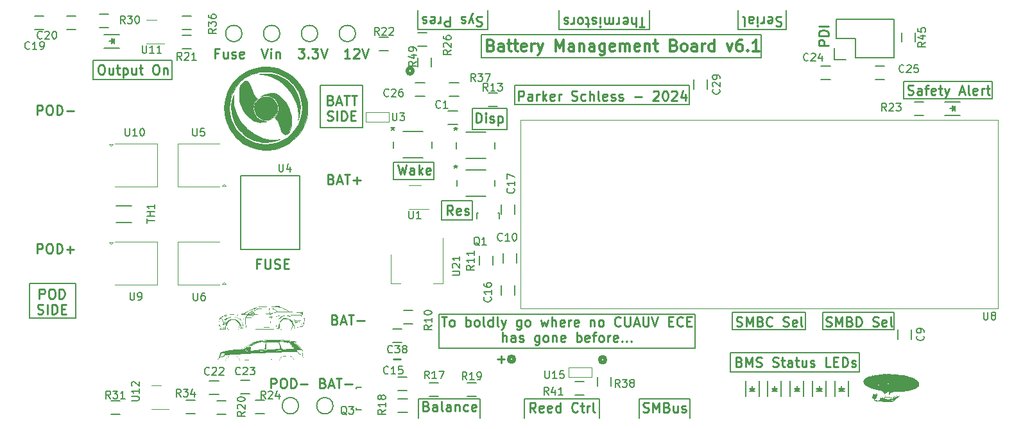
<source format=gbr>
%TF.GenerationSoftware,KiCad,Pcbnew,7.0.7*%
%TF.CreationDate,2024-03-21T09:31:29-04:00*%
%TF.ProjectId,BMB,424d422e-6b69-4636-9164-5f7063625858,rev?*%
%TF.SameCoordinates,Original*%
%TF.FileFunction,Legend,Top*%
%TF.FilePolarity,Positive*%
%FSLAX46Y46*%
G04 Gerber Fmt 4.6, Leading zero omitted, Abs format (unit mm)*
G04 Created by KiCad (PCBNEW 7.0.7) date 2024-03-21 09:31:29*
%MOMM*%
%LPD*%
G01*
G04 APERTURE LIST*
%ADD10C,0.150000*%
%ADD11C,0.254000*%
%ADD12C,0.300000*%
%ADD13C,0.020000*%
%ADD14C,0.120000*%
%ADD15C,0.152400*%
%ADD16C,0.200000*%
%ADD17C,0.508000*%
G04 APERTURE END LIST*
D10*
X182499000Y-117983000D02*
X182499000Y-113538000D01*
X148717000Y-113538000D02*
X148717000Y-117983000D01*
X197104000Y-115570000D02*
X197104000Y-113284000D01*
X138684000Y-83312000D02*
X138684000Y-88900000D01*
X204216000Y-121158000D02*
X204216000Y-118618000D01*
X187198000Y-121158000D02*
X204216000Y-121158000D01*
X175133000Y-124714000D02*
X175133000Y-127254000D01*
X196850000Y-113284000D02*
X187452000Y-113284000D01*
X133350000Y-83312000D02*
X138684000Y-83312000D01*
X100838000Y-114046000D02*
X100838000Y-109474000D01*
X154432000Y-79629000D02*
X191262000Y-79629000D01*
X113538000Y-82550000D02*
X113538000Y-80010000D01*
X204216000Y-118618000D02*
X187198000Y-118618000D01*
X154305000Y-76581000D02*
X154305000Y-79629000D01*
X142748000Y-95758000D02*
X148082000Y-95758000D01*
X142748000Y-93472000D02*
X142748000Y-95758000D01*
X153162000Y-101092000D02*
X149098000Y-101092000D01*
X153162000Y-98552000D02*
X153162000Y-99060000D01*
X164592000Y-73406000D02*
X164592000Y-75946000D01*
X160020000Y-127254000D02*
X160020000Y-124714000D01*
X113538000Y-80010000D02*
X103124000Y-80010000D01*
X176530000Y-75946000D02*
X176530000Y-73406000D01*
X182499000Y-113538000D02*
X148717000Y-113538000D01*
X188214000Y-73406000D02*
X188214000Y-75946000D01*
X94742000Y-109474000D02*
X94742000Y-114046000D01*
X146050000Y-127254000D02*
X146050000Y-124714000D01*
X191262000Y-76581000D02*
X191262000Y-79629000D01*
X210058000Y-84836000D02*
X210058000Y-85090000D01*
X133096000Y-83312000D02*
X133350000Y-83312000D01*
X221742000Y-82804000D02*
X221488000Y-82804000D01*
X169926000Y-124714000D02*
X169926000Y-127254000D01*
X157734000Y-89154000D02*
X153162000Y-89154000D01*
X208788000Y-113284000D02*
X199390000Y-113284000D01*
X138684000Y-88900000D02*
X133096000Y-88900000D01*
X153162000Y-86360000D02*
X157734000Y-86360000D01*
X181737000Y-85852000D02*
X158750000Y-85852000D01*
X103124000Y-80010000D02*
X103124000Y-82550000D01*
X187452000Y-113284000D02*
X187452000Y-115570000D01*
X148717000Y-117983000D02*
X182499000Y-117983000D01*
X157734000Y-86360000D02*
X157734000Y-89154000D01*
X181737000Y-83312000D02*
X181737000Y-85852000D01*
X199390000Y-115570000D02*
X208788000Y-115570000D01*
X194564000Y-75946000D02*
X194564000Y-73406000D01*
X197104000Y-113284000D02*
X196850000Y-113284000D01*
X103124000Y-82550000D02*
X113538000Y-82550000D01*
X148082000Y-93472000D02*
X142748000Y-93472000D01*
X154305000Y-76581000D02*
X191262000Y-76581000D01*
X94742000Y-114046000D02*
X100838000Y-114046000D01*
X149098000Y-101092000D02*
X149098000Y-98552000D01*
X188214000Y-75946000D02*
X194564000Y-75946000D01*
X133096000Y-88900000D02*
X133096000Y-83312000D01*
X187452000Y-115570000D02*
X197104000Y-115570000D01*
X164592000Y-75946000D02*
X176530000Y-75946000D01*
X199390000Y-113284000D02*
X199390000Y-115570000D01*
X221742000Y-85090000D02*
X221742000Y-82804000D01*
X208788000Y-115570000D02*
X208788000Y-113284000D01*
X145948400Y-75946000D02*
X145948400Y-73406000D01*
X153162000Y-99060000D02*
X153162000Y-101092000D01*
X154178000Y-124714000D02*
X154178000Y-127254000D01*
X148082000Y-95758000D02*
X148082000Y-93472000D01*
X100838000Y-109474000D02*
X94742000Y-109474000D01*
X155194000Y-75946000D02*
X145948400Y-75946000D01*
X175133000Y-124714000D02*
X181864000Y-124714000D01*
X210058000Y-85090000D02*
X221742000Y-85090000D01*
X160020000Y-124714000D02*
X169926000Y-124714000D01*
X158750000Y-85852000D02*
X158750000Y-83312000D01*
X221488000Y-82804000D02*
X210058000Y-82804000D01*
X187198000Y-118618000D02*
X187198000Y-121158000D01*
X153162000Y-89154000D02*
X153162000Y-86360000D01*
X210058000Y-82804000D02*
X210058000Y-84836000D01*
X146050000Y-124714000D02*
X154178000Y-124714000D01*
X181864000Y-124714000D02*
X181864000Y-127254000D01*
X155194000Y-73406000D02*
X155194000Y-75946000D01*
X149098000Y-98552000D02*
X153162000Y-98552000D01*
X158750000Y-83312000D02*
X181737000Y-83312000D01*
X154432000Y-79629000D02*
X154305000Y-79629000D01*
D11*
X135004819Y-114228130D02*
X135186247Y-114288606D01*
X135186247Y-114288606D02*
X135246724Y-114349082D01*
X135246724Y-114349082D02*
X135307200Y-114470034D01*
X135307200Y-114470034D02*
X135307200Y-114651463D01*
X135307200Y-114651463D02*
X135246724Y-114772415D01*
X135246724Y-114772415D02*
X135186247Y-114832892D01*
X135186247Y-114832892D02*
X135065295Y-114893368D01*
X135065295Y-114893368D02*
X134581485Y-114893368D01*
X134581485Y-114893368D02*
X134581485Y-113623368D01*
X134581485Y-113623368D02*
X135004819Y-113623368D01*
X135004819Y-113623368D02*
X135125771Y-113683844D01*
X135125771Y-113683844D02*
X135186247Y-113744320D01*
X135186247Y-113744320D02*
X135246724Y-113865272D01*
X135246724Y-113865272D02*
X135246724Y-113986225D01*
X135246724Y-113986225D02*
X135186247Y-114107177D01*
X135186247Y-114107177D02*
X135125771Y-114167653D01*
X135125771Y-114167653D02*
X135004819Y-114228130D01*
X135004819Y-114228130D02*
X134581485Y-114228130D01*
X135791009Y-114530511D02*
X136395771Y-114530511D01*
X135670057Y-114893368D02*
X136093390Y-113623368D01*
X136093390Y-113623368D02*
X136516724Y-114893368D01*
X136758628Y-113623368D02*
X137484342Y-113623368D01*
X137121485Y-114893368D02*
X137121485Y-113623368D01*
X137907675Y-114409558D02*
X138875295Y-114409558D01*
X119637819Y-79049130D02*
X119214485Y-79049130D01*
X119214485Y-79714368D02*
X119214485Y-78444368D01*
X119214485Y-78444368D02*
X119819247Y-78444368D01*
X120847342Y-78867701D02*
X120847342Y-79714368D01*
X120303056Y-78867701D02*
X120303056Y-79532939D01*
X120303056Y-79532939D02*
X120363533Y-79653892D01*
X120363533Y-79653892D02*
X120484485Y-79714368D01*
X120484485Y-79714368D02*
X120665914Y-79714368D01*
X120665914Y-79714368D02*
X120786866Y-79653892D01*
X120786866Y-79653892D02*
X120847342Y-79593415D01*
X121391628Y-79653892D02*
X121512581Y-79714368D01*
X121512581Y-79714368D02*
X121754485Y-79714368D01*
X121754485Y-79714368D02*
X121875438Y-79653892D01*
X121875438Y-79653892D02*
X121935914Y-79532939D01*
X121935914Y-79532939D02*
X121935914Y-79472463D01*
X121935914Y-79472463D02*
X121875438Y-79351511D01*
X121875438Y-79351511D02*
X121754485Y-79291034D01*
X121754485Y-79291034D02*
X121573057Y-79291034D01*
X121573057Y-79291034D02*
X121452104Y-79230558D01*
X121452104Y-79230558D02*
X121391628Y-79109606D01*
X121391628Y-79109606D02*
X121391628Y-79049130D01*
X121391628Y-79049130D02*
X121452104Y-78928177D01*
X121452104Y-78928177D02*
X121573057Y-78867701D01*
X121573057Y-78867701D02*
X121754485Y-78867701D01*
X121754485Y-78867701D02*
X121875438Y-78928177D01*
X122964009Y-79653892D02*
X122843057Y-79714368D01*
X122843057Y-79714368D02*
X122601152Y-79714368D01*
X122601152Y-79714368D02*
X122480199Y-79653892D01*
X122480199Y-79653892D02*
X122419723Y-79532939D01*
X122419723Y-79532939D02*
X122419723Y-79049130D01*
X122419723Y-79049130D02*
X122480199Y-78928177D01*
X122480199Y-78928177D02*
X122601152Y-78867701D01*
X122601152Y-78867701D02*
X122843057Y-78867701D01*
X122843057Y-78867701D02*
X122964009Y-78928177D01*
X122964009Y-78928177D02*
X123024485Y-79049130D01*
X123024485Y-79049130D02*
X123024485Y-79170082D01*
X123024485Y-79170082D02*
X122419723Y-79291034D01*
X125322580Y-78444368D02*
X125745913Y-79714368D01*
X125745913Y-79714368D02*
X126169247Y-78444368D01*
X126592579Y-79714368D02*
X126592579Y-78867701D01*
X126592579Y-78444368D02*
X126532103Y-78504844D01*
X126532103Y-78504844D02*
X126592579Y-78565320D01*
X126592579Y-78565320D02*
X126653056Y-78504844D01*
X126653056Y-78504844D02*
X126592579Y-78444368D01*
X126592579Y-78444368D02*
X126592579Y-78565320D01*
X127197341Y-78867701D02*
X127197341Y-79714368D01*
X127197341Y-78988653D02*
X127257818Y-78928177D01*
X127257818Y-78928177D02*
X127378770Y-78867701D01*
X127378770Y-78867701D02*
X127560199Y-78867701D01*
X127560199Y-78867701D02*
X127681151Y-78928177D01*
X127681151Y-78928177D02*
X127741627Y-79049130D01*
X127741627Y-79049130D02*
X127741627Y-79714368D01*
X130160675Y-78444368D02*
X130946866Y-78444368D01*
X130946866Y-78444368D02*
X130523532Y-78928177D01*
X130523532Y-78928177D02*
X130704961Y-78928177D01*
X130704961Y-78928177D02*
X130825913Y-78988653D01*
X130825913Y-78988653D02*
X130886389Y-79049130D01*
X130886389Y-79049130D02*
X130946866Y-79170082D01*
X130946866Y-79170082D02*
X130946866Y-79472463D01*
X130946866Y-79472463D02*
X130886389Y-79593415D01*
X130886389Y-79593415D02*
X130825913Y-79653892D01*
X130825913Y-79653892D02*
X130704961Y-79714368D01*
X130704961Y-79714368D02*
X130342104Y-79714368D01*
X130342104Y-79714368D02*
X130221151Y-79653892D01*
X130221151Y-79653892D02*
X130160675Y-79593415D01*
X131491151Y-79593415D02*
X131551628Y-79653892D01*
X131551628Y-79653892D02*
X131491151Y-79714368D01*
X131491151Y-79714368D02*
X131430675Y-79653892D01*
X131430675Y-79653892D02*
X131491151Y-79593415D01*
X131491151Y-79593415D02*
X131491151Y-79714368D01*
X131974961Y-78444368D02*
X132761152Y-78444368D01*
X132761152Y-78444368D02*
X132337818Y-78928177D01*
X132337818Y-78928177D02*
X132519247Y-78928177D01*
X132519247Y-78928177D02*
X132640199Y-78988653D01*
X132640199Y-78988653D02*
X132700675Y-79049130D01*
X132700675Y-79049130D02*
X132761152Y-79170082D01*
X132761152Y-79170082D02*
X132761152Y-79472463D01*
X132761152Y-79472463D02*
X132700675Y-79593415D01*
X132700675Y-79593415D02*
X132640199Y-79653892D01*
X132640199Y-79653892D02*
X132519247Y-79714368D01*
X132519247Y-79714368D02*
X132156390Y-79714368D01*
X132156390Y-79714368D02*
X132035437Y-79653892D01*
X132035437Y-79653892D02*
X131974961Y-79593415D01*
X133124009Y-78444368D02*
X133547342Y-79714368D01*
X133547342Y-79714368D02*
X133970676Y-78444368D01*
X136994485Y-79714368D02*
X136268770Y-79714368D01*
X136631627Y-79714368D02*
X136631627Y-78444368D01*
X136631627Y-78444368D02*
X136510675Y-78625796D01*
X136510675Y-78625796D02*
X136389723Y-78746749D01*
X136389723Y-78746749D02*
X136268770Y-78807225D01*
X137478294Y-78565320D02*
X137538770Y-78504844D01*
X137538770Y-78504844D02*
X137659723Y-78444368D01*
X137659723Y-78444368D02*
X137962104Y-78444368D01*
X137962104Y-78444368D02*
X138083056Y-78504844D01*
X138083056Y-78504844D02*
X138143532Y-78565320D01*
X138143532Y-78565320D02*
X138204009Y-78686272D01*
X138204009Y-78686272D02*
X138204009Y-78807225D01*
X138204009Y-78807225D02*
X138143532Y-78988653D01*
X138143532Y-78988653D02*
X137417818Y-79714368D01*
X137417818Y-79714368D02*
X138204009Y-79714368D01*
X138566866Y-78444368D02*
X138990199Y-79714368D01*
X138990199Y-79714368D02*
X139413533Y-78444368D01*
X210594009Y-84479892D02*
X210775438Y-84540368D01*
X210775438Y-84540368D02*
X211077819Y-84540368D01*
X211077819Y-84540368D02*
X211198771Y-84479892D01*
X211198771Y-84479892D02*
X211259247Y-84419415D01*
X211259247Y-84419415D02*
X211319724Y-84298463D01*
X211319724Y-84298463D02*
X211319724Y-84177511D01*
X211319724Y-84177511D02*
X211259247Y-84056558D01*
X211259247Y-84056558D02*
X211198771Y-83996082D01*
X211198771Y-83996082D02*
X211077819Y-83935606D01*
X211077819Y-83935606D02*
X210835914Y-83875130D01*
X210835914Y-83875130D02*
X210714962Y-83814653D01*
X210714962Y-83814653D02*
X210654485Y-83754177D01*
X210654485Y-83754177D02*
X210594009Y-83633225D01*
X210594009Y-83633225D02*
X210594009Y-83512272D01*
X210594009Y-83512272D02*
X210654485Y-83391320D01*
X210654485Y-83391320D02*
X210714962Y-83330844D01*
X210714962Y-83330844D02*
X210835914Y-83270368D01*
X210835914Y-83270368D02*
X211138295Y-83270368D01*
X211138295Y-83270368D02*
X211319724Y-83330844D01*
X212408295Y-84540368D02*
X212408295Y-83875130D01*
X212408295Y-83875130D02*
X212347819Y-83754177D01*
X212347819Y-83754177D02*
X212226867Y-83693701D01*
X212226867Y-83693701D02*
X211984962Y-83693701D01*
X211984962Y-83693701D02*
X211864009Y-83754177D01*
X212408295Y-84479892D02*
X212287343Y-84540368D01*
X212287343Y-84540368D02*
X211984962Y-84540368D01*
X211984962Y-84540368D02*
X211864009Y-84479892D01*
X211864009Y-84479892D02*
X211803533Y-84358939D01*
X211803533Y-84358939D02*
X211803533Y-84237987D01*
X211803533Y-84237987D02*
X211864009Y-84117034D01*
X211864009Y-84117034D02*
X211984962Y-84056558D01*
X211984962Y-84056558D02*
X212287343Y-84056558D01*
X212287343Y-84056558D02*
X212408295Y-83996082D01*
X212831629Y-83693701D02*
X213315438Y-83693701D01*
X213013057Y-84540368D02*
X213013057Y-83451796D01*
X213013057Y-83451796D02*
X213073534Y-83330844D01*
X213073534Y-83330844D02*
X213194486Y-83270368D01*
X213194486Y-83270368D02*
X213315438Y-83270368D01*
X214222581Y-84479892D02*
X214101629Y-84540368D01*
X214101629Y-84540368D02*
X213859724Y-84540368D01*
X213859724Y-84540368D02*
X213738771Y-84479892D01*
X213738771Y-84479892D02*
X213678295Y-84358939D01*
X213678295Y-84358939D02*
X213678295Y-83875130D01*
X213678295Y-83875130D02*
X213738771Y-83754177D01*
X213738771Y-83754177D02*
X213859724Y-83693701D01*
X213859724Y-83693701D02*
X214101629Y-83693701D01*
X214101629Y-83693701D02*
X214222581Y-83754177D01*
X214222581Y-83754177D02*
X214283057Y-83875130D01*
X214283057Y-83875130D02*
X214283057Y-83996082D01*
X214283057Y-83996082D02*
X213678295Y-84117034D01*
X214645914Y-83693701D02*
X215129723Y-83693701D01*
X214827342Y-83270368D02*
X214827342Y-84358939D01*
X214827342Y-84358939D02*
X214887819Y-84479892D01*
X214887819Y-84479892D02*
X215008771Y-84540368D01*
X215008771Y-84540368D02*
X215129723Y-84540368D01*
X215432104Y-83693701D02*
X215734485Y-84540368D01*
X216036866Y-83693701D02*
X215734485Y-84540368D01*
X215734485Y-84540368D02*
X215613533Y-84842749D01*
X215613533Y-84842749D02*
X215553056Y-84903225D01*
X215553056Y-84903225D02*
X215432104Y-84963701D01*
X217427818Y-84177511D02*
X218032580Y-84177511D01*
X217306866Y-84540368D02*
X217730199Y-83270368D01*
X217730199Y-83270368D02*
X218153533Y-84540368D01*
X218758294Y-84540368D02*
X218637342Y-84479892D01*
X218637342Y-84479892D02*
X218576865Y-84358939D01*
X218576865Y-84358939D02*
X218576865Y-83270368D01*
X219725913Y-84479892D02*
X219604961Y-84540368D01*
X219604961Y-84540368D02*
X219363056Y-84540368D01*
X219363056Y-84540368D02*
X219242103Y-84479892D01*
X219242103Y-84479892D02*
X219181627Y-84358939D01*
X219181627Y-84358939D02*
X219181627Y-83875130D01*
X219181627Y-83875130D02*
X219242103Y-83754177D01*
X219242103Y-83754177D02*
X219363056Y-83693701D01*
X219363056Y-83693701D02*
X219604961Y-83693701D01*
X219604961Y-83693701D02*
X219725913Y-83754177D01*
X219725913Y-83754177D02*
X219786389Y-83875130D01*
X219786389Y-83875130D02*
X219786389Y-83996082D01*
X219786389Y-83996082D02*
X219181627Y-84117034D01*
X220330674Y-84540368D02*
X220330674Y-83693701D01*
X220330674Y-83935606D02*
X220391151Y-83814653D01*
X220391151Y-83814653D02*
X220451627Y-83754177D01*
X220451627Y-83754177D02*
X220572579Y-83693701D01*
X220572579Y-83693701D02*
X220693532Y-83693701D01*
X220935436Y-83693701D02*
X221419245Y-83693701D01*
X221116864Y-83270368D02*
X221116864Y-84358939D01*
X221116864Y-84358939D02*
X221177341Y-84479892D01*
X221177341Y-84479892D02*
X221298293Y-84540368D01*
X221298293Y-84540368D02*
X221419245Y-84540368D01*
X187988009Y-115086892D02*
X188169438Y-115147368D01*
X188169438Y-115147368D02*
X188471819Y-115147368D01*
X188471819Y-115147368D02*
X188592771Y-115086892D01*
X188592771Y-115086892D02*
X188653247Y-115026415D01*
X188653247Y-115026415D02*
X188713724Y-114905463D01*
X188713724Y-114905463D02*
X188713724Y-114784511D01*
X188713724Y-114784511D02*
X188653247Y-114663558D01*
X188653247Y-114663558D02*
X188592771Y-114603082D01*
X188592771Y-114603082D02*
X188471819Y-114542606D01*
X188471819Y-114542606D02*
X188229914Y-114482130D01*
X188229914Y-114482130D02*
X188108962Y-114421653D01*
X188108962Y-114421653D02*
X188048485Y-114361177D01*
X188048485Y-114361177D02*
X187988009Y-114240225D01*
X187988009Y-114240225D02*
X187988009Y-114119272D01*
X187988009Y-114119272D02*
X188048485Y-113998320D01*
X188048485Y-113998320D02*
X188108962Y-113937844D01*
X188108962Y-113937844D02*
X188229914Y-113877368D01*
X188229914Y-113877368D02*
X188532295Y-113877368D01*
X188532295Y-113877368D02*
X188713724Y-113937844D01*
X189258009Y-115147368D02*
X189258009Y-113877368D01*
X189258009Y-113877368D02*
X189681343Y-114784511D01*
X189681343Y-114784511D02*
X190104676Y-113877368D01*
X190104676Y-113877368D02*
X190104676Y-115147368D01*
X191132772Y-114482130D02*
X191314200Y-114542606D01*
X191314200Y-114542606D02*
X191374677Y-114603082D01*
X191374677Y-114603082D02*
X191435153Y-114724034D01*
X191435153Y-114724034D02*
X191435153Y-114905463D01*
X191435153Y-114905463D02*
X191374677Y-115026415D01*
X191374677Y-115026415D02*
X191314200Y-115086892D01*
X191314200Y-115086892D02*
X191193248Y-115147368D01*
X191193248Y-115147368D02*
X190709438Y-115147368D01*
X190709438Y-115147368D02*
X190709438Y-113877368D01*
X190709438Y-113877368D02*
X191132772Y-113877368D01*
X191132772Y-113877368D02*
X191253724Y-113937844D01*
X191253724Y-113937844D02*
X191314200Y-113998320D01*
X191314200Y-113998320D02*
X191374677Y-114119272D01*
X191374677Y-114119272D02*
X191374677Y-114240225D01*
X191374677Y-114240225D02*
X191314200Y-114361177D01*
X191314200Y-114361177D02*
X191253724Y-114421653D01*
X191253724Y-114421653D02*
X191132772Y-114482130D01*
X191132772Y-114482130D02*
X190709438Y-114482130D01*
X192705153Y-115026415D02*
X192644677Y-115086892D01*
X192644677Y-115086892D02*
X192463248Y-115147368D01*
X192463248Y-115147368D02*
X192342296Y-115147368D01*
X192342296Y-115147368D02*
X192160867Y-115086892D01*
X192160867Y-115086892D02*
X192039915Y-114965939D01*
X192039915Y-114965939D02*
X191979438Y-114844987D01*
X191979438Y-114844987D02*
X191918962Y-114603082D01*
X191918962Y-114603082D02*
X191918962Y-114421653D01*
X191918962Y-114421653D02*
X191979438Y-114179749D01*
X191979438Y-114179749D02*
X192039915Y-114058796D01*
X192039915Y-114058796D02*
X192160867Y-113937844D01*
X192160867Y-113937844D02*
X192342296Y-113877368D01*
X192342296Y-113877368D02*
X192463248Y-113877368D01*
X192463248Y-113877368D02*
X192644677Y-113937844D01*
X192644677Y-113937844D02*
X192705153Y-113998320D01*
X194156581Y-115086892D02*
X194338010Y-115147368D01*
X194338010Y-115147368D02*
X194640391Y-115147368D01*
X194640391Y-115147368D02*
X194761343Y-115086892D01*
X194761343Y-115086892D02*
X194821819Y-115026415D01*
X194821819Y-115026415D02*
X194882296Y-114905463D01*
X194882296Y-114905463D02*
X194882296Y-114784511D01*
X194882296Y-114784511D02*
X194821819Y-114663558D01*
X194821819Y-114663558D02*
X194761343Y-114603082D01*
X194761343Y-114603082D02*
X194640391Y-114542606D01*
X194640391Y-114542606D02*
X194398486Y-114482130D01*
X194398486Y-114482130D02*
X194277534Y-114421653D01*
X194277534Y-114421653D02*
X194217057Y-114361177D01*
X194217057Y-114361177D02*
X194156581Y-114240225D01*
X194156581Y-114240225D02*
X194156581Y-114119272D01*
X194156581Y-114119272D02*
X194217057Y-113998320D01*
X194217057Y-113998320D02*
X194277534Y-113937844D01*
X194277534Y-113937844D02*
X194398486Y-113877368D01*
X194398486Y-113877368D02*
X194700867Y-113877368D01*
X194700867Y-113877368D02*
X194882296Y-113937844D01*
X195910391Y-115086892D02*
X195789439Y-115147368D01*
X195789439Y-115147368D02*
X195547534Y-115147368D01*
X195547534Y-115147368D02*
X195426581Y-115086892D01*
X195426581Y-115086892D02*
X195366105Y-114965939D01*
X195366105Y-114965939D02*
X195366105Y-114482130D01*
X195366105Y-114482130D02*
X195426581Y-114361177D01*
X195426581Y-114361177D02*
X195547534Y-114300701D01*
X195547534Y-114300701D02*
X195789439Y-114300701D01*
X195789439Y-114300701D02*
X195910391Y-114361177D01*
X195910391Y-114361177D02*
X195970867Y-114482130D01*
X195970867Y-114482130D02*
X195970867Y-114603082D01*
X195970867Y-114603082D02*
X195366105Y-114724034D01*
X196696581Y-115147368D02*
X196575629Y-115086892D01*
X196575629Y-115086892D02*
X196515152Y-114965939D01*
X196515152Y-114965939D02*
X196515152Y-113877368D01*
X126580485Y-123275368D02*
X126580485Y-122005368D01*
X126580485Y-122005368D02*
X127064295Y-122005368D01*
X127064295Y-122005368D02*
X127185247Y-122065844D01*
X127185247Y-122065844D02*
X127245724Y-122126320D01*
X127245724Y-122126320D02*
X127306200Y-122247272D01*
X127306200Y-122247272D02*
X127306200Y-122428701D01*
X127306200Y-122428701D02*
X127245724Y-122549653D01*
X127245724Y-122549653D02*
X127185247Y-122610130D01*
X127185247Y-122610130D02*
X127064295Y-122670606D01*
X127064295Y-122670606D02*
X126580485Y-122670606D01*
X128092390Y-122005368D02*
X128334295Y-122005368D01*
X128334295Y-122005368D02*
X128455247Y-122065844D01*
X128455247Y-122065844D02*
X128576200Y-122186796D01*
X128576200Y-122186796D02*
X128636676Y-122428701D01*
X128636676Y-122428701D02*
X128636676Y-122852034D01*
X128636676Y-122852034D02*
X128576200Y-123093939D01*
X128576200Y-123093939D02*
X128455247Y-123214892D01*
X128455247Y-123214892D02*
X128334295Y-123275368D01*
X128334295Y-123275368D02*
X128092390Y-123275368D01*
X128092390Y-123275368D02*
X127971438Y-123214892D01*
X127971438Y-123214892D02*
X127850485Y-123093939D01*
X127850485Y-123093939D02*
X127790009Y-122852034D01*
X127790009Y-122852034D02*
X127790009Y-122428701D01*
X127790009Y-122428701D02*
X127850485Y-122186796D01*
X127850485Y-122186796D02*
X127971438Y-122065844D01*
X127971438Y-122065844D02*
X128092390Y-122005368D01*
X129180961Y-123275368D02*
X129180961Y-122005368D01*
X129180961Y-122005368D02*
X129483342Y-122005368D01*
X129483342Y-122005368D02*
X129664771Y-122065844D01*
X129664771Y-122065844D02*
X129785723Y-122186796D01*
X129785723Y-122186796D02*
X129846200Y-122307749D01*
X129846200Y-122307749D02*
X129906676Y-122549653D01*
X129906676Y-122549653D02*
X129906676Y-122731082D01*
X129906676Y-122731082D02*
X129846200Y-122972987D01*
X129846200Y-122972987D02*
X129785723Y-123093939D01*
X129785723Y-123093939D02*
X129664771Y-123214892D01*
X129664771Y-123214892D02*
X129483342Y-123275368D01*
X129483342Y-123275368D02*
X129180961Y-123275368D01*
X130450961Y-122791558D02*
X131418581Y-122791558D01*
X133414295Y-122610130D02*
X133595723Y-122670606D01*
X133595723Y-122670606D02*
X133656200Y-122731082D01*
X133656200Y-122731082D02*
X133716676Y-122852034D01*
X133716676Y-122852034D02*
X133716676Y-123033463D01*
X133716676Y-123033463D02*
X133656200Y-123154415D01*
X133656200Y-123154415D02*
X133595723Y-123214892D01*
X133595723Y-123214892D02*
X133474771Y-123275368D01*
X133474771Y-123275368D02*
X132990961Y-123275368D01*
X132990961Y-123275368D02*
X132990961Y-122005368D01*
X132990961Y-122005368D02*
X133414295Y-122005368D01*
X133414295Y-122005368D02*
X133535247Y-122065844D01*
X133535247Y-122065844D02*
X133595723Y-122126320D01*
X133595723Y-122126320D02*
X133656200Y-122247272D01*
X133656200Y-122247272D02*
X133656200Y-122368225D01*
X133656200Y-122368225D02*
X133595723Y-122489177D01*
X133595723Y-122489177D02*
X133535247Y-122549653D01*
X133535247Y-122549653D02*
X133414295Y-122610130D01*
X133414295Y-122610130D02*
X132990961Y-122610130D01*
X134200485Y-122912511D02*
X134805247Y-122912511D01*
X134079533Y-123275368D02*
X134502866Y-122005368D01*
X134502866Y-122005368D02*
X134926200Y-123275368D01*
X135168104Y-122005368D02*
X135893818Y-122005368D01*
X135530961Y-123275368D02*
X135530961Y-122005368D01*
X136317151Y-122791558D02*
X137284771Y-122791558D01*
X153631485Y-88223368D02*
X153631485Y-86953368D01*
X153631485Y-86953368D02*
X153933866Y-86953368D01*
X153933866Y-86953368D02*
X154115295Y-87013844D01*
X154115295Y-87013844D02*
X154236247Y-87134796D01*
X154236247Y-87134796D02*
X154296724Y-87255749D01*
X154296724Y-87255749D02*
X154357200Y-87497653D01*
X154357200Y-87497653D02*
X154357200Y-87679082D01*
X154357200Y-87679082D02*
X154296724Y-87920987D01*
X154296724Y-87920987D02*
X154236247Y-88041939D01*
X154236247Y-88041939D02*
X154115295Y-88162892D01*
X154115295Y-88162892D02*
X153933866Y-88223368D01*
X153933866Y-88223368D02*
X153631485Y-88223368D01*
X154901485Y-88223368D02*
X154901485Y-87376701D01*
X154901485Y-86953368D02*
X154841009Y-87013844D01*
X154841009Y-87013844D02*
X154901485Y-87074320D01*
X154901485Y-87074320D02*
X154961962Y-87013844D01*
X154961962Y-87013844D02*
X154901485Y-86953368D01*
X154901485Y-86953368D02*
X154901485Y-87074320D01*
X155445771Y-88162892D02*
X155566724Y-88223368D01*
X155566724Y-88223368D02*
X155808628Y-88223368D01*
X155808628Y-88223368D02*
X155929581Y-88162892D01*
X155929581Y-88162892D02*
X155990057Y-88041939D01*
X155990057Y-88041939D02*
X155990057Y-87981463D01*
X155990057Y-87981463D02*
X155929581Y-87860511D01*
X155929581Y-87860511D02*
X155808628Y-87800034D01*
X155808628Y-87800034D02*
X155627200Y-87800034D01*
X155627200Y-87800034D02*
X155506247Y-87739558D01*
X155506247Y-87739558D02*
X155445771Y-87618606D01*
X155445771Y-87618606D02*
X155445771Y-87558130D01*
X155445771Y-87558130D02*
X155506247Y-87437177D01*
X155506247Y-87437177D02*
X155627200Y-87376701D01*
X155627200Y-87376701D02*
X155808628Y-87376701D01*
X155808628Y-87376701D02*
X155929581Y-87437177D01*
X156534342Y-87376701D02*
X156534342Y-88646701D01*
X156534342Y-87437177D02*
X156655295Y-87376701D01*
X156655295Y-87376701D02*
X156897200Y-87376701D01*
X156897200Y-87376701D02*
X157018152Y-87437177D01*
X157018152Y-87437177D02*
X157078628Y-87497653D01*
X157078628Y-87497653D02*
X157139104Y-87618606D01*
X157139104Y-87618606D02*
X157139104Y-87981463D01*
X157139104Y-87981463D02*
X157078628Y-88102415D01*
X157078628Y-88102415D02*
X157018152Y-88162892D01*
X157018152Y-88162892D02*
X156897200Y-88223368D01*
X156897200Y-88223368D02*
X156655295Y-88223368D01*
X156655295Y-88223368D02*
X156534342Y-88162892D01*
X150547200Y-100415368D02*
X150123866Y-99810606D01*
X149821485Y-100415368D02*
X149821485Y-99145368D01*
X149821485Y-99145368D02*
X150305295Y-99145368D01*
X150305295Y-99145368D02*
X150426247Y-99205844D01*
X150426247Y-99205844D02*
X150486724Y-99266320D01*
X150486724Y-99266320D02*
X150547200Y-99387272D01*
X150547200Y-99387272D02*
X150547200Y-99568701D01*
X150547200Y-99568701D02*
X150486724Y-99689653D01*
X150486724Y-99689653D02*
X150426247Y-99750130D01*
X150426247Y-99750130D02*
X150305295Y-99810606D01*
X150305295Y-99810606D02*
X149821485Y-99810606D01*
X151575295Y-100354892D02*
X151454343Y-100415368D01*
X151454343Y-100415368D02*
X151212438Y-100415368D01*
X151212438Y-100415368D02*
X151091485Y-100354892D01*
X151091485Y-100354892D02*
X151031009Y-100233939D01*
X151031009Y-100233939D02*
X151031009Y-99750130D01*
X151031009Y-99750130D02*
X151091485Y-99629177D01*
X151091485Y-99629177D02*
X151212438Y-99568701D01*
X151212438Y-99568701D02*
X151454343Y-99568701D01*
X151454343Y-99568701D02*
X151575295Y-99629177D01*
X151575295Y-99629177D02*
X151635771Y-99750130D01*
X151635771Y-99750130D02*
X151635771Y-99871082D01*
X151635771Y-99871082D02*
X151031009Y-99992034D01*
X152119580Y-100354892D02*
X152240533Y-100415368D01*
X152240533Y-100415368D02*
X152482437Y-100415368D01*
X152482437Y-100415368D02*
X152603390Y-100354892D01*
X152603390Y-100354892D02*
X152663866Y-100233939D01*
X152663866Y-100233939D02*
X152663866Y-100173463D01*
X152663866Y-100173463D02*
X152603390Y-100052511D01*
X152603390Y-100052511D02*
X152482437Y-99992034D01*
X152482437Y-99992034D02*
X152301009Y-99992034D01*
X152301009Y-99992034D02*
X152180056Y-99931558D01*
X152180056Y-99931558D02*
X152119580Y-99810606D01*
X152119580Y-99810606D02*
X152119580Y-99750130D01*
X152119580Y-99750130D02*
X152180056Y-99629177D01*
X152180056Y-99629177D02*
X152301009Y-99568701D01*
X152301009Y-99568701D02*
X152482437Y-99568701D01*
X152482437Y-99568701D02*
X152603390Y-99629177D01*
X159219485Y-85302368D02*
X159219485Y-84032368D01*
X159219485Y-84032368D02*
X159703295Y-84032368D01*
X159703295Y-84032368D02*
X159824247Y-84092844D01*
X159824247Y-84092844D02*
X159884724Y-84153320D01*
X159884724Y-84153320D02*
X159945200Y-84274272D01*
X159945200Y-84274272D02*
X159945200Y-84455701D01*
X159945200Y-84455701D02*
X159884724Y-84576653D01*
X159884724Y-84576653D02*
X159824247Y-84637130D01*
X159824247Y-84637130D02*
X159703295Y-84697606D01*
X159703295Y-84697606D02*
X159219485Y-84697606D01*
X161033771Y-85302368D02*
X161033771Y-84637130D01*
X161033771Y-84637130D02*
X160973295Y-84516177D01*
X160973295Y-84516177D02*
X160852343Y-84455701D01*
X160852343Y-84455701D02*
X160610438Y-84455701D01*
X160610438Y-84455701D02*
X160489485Y-84516177D01*
X161033771Y-85241892D02*
X160912819Y-85302368D01*
X160912819Y-85302368D02*
X160610438Y-85302368D01*
X160610438Y-85302368D02*
X160489485Y-85241892D01*
X160489485Y-85241892D02*
X160429009Y-85120939D01*
X160429009Y-85120939D02*
X160429009Y-84999987D01*
X160429009Y-84999987D02*
X160489485Y-84879034D01*
X160489485Y-84879034D02*
X160610438Y-84818558D01*
X160610438Y-84818558D02*
X160912819Y-84818558D01*
X160912819Y-84818558D02*
X161033771Y-84758082D01*
X161638533Y-85302368D02*
X161638533Y-84455701D01*
X161638533Y-84697606D02*
X161699010Y-84576653D01*
X161699010Y-84576653D02*
X161759486Y-84516177D01*
X161759486Y-84516177D02*
X161880438Y-84455701D01*
X161880438Y-84455701D02*
X162001391Y-84455701D01*
X162424723Y-85302368D02*
X162424723Y-84032368D01*
X162545676Y-84818558D02*
X162908533Y-85302368D01*
X162908533Y-84455701D02*
X162424723Y-84939511D01*
X163936628Y-85241892D02*
X163815676Y-85302368D01*
X163815676Y-85302368D02*
X163573771Y-85302368D01*
X163573771Y-85302368D02*
X163452818Y-85241892D01*
X163452818Y-85241892D02*
X163392342Y-85120939D01*
X163392342Y-85120939D02*
X163392342Y-84637130D01*
X163392342Y-84637130D02*
X163452818Y-84516177D01*
X163452818Y-84516177D02*
X163573771Y-84455701D01*
X163573771Y-84455701D02*
X163815676Y-84455701D01*
X163815676Y-84455701D02*
X163936628Y-84516177D01*
X163936628Y-84516177D02*
X163997104Y-84637130D01*
X163997104Y-84637130D02*
X163997104Y-84758082D01*
X163997104Y-84758082D02*
X163392342Y-84879034D01*
X164541389Y-85302368D02*
X164541389Y-84455701D01*
X164541389Y-84697606D02*
X164601866Y-84576653D01*
X164601866Y-84576653D02*
X164662342Y-84516177D01*
X164662342Y-84516177D02*
X164783294Y-84455701D01*
X164783294Y-84455701D02*
X164904247Y-84455701D01*
X166234722Y-85241892D02*
X166416151Y-85302368D01*
X166416151Y-85302368D02*
X166718532Y-85302368D01*
X166718532Y-85302368D02*
X166839484Y-85241892D01*
X166839484Y-85241892D02*
X166899960Y-85181415D01*
X166899960Y-85181415D02*
X166960437Y-85060463D01*
X166960437Y-85060463D02*
X166960437Y-84939511D01*
X166960437Y-84939511D02*
X166899960Y-84818558D01*
X166899960Y-84818558D02*
X166839484Y-84758082D01*
X166839484Y-84758082D02*
X166718532Y-84697606D01*
X166718532Y-84697606D02*
X166476627Y-84637130D01*
X166476627Y-84637130D02*
X166355675Y-84576653D01*
X166355675Y-84576653D02*
X166295198Y-84516177D01*
X166295198Y-84516177D02*
X166234722Y-84395225D01*
X166234722Y-84395225D02*
X166234722Y-84274272D01*
X166234722Y-84274272D02*
X166295198Y-84153320D01*
X166295198Y-84153320D02*
X166355675Y-84092844D01*
X166355675Y-84092844D02*
X166476627Y-84032368D01*
X166476627Y-84032368D02*
X166779008Y-84032368D01*
X166779008Y-84032368D02*
X166960437Y-84092844D01*
X168049008Y-85241892D02*
X167928056Y-85302368D01*
X167928056Y-85302368D02*
X167686151Y-85302368D01*
X167686151Y-85302368D02*
X167565199Y-85241892D01*
X167565199Y-85241892D02*
X167504722Y-85181415D01*
X167504722Y-85181415D02*
X167444246Y-85060463D01*
X167444246Y-85060463D02*
X167444246Y-84697606D01*
X167444246Y-84697606D02*
X167504722Y-84576653D01*
X167504722Y-84576653D02*
X167565199Y-84516177D01*
X167565199Y-84516177D02*
X167686151Y-84455701D01*
X167686151Y-84455701D02*
X167928056Y-84455701D01*
X167928056Y-84455701D02*
X168049008Y-84516177D01*
X168593293Y-85302368D02*
X168593293Y-84032368D01*
X169137579Y-85302368D02*
X169137579Y-84637130D01*
X169137579Y-84637130D02*
X169077103Y-84516177D01*
X169077103Y-84516177D02*
X168956151Y-84455701D01*
X168956151Y-84455701D02*
X168774722Y-84455701D01*
X168774722Y-84455701D02*
X168653770Y-84516177D01*
X168653770Y-84516177D02*
X168593293Y-84576653D01*
X169923770Y-85302368D02*
X169802818Y-85241892D01*
X169802818Y-85241892D02*
X169742341Y-85120939D01*
X169742341Y-85120939D02*
X169742341Y-84032368D01*
X170891389Y-85241892D02*
X170770437Y-85302368D01*
X170770437Y-85302368D02*
X170528532Y-85302368D01*
X170528532Y-85302368D02*
X170407579Y-85241892D01*
X170407579Y-85241892D02*
X170347103Y-85120939D01*
X170347103Y-85120939D02*
X170347103Y-84637130D01*
X170347103Y-84637130D02*
X170407579Y-84516177D01*
X170407579Y-84516177D02*
X170528532Y-84455701D01*
X170528532Y-84455701D02*
X170770437Y-84455701D01*
X170770437Y-84455701D02*
X170891389Y-84516177D01*
X170891389Y-84516177D02*
X170951865Y-84637130D01*
X170951865Y-84637130D02*
X170951865Y-84758082D01*
X170951865Y-84758082D02*
X170347103Y-84879034D01*
X171435674Y-85241892D02*
X171556627Y-85302368D01*
X171556627Y-85302368D02*
X171798531Y-85302368D01*
X171798531Y-85302368D02*
X171919484Y-85241892D01*
X171919484Y-85241892D02*
X171979960Y-85120939D01*
X171979960Y-85120939D02*
X171979960Y-85060463D01*
X171979960Y-85060463D02*
X171919484Y-84939511D01*
X171919484Y-84939511D02*
X171798531Y-84879034D01*
X171798531Y-84879034D02*
X171617103Y-84879034D01*
X171617103Y-84879034D02*
X171496150Y-84818558D01*
X171496150Y-84818558D02*
X171435674Y-84697606D01*
X171435674Y-84697606D02*
X171435674Y-84637130D01*
X171435674Y-84637130D02*
X171496150Y-84516177D01*
X171496150Y-84516177D02*
X171617103Y-84455701D01*
X171617103Y-84455701D02*
X171798531Y-84455701D01*
X171798531Y-84455701D02*
X171919484Y-84516177D01*
X172463769Y-85241892D02*
X172584722Y-85302368D01*
X172584722Y-85302368D02*
X172826626Y-85302368D01*
X172826626Y-85302368D02*
X172947579Y-85241892D01*
X172947579Y-85241892D02*
X173008055Y-85120939D01*
X173008055Y-85120939D02*
X173008055Y-85060463D01*
X173008055Y-85060463D02*
X172947579Y-84939511D01*
X172947579Y-84939511D02*
X172826626Y-84879034D01*
X172826626Y-84879034D02*
X172645198Y-84879034D01*
X172645198Y-84879034D02*
X172524245Y-84818558D01*
X172524245Y-84818558D02*
X172463769Y-84697606D01*
X172463769Y-84697606D02*
X172463769Y-84637130D01*
X172463769Y-84637130D02*
X172524245Y-84516177D01*
X172524245Y-84516177D02*
X172645198Y-84455701D01*
X172645198Y-84455701D02*
X172826626Y-84455701D01*
X172826626Y-84455701D02*
X172947579Y-84516177D01*
X174519959Y-84818558D02*
X175487579Y-84818558D01*
X176999483Y-84153320D02*
X177059959Y-84092844D01*
X177059959Y-84092844D02*
X177180912Y-84032368D01*
X177180912Y-84032368D02*
X177483293Y-84032368D01*
X177483293Y-84032368D02*
X177604245Y-84092844D01*
X177604245Y-84092844D02*
X177664721Y-84153320D01*
X177664721Y-84153320D02*
X177725198Y-84274272D01*
X177725198Y-84274272D02*
X177725198Y-84395225D01*
X177725198Y-84395225D02*
X177664721Y-84576653D01*
X177664721Y-84576653D02*
X176939007Y-85302368D01*
X176939007Y-85302368D02*
X177725198Y-85302368D01*
X178511388Y-84032368D02*
X178632341Y-84032368D01*
X178632341Y-84032368D02*
X178753293Y-84092844D01*
X178753293Y-84092844D02*
X178813769Y-84153320D01*
X178813769Y-84153320D02*
X178874245Y-84274272D01*
X178874245Y-84274272D02*
X178934722Y-84516177D01*
X178934722Y-84516177D02*
X178934722Y-84818558D01*
X178934722Y-84818558D02*
X178874245Y-85060463D01*
X178874245Y-85060463D02*
X178813769Y-85181415D01*
X178813769Y-85181415D02*
X178753293Y-85241892D01*
X178753293Y-85241892D02*
X178632341Y-85302368D01*
X178632341Y-85302368D02*
X178511388Y-85302368D01*
X178511388Y-85302368D02*
X178390436Y-85241892D01*
X178390436Y-85241892D02*
X178329960Y-85181415D01*
X178329960Y-85181415D02*
X178269483Y-85060463D01*
X178269483Y-85060463D02*
X178209007Y-84818558D01*
X178209007Y-84818558D02*
X178209007Y-84516177D01*
X178209007Y-84516177D02*
X178269483Y-84274272D01*
X178269483Y-84274272D02*
X178329960Y-84153320D01*
X178329960Y-84153320D02*
X178390436Y-84092844D01*
X178390436Y-84092844D02*
X178511388Y-84032368D01*
X179418531Y-84153320D02*
X179479007Y-84092844D01*
X179479007Y-84092844D02*
X179599960Y-84032368D01*
X179599960Y-84032368D02*
X179902341Y-84032368D01*
X179902341Y-84032368D02*
X180023293Y-84092844D01*
X180023293Y-84092844D02*
X180083769Y-84153320D01*
X180083769Y-84153320D02*
X180144246Y-84274272D01*
X180144246Y-84274272D02*
X180144246Y-84395225D01*
X180144246Y-84395225D02*
X180083769Y-84576653D01*
X180083769Y-84576653D02*
X179358055Y-85302368D01*
X179358055Y-85302368D02*
X180144246Y-85302368D01*
X181232817Y-84455701D02*
X181232817Y-85302368D01*
X180930436Y-83971892D02*
X180628055Y-84879034D01*
X180628055Y-84879034D02*
X181414246Y-84879034D01*
X156425485Y-119489558D02*
X157393105Y-119489558D01*
X156909295Y-119973368D02*
X156909295Y-119005749D01*
X199799009Y-115086892D02*
X199980438Y-115147368D01*
X199980438Y-115147368D02*
X200282819Y-115147368D01*
X200282819Y-115147368D02*
X200403771Y-115086892D01*
X200403771Y-115086892D02*
X200464247Y-115026415D01*
X200464247Y-115026415D02*
X200524724Y-114905463D01*
X200524724Y-114905463D02*
X200524724Y-114784511D01*
X200524724Y-114784511D02*
X200464247Y-114663558D01*
X200464247Y-114663558D02*
X200403771Y-114603082D01*
X200403771Y-114603082D02*
X200282819Y-114542606D01*
X200282819Y-114542606D02*
X200040914Y-114482130D01*
X200040914Y-114482130D02*
X199919962Y-114421653D01*
X199919962Y-114421653D02*
X199859485Y-114361177D01*
X199859485Y-114361177D02*
X199799009Y-114240225D01*
X199799009Y-114240225D02*
X199799009Y-114119272D01*
X199799009Y-114119272D02*
X199859485Y-113998320D01*
X199859485Y-113998320D02*
X199919962Y-113937844D01*
X199919962Y-113937844D02*
X200040914Y-113877368D01*
X200040914Y-113877368D02*
X200343295Y-113877368D01*
X200343295Y-113877368D02*
X200524724Y-113937844D01*
X201069009Y-115147368D02*
X201069009Y-113877368D01*
X201069009Y-113877368D02*
X201492343Y-114784511D01*
X201492343Y-114784511D02*
X201915676Y-113877368D01*
X201915676Y-113877368D02*
X201915676Y-115147368D01*
X202943772Y-114482130D02*
X203125200Y-114542606D01*
X203125200Y-114542606D02*
X203185677Y-114603082D01*
X203185677Y-114603082D02*
X203246153Y-114724034D01*
X203246153Y-114724034D02*
X203246153Y-114905463D01*
X203246153Y-114905463D02*
X203185677Y-115026415D01*
X203185677Y-115026415D02*
X203125200Y-115086892D01*
X203125200Y-115086892D02*
X203004248Y-115147368D01*
X203004248Y-115147368D02*
X202520438Y-115147368D01*
X202520438Y-115147368D02*
X202520438Y-113877368D01*
X202520438Y-113877368D02*
X202943772Y-113877368D01*
X202943772Y-113877368D02*
X203064724Y-113937844D01*
X203064724Y-113937844D02*
X203125200Y-113998320D01*
X203125200Y-113998320D02*
X203185677Y-114119272D01*
X203185677Y-114119272D02*
X203185677Y-114240225D01*
X203185677Y-114240225D02*
X203125200Y-114361177D01*
X203125200Y-114361177D02*
X203064724Y-114421653D01*
X203064724Y-114421653D02*
X202943772Y-114482130D01*
X202943772Y-114482130D02*
X202520438Y-114482130D01*
X203790438Y-115147368D02*
X203790438Y-113877368D01*
X203790438Y-113877368D02*
X204092819Y-113877368D01*
X204092819Y-113877368D02*
X204274248Y-113937844D01*
X204274248Y-113937844D02*
X204395200Y-114058796D01*
X204395200Y-114058796D02*
X204455677Y-114179749D01*
X204455677Y-114179749D02*
X204516153Y-114421653D01*
X204516153Y-114421653D02*
X204516153Y-114603082D01*
X204516153Y-114603082D02*
X204455677Y-114844987D01*
X204455677Y-114844987D02*
X204395200Y-114965939D01*
X204395200Y-114965939D02*
X204274248Y-115086892D01*
X204274248Y-115086892D02*
X204092819Y-115147368D01*
X204092819Y-115147368D02*
X203790438Y-115147368D01*
X205967581Y-115086892D02*
X206149010Y-115147368D01*
X206149010Y-115147368D02*
X206451391Y-115147368D01*
X206451391Y-115147368D02*
X206572343Y-115086892D01*
X206572343Y-115086892D02*
X206632819Y-115026415D01*
X206632819Y-115026415D02*
X206693296Y-114905463D01*
X206693296Y-114905463D02*
X206693296Y-114784511D01*
X206693296Y-114784511D02*
X206632819Y-114663558D01*
X206632819Y-114663558D02*
X206572343Y-114603082D01*
X206572343Y-114603082D02*
X206451391Y-114542606D01*
X206451391Y-114542606D02*
X206209486Y-114482130D01*
X206209486Y-114482130D02*
X206088534Y-114421653D01*
X206088534Y-114421653D02*
X206028057Y-114361177D01*
X206028057Y-114361177D02*
X205967581Y-114240225D01*
X205967581Y-114240225D02*
X205967581Y-114119272D01*
X205967581Y-114119272D02*
X206028057Y-113998320D01*
X206028057Y-113998320D02*
X206088534Y-113937844D01*
X206088534Y-113937844D02*
X206209486Y-113877368D01*
X206209486Y-113877368D02*
X206511867Y-113877368D01*
X206511867Y-113877368D02*
X206693296Y-113937844D01*
X207721391Y-115086892D02*
X207600439Y-115147368D01*
X207600439Y-115147368D02*
X207358534Y-115147368D01*
X207358534Y-115147368D02*
X207237581Y-115086892D01*
X207237581Y-115086892D02*
X207177105Y-114965939D01*
X207177105Y-114965939D02*
X207177105Y-114482130D01*
X207177105Y-114482130D02*
X207237581Y-114361177D01*
X207237581Y-114361177D02*
X207358534Y-114300701D01*
X207358534Y-114300701D02*
X207600439Y-114300701D01*
X207600439Y-114300701D02*
X207721391Y-114361177D01*
X207721391Y-114361177D02*
X207781867Y-114482130D01*
X207781867Y-114482130D02*
X207781867Y-114603082D01*
X207781867Y-114603082D02*
X207177105Y-114724034D01*
X208507581Y-115147368D02*
X208386629Y-115086892D01*
X208386629Y-115086892D02*
X208326152Y-114965939D01*
X208326152Y-114965939D02*
X208326152Y-113877368D01*
X175669009Y-126389892D02*
X175850438Y-126450368D01*
X175850438Y-126450368D02*
X176152819Y-126450368D01*
X176152819Y-126450368D02*
X176273771Y-126389892D01*
X176273771Y-126389892D02*
X176334247Y-126329415D01*
X176334247Y-126329415D02*
X176394724Y-126208463D01*
X176394724Y-126208463D02*
X176394724Y-126087511D01*
X176394724Y-126087511D02*
X176334247Y-125966558D01*
X176334247Y-125966558D02*
X176273771Y-125906082D01*
X176273771Y-125906082D02*
X176152819Y-125845606D01*
X176152819Y-125845606D02*
X175910914Y-125785130D01*
X175910914Y-125785130D02*
X175789962Y-125724653D01*
X175789962Y-125724653D02*
X175729485Y-125664177D01*
X175729485Y-125664177D02*
X175669009Y-125543225D01*
X175669009Y-125543225D02*
X175669009Y-125422272D01*
X175669009Y-125422272D02*
X175729485Y-125301320D01*
X175729485Y-125301320D02*
X175789962Y-125240844D01*
X175789962Y-125240844D02*
X175910914Y-125180368D01*
X175910914Y-125180368D02*
X176213295Y-125180368D01*
X176213295Y-125180368D02*
X176394724Y-125240844D01*
X176939009Y-126450368D02*
X176939009Y-125180368D01*
X176939009Y-125180368D02*
X177362343Y-126087511D01*
X177362343Y-126087511D02*
X177785676Y-125180368D01*
X177785676Y-125180368D02*
X177785676Y-126450368D01*
X178813772Y-125785130D02*
X178995200Y-125845606D01*
X178995200Y-125845606D02*
X179055677Y-125906082D01*
X179055677Y-125906082D02*
X179116153Y-126027034D01*
X179116153Y-126027034D02*
X179116153Y-126208463D01*
X179116153Y-126208463D02*
X179055677Y-126329415D01*
X179055677Y-126329415D02*
X178995200Y-126389892D01*
X178995200Y-126389892D02*
X178874248Y-126450368D01*
X178874248Y-126450368D02*
X178390438Y-126450368D01*
X178390438Y-126450368D02*
X178390438Y-125180368D01*
X178390438Y-125180368D02*
X178813772Y-125180368D01*
X178813772Y-125180368D02*
X178934724Y-125240844D01*
X178934724Y-125240844D02*
X178995200Y-125301320D01*
X178995200Y-125301320D02*
X179055677Y-125422272D01*
X179055677Y-125422272D02*
X179055677Y-125543225D01*
X179055677Y-125543225D02*
X178995200Y-125664177D01*
X178995200Y-125664177D02*
X178934724Y-125724653D01*
X178934724Y-125724653D02*
X178813772Y-125785130D01*
X178813772Y-125785130D02*
X178390438Y-125785130D01*
X180204724Y-125603701D02*
X180204724Y-126450368D01*
X179660438Y-125603701D02*
X179660438Y-126268939D01*
X179660438Y-126268939D02*
X179720915Y-126389892D01*
X179720915Y-126389892D02*
X179841867Y-126450368D01*
X179841867Y-126450368D02*
X180023296Y-126450368D01*
X180023296Y-126450368D02*
X180144248Y-126389892D01*
X180144248Y-126389892D02*
X180204724Y-126329415D01*
X180749010Y-126389892D02*
X180869963Y-126450368D01*
X180869963Y-126450368D02*
X181111867Y-126450368D01*
X181111867Y-126450368D02*
X181232820Y-126389892D01*
X181232820Y-126389892D02*
X181293296Y-126268939D01*
X181293296Y-126268939D02*
X181293296Y-126208463D01*
X181293296Y-126208463D02*
X181232820Y-126087511D01*
X181232820Y-126087511D02*
X181111867Y-126027034D01*
X181111867Y-126027034D02*
X180930439Y-126027034D01*
X180930439Y-126027034D02*
X180809486Y-125966558D01*
X180809486Y-125966558D02*
X180749010Y-125845606D01*
X180749010Y-125845606D02*
X180749010Y-125785130D01*
X180749010Y-125785130D02*
X180809486Y-125664177D01*
X180809486Y-125664177D02*
X180930439Y-125603701D01*
X180930439Y-125603701D02*
X181111867Y-125603701D01*
X181111867Y-125603701D02*
X181232820Y-125664177D01*
X95719485Y-87207368D02*
X95719485Y-85937368D01*
X95719485Y-85937368D02*
X96203295Y-85937368D01*
X96203295Y-85937368D02*
X96324247Y-85997844D01*
X96324247Y-85997844D02*
X96384724Y-86058320D01*
X96384724Y-86058320D02*
X96445200Y-86179272D01*
X96445200Y-86179272D02*
X96445200Y-86360701D01*
X96445200Y-86360701D02*
X96384724Y-86481653D01*
X96384724Y-86481653D02*
X96324247Y-86542130D01*
X96324247Y-86542130D02*
X96203295Y-86602606D01*
X96203295Y-86602606D02*
X95719485Y-86602606D01*
X97231390Y-85937368D02*
X97473295Y-85937368D01*
X97473295Y-85937368D02*
X97594247Y-85997844D01*
X97594247Y-85997844D02*
X97715200Y-86118796D01*
X97715200Y-86118796D02*
X97775676Y-86360701D01*
X97775676Y-86360701D02*
X97775676Y-86784034D01*
X97775676Y-86784034D02*
X97715200Y-87025939D01*
X97715200Y-87025939D02*
X97594247Y-87146892D01*
X97594247Y-87146892D02*
X97473295Y-87207368D01*
X97473295Y-87207368D02*
X97231390Y-87207368D01*
X97231390Y-87207368D02*
X97110438Y-87146892D01*
X97110438Y-87146892D02*
X96989485Y-87025939D01*
X96989485Y-87025939D02*
X96929009Y-86784034D01*
X96929009Y-86784034D02*
X96929009Y-86360701D01*
X96929009Y-86360701D02*
X96989485Y-86118796D01*
X96989485Y-86118796D02*
X97110438Y-85997844D01*
X97110438Y-85997844D02*
X97231390Y-85937368D01*
X98319961Y-87207368D02*
X98319961Y-85937368D01*
X98319961Y-85937368D02*
X98622342Y-85937368D01*
X98622342Y-85937368D02*
X98803771Y-85997844D01*
X98803771Y-85997844D02*
X98924723Y-86118796D01*
X98924723Y-86118796D02*
X98985200Y-86239749D01*
X98985200Y-86239749D02*
X99045676Y-86481653D01*
X99045676Y-86481653D02*
X99045676Y-86663082D01*
X99045676Y-86663082D02*
X98985200Y-86904987D01*
X98985200Y-86904987D02*
X98924723Y-87025939D01*
X98924723Y-87025939D02*
X98803771Y-87146892D01*
X98803771Y-87146892D02*
X98622342Y-87207368D01*
X98622342Y-87207368D02*
X98319961Y-87207368D01*
X99589961Y-86723558D02*
X100557581Y-86723558D01*
X147069819Y-125658130D02*
X147251247Y-125718606D01*
X147251247Y-125718606D02*
X147311724Y-125779082D01*
X147311724Y-125779082D02*
X147372200Y-125900034D01*
X147372200Y-125900034D02*
X147372200Y-126081463D01*
X147372200Y-126081463D02*
X147311724Y-126202415D01*
X147311724Y-126202415D02*
X147251247Y-126262892D01*
X147251247Y-126262892D02*
X147130295Y-126323368D01*
X147130295Y-126323368D02*
X146646485Y-126323368D01*
X146646485Y-126323368D02*
X146646485Y-125053368D01*
X146646485Y-125053368D02*
X147069819Y-125053368D01*
X147069819Y-125053368D02*
X147190771Y-125113844D01*
X147190771Y-125113844D02*
X147251247Y-125174320D01*
X147251247Y-125174320D02*
X147311724Y-125295272D01*
X147311724Y-125295272D02*
X147311724Y-125416225D01*
X147311724Y-125416225D02*
X147251247Y-125537177D01*
X147251247Y-125537177D02*
X147190771Y-125597653D01*
X147190771Y-125597653D02*
X147069819Y-125658130D01*
X147069819Y-125658130D02*
X146646485Y-125658130D01*
X148460771Y-126323368D02*
X148460771Y-125658130D01*
X148460771Y-125658130D02*
X148400295Y-125537177D01*
X148400295Y-125537177D02*
X148279343Y-125476701D01*
X148279343Y-125476701D02*
X148037438Y-125476701D01*
X148037438Y-125476701D02*
X147916485Y-125537177D01*
X148460771Y-126262892D02*
X148339819Y-126323368D01*
X148339819Y-126323368D02*
X148037438Y-126323368D01*
X148037438Y-126323368D02*
X147916485Y-126262892D01*
X147916485Y-126262892D02*
X147856009Y-126141939D01*
X147856009Y-126141939D02*
X147856009Y-126020987D01*
X147856009Y-126020987D02*
X147916485Y-125900034D01*
X147916485Y-125900034D02*
X148037438Y-125839558D01*
X148037438Y-125839558D02*
X148339819Y-125839558D01*
X148339819Y-125839558D02*
X148460771Y-125779082D01*
X149246962Y-126323368D02*
X149126010Y-126262892D01*
X149126010Y-126262892D02*
X149065533Y-126141939D01*
X149065533Y-126141939D02*
X149065533Y-125053368D01*
X150275057Y-126323368D02*
X150275057Y-125658130D01*
X150275057Y-125658130D02*
X150214581Y-125537177D01*
X150214581Y-125537177D02*
X150093629Y-125476701D01*
X150093629Y-125476701D02*
X149851724Y-125476701D01*
X149851724Y-125476701D02*
X149730771Y-125537177D01*
X150275057Y-126262892D02*
X150154105Y-126323368D01*
X150154105Y-126323368D02*
X149851724Y-126323368D01*
X149851724Y-126323368D02*
X149730771Y-126262892D01*
X149730771Y-126262892D02*
X149670295Y-126141939D01*
X149670295Y-126141939D02*
X149670295Y-126020987D01*
X149670295Y-126020987D02*
X149730771Y-125900034D01*
X149730771Y-125900034D02*
X149851724Y-125839558D01*
X149851724Y-125839558D02*
X150154105Y-125839558D01*
X150154105Y-125839558D02*
X150275057Y-125779082D01*
X150879819Y-125476701D02*
X150879819Y-126323368D01*
X150879819Y-125597653D02*
X150940296Y-125537177D01*
X150940296Y-125537177D02*
X151061248Y-125476701D01*
X151061248Y-125476701D02*
X151242677Y-125476701D01*
X151242677Y-125476701D02*
X151363629Y-125537177D01*
X151363629Y-125537177D02*
X151424105Y-125658130D01*
X151424105Y-125658130D02*
X151424105Y-126323368D01*
X152573153Y-126262892D02*
X152452201Y-126323368D01*
X152452201Y-126323368D02*
X152210296Y-126323368D01*
X152210296Y-126323368D02*
X152089344Y-126262892D01*
X152089344Y-126262892D02*
X152028867Y-126202415D01*
X152028867Y-126202415D02*
X151968391Y-126081463D01*
X151968391Y-126081463D02*
X151968391Y-125718606D01*
X151968391Y-125718606D02*
X152028867Y-125597653D01*
X152028867Y-125597653D02*
X152089344Y-125537177D01*
X152089344Y-125537177D02*
X152210296Y-125476701D01*
X152210296Y-125476701D02*
X152452201Y-125476701D01*
X152452201Y-125476701D02*
X152573153Y-125537177D01*
X153601248Y-126262892D02*
X153480296Y-126323368D01*
X153480296Y-126323368D02*
X153238391Y-126323368D01*
X153238391Y-126323368D02*
X153117438Y-126262892D01*
X153117438Y-126262892D02*
X153056962Y-126141939D01*
X153056962Y-126141939D02*
X153056962Y-125658130D01*
X153056962Y-125658130D02*
X153117438Y-125537177D01*
X153117438Y-125537177D02*
X153238391Y-125476701D01*
X153238391Y-125476701D02*
X153480296Y-125476701D01*
X153480296Y-125476701D02*
X153601248Y-125537177D01*
X153601248Y-125537177D02*
X153661724Y-125658130D01*
X153661724Y-125658130D02*
X153661724Y-125779082D01*
X153661724Y-125779082D02*
X153056962Y-125900034D01*
X188344819Y-119816130D02*
X188526247Y-119876606D01*
X188526247Y-119876606D02*
X188586724Y-119937082D01*
X188586724Y-119937082D02*
X188647200Y-120058034D01*
X188647200Y-120058034D02*
X188647200Y-120239463D01*
X188647200Y-120239463D02*
X188586724Y-120360415D01*
X188586724Y-120360415D02*
X188526247Y-120420892D01*
X188526247Y-120420892D02*
X188405295Y-120481368D01*
X188405295Y-120481368D02*
X187921485Y-120481368D01*
X187921485Y-120481368D02*
X187921485Y-119211368D01*
X187921485Y-119211368D02*
X188344819Y-119211368D01*
X188344819Y-119211368D02*
X188465771Y-119271844D01*
X188465771Y-119271844D02*
X188526247Y-119332320D01*
X188526247Y-119332320D02*
X188586724Y-119453272D01*
X188586724Y-119453272D02*
X188586724Y-119574225D01*
X188586724Y-119574225D02*
X188526247Y-119695177D01*
X188526247Y-119695177D02*
X188465771Y-119755653D01*
X188465771Y-119755653D02*
X188344819Y-119816130D01*
X188344819Y-119816130D02*
X187921485Y-119816130D01*
X189191485Y-120481368D02*
X189191485Y-119211368D01*
X189191485Y-119211368D02*
X189614819Y-120118511D01*
X189614819Y-120118511D02*
X190038152Y-119211368D01*
X190038152Y-119211368D02*
X190038152Y-120481368D01*
X190582438Y-120420892D02*
X190763867Y-120481368D01*
X190763867Y-120481368D02*
X191066248Y-120481368D01*
X191066248Y-120481368D02*
X191187200Y-120420892D01*
X191187200Y-120420892D02*
X191247676Y-120360415D01*
X191247676Y-120360415D02*
X191308153Y-120239463D01*
X191308153Y-120239463D02*
X191308153Y-120118511D01*
X191308153Y-120118511D02*
X191247676Y-119997558D01*
X191247676Y-119997558D02*
X191187200Y-119937082D01*
X191187200Y-119937082D02*
X191066248Y-119876606D01*
X191066248Y-119876606D02*
X190824343Y-119816130D01*
X190824343Y-119816130D02*
X190703391Y-119755653D01*
X190703391Y-119755653D02*
X190642914Y-119695177D01*
X190642914Y-119695177D02*
X190582438Y-119574225D01*
X190582438Y-119574225D02*
X190582438Y-119453272D01*
X190582438Y-119453272D02*
X190642914Y-119332320D01*
X190642914Y-119332320D02*
X190703391Y-119271844D01*
X190703391Y-119271844D02*
X190824343Y-119211368D01*
X190824343Y-119211368D02*
X191126724Y-119211368D01*
X191126724Y-119211368D02*
X191308153Y-119271844D01*
X192759581Y-120420892D02*
X192941010Y-120481368D01*
X192941010Y-120481368D02*
X193243391Y-120481368D01*
X193243391Y-120481368D02*
X193364343Y-120420892D01*
X193364343Y-120420892D02*
X193424819Y-120360415D01*
X193424819Y-120360415D02*
X193485296Y-120239463D01*
X193485296Y-120239463D02*
X193485296Y-120118511D01*
X193485296Y-120118511D02*
X193424819Y-119997558D01*
X193424819Y-119997558D02*
X193364343Y-119937082D01*
X193364343Y-119937082D02*
X193243391Y-119876606D01*
X193243391Y-119876606D02*
X193001486Y-119816130D01*
X193001486Y-119816130D02*
X192880534Y-119755653D01*
X192880534Y-119755653D02*
X192820057Y-119695177D01*
X192820057Y-119695177D02*
X192759581Y-119574225D01*
X192759581Y-119574225D02*
X192759581Y-119453272D01*
X192759581Y-119453272D02*
X192820057Y-119332320D01*
X192820057Y-119332320D02*
X192880534Y-119271844D01*
X192880534Y-119271844D02*
X193001486Y-119211368D01*
X193001486Y-119211368D02*
X193303867Y-119211368D01*
X193303867Y-119211368D02*
X193485296Y-119271844D01*
X193848153Y-119634701D02*
X194331962Y-119634701D01*
X194029581Y-119211368D02*
X194029581Y-120299939D01*
X194029581Y-120299939D02*
X194090058Y-120420892D01*
X194090058Y-120420892D02*
X194211010Y-120481368D01*
X194211010Y-120481368D02*
X194331962Y-120481368D01*
X195299581Y-120481368D02*
X195299581Y-119816130D01*
X195299581Y-119816130D02*
X195239105Y-119695177D01*
X195239105Y-119695177D02*
X195118153Y-119634701D01*
X195118153Y-119634701D02*
X194876248Y-119634701D01*
X194876248Y-119634701D02*
X194755295Y-119695177D01*
X195299581Y-120420892D02*
X195178629Y-120481368D01*
X195178629Y-120481368D02*
X194876248Y-120481368D01*
X194876248Y-120481368D02*
X194755295Y-120420892D01*
X194755295Y-120420892D02*
X194694819Y-120299939D01*
X194694819Y-120299939D02*
X194694819Y-120178987D01*
X194694819Y-120178987D02*
X194755295Y-120058034D01*
X194755295Y-120058034D02*
X194876248Y-119997558D01*
X194876248Y-119997558D02*
X195178629Y-119997558D01*
X195178629Y-119997558D02*
X195299581Y-119937082D01*
X195722915Y-119634701D02*
X196206724Y-119634701D01*
X195904343Y-119211368D02*
X195904343Y-120299939D01*
X195904343Y-120299939D02*
X195964820Y-120420892D01*
X195964820Y-120420892D02*
X196085772Y-120481368D01*
X196085772Y-120481368D02*
X196206724Y-120481368D01*
X197174343Y-119634701D02*
X197174343Y-120481368D01*
X196630057Y-119634701D02*
X196630057Y-120299939D01*
X196630057Y-120299939D02*
X196690534Y-120420892D01*
X196690534Y-120420892D02*
X196811486Y-120481368D01*
X196811486Y-120481368D02*
X196992915Y-120481368D01*
X196992915Y-120481368D02*
X197113867Y-120420892D01*
X197113867Y-120420892D02*
X197174343Y-120360415D01*
X197718629Y-120420892D02*
X197839582Y-120481368D01*
X197839582Y-120481368D02*
X198081486Y-120481368D01*
X198081486Y-120481368D02*
X198202439Y-120420892D01*
X198202439Y-120420892D02*
X198262915Y-120299939D01*
X198262915Y-120299939D02*
X198262915Y-120239463D01*
X198262915Y-120239463D02*
X198202439Y-120118511D01*
X198202439Y-120118511D02*
X198081486Y-120058034D01*
X198081486Y-120058034D02*
X197900058Y-120058034D01*
X197900058Y-120058034D02*
X197779105Y-119997558D01*
X197779105Y-119997558D02*
X197718629Y-119876606D01*
X197718629Y-119876606D02*
X197718629Y-119816130D01*
X197718629Y-119816130D02*
X197779105Y-119695177D01*
X197779105Y-119695177D02*
X197900058Y-119634701D01*
X197900058Y-119634701D02*
X198081486Y-119634701D01*
X198081486Y-119634701D02*
X198202439Y-119695177D01*
X200379581Y-120481368D02*
X199774819Y-120481368D01*
X199774819Y-120481368D02*
X199774819Y-119211368D01*
X200802914Y-119816130D02*
X201226248Y-119816130D01*
X201407676Y-120481368D02*
X200802914Y-120481368D01*
X200802914Y-120481368D02*
X200802914Y-119211368D01*
X200802914Y-119211368D02*
X201407676Y-119211368D01*
X201951962Y-120481368D02*
X201951962Y-119211368D01*
X201951962Y-119211368D02*
X202254343Y-119211368D01*
X202254343Y-119211368D02*
X202435772Y-119271844D01*
X202435772Y-119271844D02*
X202556724Y-119392796D01*
X202556724Y-119392796D02*
X202617201Y-119513749D01*
X202617201Y-119513749D02*
X202677677Y-119755653D01*
X202677677Y-119755653D02*
X202677677Y-119937082D01*
X202677677Y-119937082D02*
X202617201Y-120178987D01*
X202617201Y-120178987D02*
X202556724Y-120299939D01*
X202556724Y-120299939D02*
X202435772Y-120420892D01*
X202435772Y-120420892D02*
X202254343Y-120481368D01*
X202254343Y-120481368D02*
X201951962Y-120481368D01*
X203161486Y-120420892D02*
X203282439Y-120481368D01*
X203282439Y-120481368D02*
X203524343Y-120481368D01*
X203524343Y-120481368D02*
X203645296Y-120420892D01*
X203645296Y-120420892D02*
X203705772Y-120299939D01*
X203705772Y-120299939D02*
X203705772Y-120239463D01*
X203705772Y-120239463D02*
X203645296Y-120118511D01*
X203645296Y-120118511D02*
X203524343Y-120058034D01*
X203524343Y-120058034D02*
X203342915Y-120058034D01*
X203342915Y-120058034D02*
X203221962Y-119997558D01*
X203221962Y-119997558D02*
X203161486Y-119876606D01*
X203161486Y-119876606D02*
X203161486Y-119816130D01*
X203161486Y-119816130D02*
X203221962Y-119695177D01*
X203221962Y-119695177D02*
X203342915Y-119634701D01*
X203342915Y-119634701D02*
X203524343Y-119634701D01*
X203524343Y-119634701D02*
X203645296Y-119695177D01*
X134468810Y-85259430D02*
X134650238Y-85319906D01*
X134650238Y-85319906D02*
X134710715Y-85380382D01*
X134710715Y-85380382D02*
X134771191Y-85501334D01*
X134771191Y-85501334D02*
X134771191Y-85682763D01*
X134771191Y-85682763D02*
X134710715Y-85803715D01*
X134710715Y-85803715D02*
X134650238Y-85864192D01*
X134650238Y-85864192D02*
X134529286Y-85924668D01*
X134529286Y-85924668D02*
X134045476Y-85924668D01*
X134045476Y-85924668D02*
X134045476Y-84654668D01*
X134045476Y-84654668D02*
X134468810Y-84654668D01*
X134468810Y-84654668D02*
X134589762Y-84715144D01*
X134589762Y-84715144D02*
X134650238Y-84775620D01*
X134650238Y-84775620D02*
X134710715Y-84896572D01*
X134710715Y-84896572D02*
X134710715Y-85017525D01*
X134710715Y-85017525D02*
X134650238Y-85138477D01*
X134650238Y-85138477D02*
X134589762Y-85198953D01*
X134589762Y-85198953D02*
X134468810Y-85259430D01*
X134468810Y-85259430D02*
X134045476Y-85259430D01*
X135255000Y-85561811D02*
X135859762Y-85561811D01*
X135134048Y-85924668D02*
X135557381Y-84654668D01*
X135557381Y-84654668D02*
X135980715Y-85924668D01*
X136222619Y-84654668D02*
X136948333Y-84654668D01*
X136585476Y-85924668D02*
X136585476Y-84654668D01*
X137190238Y-84654668D02*
X137915952Y-84654668D01*
X137553095Y-85924668D02*
X137553095Y-84654668D01*
X134015237Y-87908892D02*
X134196666Y-87969368D01*
X134196666Y-87969368D02*
X134499047Y-87969368D01*
X134499047Y-87969368D02*
X134619999Y-87908892D01*
X134619999Y-87908892D02*
X134680475Y-87848415D01*
X134680475Y-87848415D02*
X134740952Y-87727463D01*
X134740952Y-87727463D02*
X134740952Y-87606511D01*
X134740952Y-87606511D02*
X134680475Y-87485558D01*
X134680475Y-87485558D02*
X134619999Y-87425082D01*
X134619999Y-87425082D02*
X134499047Y-87364606D01*
X134499047Y-87364606D02*
X134257142Y-87304130D01*
X134257142Y-87304130D02*
X134136190Y-87243653D01*
X134136190Y-87243653D02*
X134075713Y-87183177D01*
X134075713Y-87183177D02*
X134015237Y-87062225D01*
X134015237Y-87062225D02*
X134015237Y-86941272D01*
X134015237Y-86941272D02*
X134075713Y-86820320D01*
X134075713Y-86820320D02*
X134136190Y-86759844D01*
X134136190Y-86759844D02*
X134257142Y-86699368D01*
X134257142Y-86699368D02*
X134559523Y-86699368D01*
X134559523Y-86699368D02*
X134740952Y-86759844D01*
X135285237Y-87969368D02*
X135285237Y-86699368D01*
X135889999Y-87969368D02*
X135889999Y-86699368D01*
X135889999Y-86699368D02*
X136192380Y-86699368D01*
X136192380Y-86699368D02*
X136373809Y-86759844D01*
X136373809Y-86759844D02*
X136494761Y-86880796D01*
X136494761Y-86880796D02*
X136555238Y-87001749D01*
X136555238Y-87001749D02*
X136615714Y-87243653D01*
X136615714Y-87243653D02*
X136615714Y-87425082D01*
X136615714Y-87425082D02*
X136555238Y-87666987D01*
X136555238Y-87666987D02*
X136494761Y-87787939D01*
X136494761Y-87787939D02*
X136373809Y-87908892D01*
X136373809Y-87908892D02*
X136192380Y-87969368D01*
X136192380Y-87969368D02*
X135889999Y-87969368D01*
X137159999Y-87304130D02*
X137583333Y-87304130D01*
X137764761Y-87969368D02*
X137159999Y-87969368D01*
X137159999Y-87969368D02*
X137159999Y-86699368D01*
X137159999Y-86699368D02*
X137764761Y-86699368D01*
X200110368Y-78016514D02*
X198840368Y-78016514D01*
X198840368Y-78016514D02*
X198840368Y-77532704D01*
X198840368Y-77532704D02*
X198900844Y-77411752D01*
X198900844Y-77411752D02*
X198961320Y-77351275D01*
X198961320Y-77351275D02*
X199082272Y-77290799D01*
X199082272Y-77290799D02*
X199263701Y-77290799D01*
X199263701Y-77290799D02*
X199384653Y-77351275D01*
X199384653Y-77351275D02*
X199445130Y-77411752D01*
X199445130Y-77411752D02*
X199505606Y-77532704D01*
X199505606Y-77532704D02*
X199505606Y-78016514D01*
X200110368Y-76746514D02*
X198840368Y-76746514D01*
X198840368Y-76746514D02*
X198840368Y-76444133D01*
X198840368Y-76444133D02*
X198900844Y-76262704D01*
X198900844Y-76262704D02*
X199021796Y-76141752D01*
X199021796Y-76141752D02*
X199142749Y-76081275D01*
X199142749Y-76081275D02*
X199384653Y-76020799D01*
X199384653Y-76020799D02*
X199566082Y-76020799D01*
X199566082Y-76020799D02*
X199807987Y-76081275D01*
X199807987Y-76081275D02*
X199928939Y-76141752D01*
X199928939Y-76141752D02*
X200049892Y-76262704D01*
X200049892Y-76262704D02*
X200110368Y-76444133D01*
X200110368Y-76444133D02*
X200110368Y-76746514D01*
X200110368Y-75476514D02*
X198840368Y-75476514D01*
X96030142Y-111451668D02*
X96030142Y-110181668D01*
X96030142Y-110181668D02*
X96513952Y-110181668D01*
X96513952Y-110181668D02*
X96634904Y-110242144D01*
X96634904Y-110242144D02*
X96695381Y-110302620D01*
X96695381Y-110302620D02*
X96755857Y-110423572D01*
X96755857Y-110423572D02*
X96755857Y-110605001D01*
X96755857Y-110605001D02*
X96695381Y-110725953D01*
X96695381Y-110725953D02*
X96634904Y-110786430D01*
X96634904Y-110786430D02*
X96513952Y-110846906D01*
X96513952Y-110846906D02*
X96030142Y-110846906D01*
X97542047Y-110181668D02*
X97783952Y-110181668D01*
X97783952Y-110181668D02*
X97904904Y-110242144D01*
X97904904Y-110242144D02*
X98025857Y-110363096D01*
X98025857Y-110363096D02*
X98086333Y-110605001D01*
X98086333Y-110605001D02*
X98086333Y-111028334D01*
X98086333Y-111028334D02*
X98025857Y-111270239D01*
X98025857Y-111270239D02*
X97904904Y-111391192D01*
X97904904Y-111391192D02*
X97783952Y-111451668D01*
X97783952Y-111451668D02*
X97542047Y-111451668D01*
X97542047Y-111451668D02*
X97421095Y-111391192D01*
X97421095Y-111391192D02*
X97300142Y-111270239D01*
X97300142Y-111270239D02*
X97239666Y-111028334D01*
X97239666Y-111028334D02*
X97239666Y-110605001D01*
X97239666Y-110605001D02*
X97300142Y-110363096D01*
X97300142Y-110363096D02*
X97421095Y-110242144D01*
X97421095Y-110242144D02*
X97542047Y-110181668D01*
X98630618Y-111451668D02*
X98630618Y-110181668D01*
X98630618Y-110181668D02*
X98932999Y-110181668D01*
X98932999Y-110181668D02*
X99114428Y-110242144D01*
X99114428Y-110242144D02*
X99235380Y-110363096D01*
X99235380Y-110363096D02*
X99295857Y-110484049D01*
X99295857Y-110484049D02*
X99356333Y-110725953D01*
X99356333Y-110725953D02*
X99356333Y-110907382D01*
X99356333Y-110907382D02*
X99295857Y-111149287D01*
X99295857Y-111149287D02*
X99235380Y-111270239D01*
X99235380Y-111270239D02*
X99114428Y-111391192D01*
X99114428Y-111391192D02*
X98932999Y-111451668D01*
X98932999Y-111451668D02*
X98630618Y-111451668D01*
X95788237Y-113435892D02*
X95969666Y-113496368D01*
X95969666Y-113496368D02*
X96272047Y-113496368D01*
X96272047Y-113496368D02*
X96392999Y-113435892D01*
X96392999Y-113435892D02*
X96453475Y-113375415D01*
X96453475Y-113375415D02*
X96513952Y-113254463D01*
X96513952Y-113254463D02*
X96513952Y-113133511D01*
X96513952Y-113133511D02*
X96453475Y-113012558D01*
X96453475Y-113012558D02*
X96392999Y-112952082D01*
X96392999Y-112952082D02*
X96272047Y-112891606D01*
X96272047Y-112891606D02*
X96030142Y-112831130D01*
X96030142Y-112831130D02*
X95909190Y-112770653D01*
X95909190Y-112770653D02*
X95848713Y-112710177D01*
X95848713Y-112710177D02*
X95788237Y-112589225D01*
X95788237Y-112589225D02*
X95788237Y-112468272D01*
X95788237Y-112468272D02*
X95848713Y-112347320D01*
X95848713Y-112347320D02*
X95909190Y-112286844D01*
X95909190Y-112286844D02*
X96030142Y-112226368D01*
X96030142Y-112226368D02*
X96332523Y-112226368D01*
X96332523Y-112226368D02*
X96513952Y-112286844D01*
X97058237Y-113496368D02*
X97058237Y-112226368D01*
X97662999Y-113496368D02*
X97662999Y-112226368D01*
X97662999Y-112226368D02*
X97965380Y-112226368D01*
X97965380Y-112226368D02*
X98146809Y-112286844D01*
X98146809Y-112286844D02*
X98267761Y-112407796D01*
X98267761Y-112407796D02*
X98328238Y-112528749D01*
X98328238Y-112528749D02*
X98388714Y-112770653D01*
X98388714Y-112770653D02*
X98388714Y-112952082D01*
X98388714Y-112952082D02*
X98328238Y-113193987D01*
X98328238Y-113193987D02*
X98267761Y-113314939D01*
X98267761Y-113314939D02*
X98146809Y-113435892D01*
X98146809Y-113435892D02*
X97965380Y-113496368D01*
X97965380Y-113496368D02*
X97662999Y-113496368D01*
X98932999Y-112831130D02*
X99356333Y-112831130D01*
X99537761Y-113496368D02*
X98932999Y-113496368D01*
X98932999Y-113496368D02*
X98932999Y-112226368D01*
X98932999Y-112226368D02*
X99537761Y-112226368D01*
X95719485Y-105495368D02*
X95719485Y-104225368D01*
X95719485Y-104225368D02*
X96203295Y-104225368D01*
X96203295Y-104225368D02*
X96324247Y-104285844D01*
X96324247Y-104285844D02*
X96384724Y-104346320D01*
X96384724Y-104346320D02*
X96445200Y-104467272D01*
X96445200Y-104467272D02*
X96445200Y-104648701D01*
X96445200Y-104648701D02*
X96384724Y-104769653D01*
X96384724Y-104769653D02*
X96324247Y-104830130D01*
X96324247Y-104830130D02*
X96203295Y-104890606D01*
X96203295Y-104890606D02*
X95719485Y-104890606D01*
X97231390Y-104225368D02*
X97473295Y-104225368D01*
X97473295Y-104225368D02*
X97594247Y-104285844D01*
X97594247Y-104285844D02*
X97715200Y-104406796D01*
X97715200Y-104406796D02*
X97775676Y-104648701D01*
X97775676Y-104648701D02*
X97775676Y-105072034D01*
X97775676Y-105072034D02*
X97715200Y-105313939D01*
X97715200Y-105313939D02*
X97594247Y-105434892D01*
X97594247Y-105434892D02*
X97473295Y-105495368D01*
X97473295Y-105495368D02*
X97231390Y-105495368D01*
X97231390Y-105495368D02*
X97110438Y-105434892D01*
X97110438Y-105434892D02*
X96989485Y-105313939D01*
X96989485Y-105313939D02*
X96929009Y-105072034D01*
X96929009Y-105072034D02*
X96929009Y-104648701D01*
X96929009Y-104648701D02*
X96989485Y-104406796D01*
X96989485Y-104406796D02*
X97110438Y-104285844D01*
X97110438Y-104285844D02*
X97231390Y-104225368D01*
X98319961Y-105495368D02*
X98319961Y-104225368D01*
X98319961Y-104225368D02*
X98622342Y-104225368D01*
X98622342Y-104225368D02*
X98803771Y-104285844D01*
X98803771Y-104285844D02*
X98924723Y-104406796D01*
X98924723Y-104406796D02*
X98985200Y-104527749D01*
X98985200Y-104527749D02*
X99045676Y-104769653D01*
X99045676Y-104769653D02*
X99045676Y-104951082D01*
X99045676Y-104951082D02*
X98985200Y-105192987D01*
X98985200Y-105192987D02*
X98924723Y-105313939D01*
X98924723Y-105313939D02*
X98803771Y-105434892D01*
X98803771Y-105434892D02*
X98622342Y-105495368D01*
X98622342Y-105495368D02*
X98319961Y-105495368D01*
X99589961Y-105011558D02*
X100557581Y-105011558D01*
X100073771Y-105495368D02*
X100073771Y-104527749D01*
X161469200Y-126450368D02*
X161045866Y-125845606D01*
X160743485Y-126450368D02*
X160743485Y-125180368D01*
X160743485Y-125180368D02*
X161227295Y-125180368D01*
X161227295Y-125180368D02*
X161348247Y-125240844D01*
X161348247Y-125240844D02*
X161408724Y-125301320D01*
X161408724Y-125301320D02*
X161469200Y-125422272D01*
X161469200Y-125422272D02*
X161469200Y-125603701D01*
X161469200Y-125603701D02*
X161408724Y-125724653D01*
X161408724Y-125724653D02*
X161348247Y-125785130D01*
X161348247Y-125785130D02*
X161227295Y-125845606D01*
X161227295Y-125845606D02*
X160743485Y-125845606D01*
X162497295Y-126389892D02*
X162376343Y-126450368D01*
X162376343Y-126450368D02*
X162134438Y-126450368D01*
X162134438Y-126450368D02*
X162013485Y-126389892D01*
X162013485Y-126389892D02*
X161953009Y-126268939D01*
X161953009Y-126268939D02*
X161953009Y-125785130D01*
X161953009Y-125785130D02*
X162013485Y-125664177D01*
X162013485Y-125664177D02*
X162134438Y-125603701D01*
X162134438Y-125603701D02*
X162376343Y-125603701D01*
X162376343Y-125603701D02*
X162497295Y-125664177D01*
X162497295Y-125664177D02*
X162557771Y-125785130D01*
X162557771Y-125785130D02*
X162557771Y-125906082D01*
X162557771Y-125906082D02*
X161953009Y-126027034D01*
X163585866Y-126389892D02*
X163464914Y-126450368D01*
X163464914Y-126450368D02*
X163223009Y-126450368D01*
X163223009Y-126450368D02*
X163102056Y-126389892D01*
X163102056Y-126389892D02*
X163041580Y-126268939D01*
X163041580Y-126268939D02*
X163041580Y-125785130D01*
X163041580Y-125785130D02*
X163102056Y-125664177D01*
X163102056Y-125664177D02*
X163223009Y-125603701D01*
X163223009Y-125603701D02*
X163464914Y-125603701D01*
X163464914Y-125603701D02*
X163585866Y-125664177D01*
X163585866Y-125664177D02*
X163646342Y-125785130D01*
X163646342Y-125785130D02*
X163646342Y-125906082D01*
X163646342Y-125906082D02*
X163041580Y-126027034D01*
X164734913Y-126450368D02*
X164734913Y-125180368D01*
X164734913Y-126389892D02*
X164613961Y-126450368D01*
X164613961Y-126450368D02*
X164372056Y-126450368D01*
X164372056Y-126450368D02*
X164251104Y-126389892D01*
X164251104Y-126389892D02*
X164190627Y-126329415D01*
X164190627Y-126329415D02*
X164130151Y-126208463D01*
X164130151Y-126208463D02*
X164130151Y-125845606D01*
X164130151Y-125845606D02*
X164190627Y-125724653D01*
X164190627Y-125724653D02*
X164251104Y-125664177D01*
X164251104Y-125664177D02*
X164372056Y-125603701D01*
X164372056Y-125603701D02*
X164613961Y-125603701D01*
X164613961Y-125603701D02*
X164734913Y-125664177D01*
X167033009Y-126329415D02*
X166972533Y-126389892D01*
X166972533Y-126389892D02*
X166791104Y-126450368D01*
X166791104Y-126450368D02*
X166670152Y-126450368D01*
X166670152Y-126450368D02*
X166488723Y-126389892D01*
X166488723Y-126389892D02*
X166367771Y-126268939D01*
X166367771Y-126268939D02*
X166307294Y-126147987D01*
X166307294Y-126147987D02*
X166246818Y-125906082D01*
X166246818Y-125906082D02*
X166246818Y-125724653D01*
X166246818Y-125724653D02*
X166307294Y-125482749D01*
X166307294Y-125482749D02*
X166367771Y-125361796D01*
X166367771Y-125361796D02*
X166488723Y-125240844D01*
X166488723Y-125240844D02*
X166670152Y-125180368D01*
X166670152Y-125180368D02*
X166791104Y-125180368D01*
X166791104Y-125180368D02*
X166972533Y-125240844D01*
X166972533Y-125240844D02*
X167033009Y-125301320D01*
X167395866Y-125603701D02*
X167879675Y-125603701D01*
X167577294Y-125180368D02*
X167577294Y-126268939D01*
X167577294Y-126268939D02*
X167637771Y-126389892D01*
X167637771Y-126389892D02*
X167758723Y-126450368D01*
X167758723Y-126450368D02*
X167879675Y-126450368D01*
X168303008Y-126450368D02*
X168303008Y-125603701D01*
X168303008Y-125845606D02*
X168363485Y-125724653D01*
X168363485Y-125724653D02*
X168423961Y-125664177D01*
X168423961Y-125664177D02*
X168544913Y-125603701D01*
X168544913Y-125603701D02*
X168665866Y-125603701D01*
X169270627Y-126450368D02*
X169149675Y-126389892D01*
X169149675Y-126389892D02*
X169089198Y-126268939D01*
X169089198Y-126268939D02*
X169089198Y-125180368D01*
X142709485Y-119489558D02*
X143677105Y-119489558D01*
X104089390Y-80603368D02*
X104331295Y-80603368D01*
X104331295Y-80603368D02*
X104452247Y-80663844D01*
X104452247Y-80663844D02*
X104573200Y-80784796D01*
X104573200Y-80784796D02*
X104633676Y-81026701D01*
X104633676Y-81026701D02*
X104633676Y-81450034D01*
X104633676Y-81450034D02*
X104573200Y-81691939D01*
X104573200Y-81691939D02*
X104452247Y-81812892D01*
X104452247Y-81812892D02*
X104331295Y-81873368D01*
X104331295Y-81873368D02*
X104089390Y-81873368D01*
X104089390Y-81873368D02*
X103968438Y-81812892D01*
X103968438Y-81812892D02*
X103847485Y-81691939D01*
X103847485Y-81691939D02*
X103787009Y-81450034D01*
X103787009Y-81450034D02*
X103787009Y-81026701D01*
X103787009Y-81026701D02*
X103847485Y-80784796D01*
X103847485Y-80784796D02*
X103968438Y-80663844D01*
X103968438Y-80663844D02*
X104089390Y-80603368D01*
X105722247Y-81026701D02*
X105722247Y-81873368D01*
X105177961Y-81026701D02*
X105177961Y-81691939D01*
X105177961Y-81691939D02*
X105238438Y-81812892D01*
X105238438Y-81812892D02*
X105359390Y-81873368D01*
X105359390Y-81873368D02*
X105540819Y-81873368D01*
X105540819Y-81873368D02*
X105661771Y-81812892D01*
X105661771Y-81812892D02*
X105722247Y-81752415D01*
X106145581Y-81026701D02*
X106629390Y-81026701D01*
X106327009Y-80603368D02*
X106327009Y-81691939D01*
X106327009Y-81691939D02*
X106387486Y-81812892D01*
X106387486Y-81812892D02*
X106508438Y-81873368D01*
X106508438Y-81873368D02*
X106629390Y-81873368D01*
X107052723Y-81026701D02*
X107052723Y-82296701D01*
X107052723Y-81087177D02*
X107173676Y-81026701D01*
X107173676Y-81026701D02*
X107415581Y-81026701D01*
X107415581Y-81026701D02*
X107536533Y-81087177D01*
X107536533Y-81087177D02*
X107597009Y-81147653D01*
X107597009Y-81147653D02*
X107657485Y-81268606D01*
X107657485Y-81268606D02*
X107657485Y-81631463D01*
X107657485Y-81631463D02*
X107597009Y-81752415D01*
X107597009Y-81752415D02*
X107536533Y-81812892D01*
X107536533Y-81812892D02*
X107415581Y-81873368D01*
X107415581Y-81873368D02*
X107173676Y-81873368D01*
X107173676Y-81873368D02*
X107052723Y-81812892D01*
X108746057Y-81026701D02*
X108746057Y-81873368D01*
X108201771Y-81026701D02*
X108201771Y-81691939D01*
X108201771Y-81691939D02*
X108262248Y-81812892D01*
X108262248Y-81812892D02*
X108383200Y-81873368D01*
X108383200Y-81873368D02*
X108564629Y-81873368D01*
X108564629Y-81873368D02*
X108685581Y-81812892D01*
X108685581Y-81812892D02*
X108746057Y-81752415D01*
X109169391Y-81026701D02*
X109653200Y-81026701D01*
X109350819Y-80603368D02*
X109350819Y-81691939D01*
X109350819Y-81691939D02*
X109411296Y-81812892D01*
X109411296Y-81812892D02*
X109532248Y-81873368D01*
X109532248Y-81873368D02*
X109653200Y-81873368D01*
X111286057Y-80603368D02*
X111527962Y-80603368D01*
X111527962Y-80603368D02*
X111648914Y-80663844D01*
X111648914Y-80663844D02*
X111769867Y-80784796D01*
X111769867Y-80784796D02*
X111830343Y-81026701D01*
X111830343Y-81026701D02*
X111830343Y-81450034D01*
X111830343Y-81450034D02*
X111769867Y-81691939D01*
X111769867Y-81691939D02*
X111648914Y-81812892D01*
X111648914Y-81812892D02*
X111527962Y-81873368D01*
X111527962Y-81873368D02*
X111286057Y-81873368D01*
X111286057Y-81873368D02*
X111165105Y-81812892D01*
X111165105Y-81812892D02*
X111044152Y-81691939D01*
X111044152Y-81691939D02*
X110983676Y-81450034D01*
X110983676Y-81450034D02*
X110983676Y-81026701D01*
X110983676Y-81026701D02*
X111044152Y-80784796D01*
X111044152Y-80784796D02*
X111165105Y-80663844D01*
X111165105Y-80663844D02*
X111286057Y-80603368D01*
X112374628Y-81026701D02*
X112374628Y-81873368D01*
X112374628Y-81147653D02*
X112435105Y-81087177D01*
X112435105Y-81087177D02*
X112556057Y-81026701D01*
X112556057Y-81026701D02*
X112737486Y-81026701D01*
X112737486Y-81026701D02*
X112858438Y-81087177D01*
X112858438Y-81087177D02*
X112918914Y-81208130D01*
X112918914Y-81208130D02*
X112918914Y-81873368D01*
X193900990Y-74270108D02*
X193719561Y-74209631D01*
X193719561Y-74209631D02*
X193417180Y-74209631D01*
X193417180Y-74209631D02*
X193296228Y-74270108D01*
X193296228Y-74270108D02*
X193235752Y-74330584D01*
X193235752Y-74330584D02*
X193175275Y-74451536D01*
X193175275Y-74451536D02*
X193175275Y-74572488D01*
X193175275Y-74572488D02*
X193235752Y-74693441D01*
X193235752Y-74693441D02*
X193296228Y-74753917D01*
X193296228Y-74753917D02*
X193417180Y-74814393D01*
X193417180Y-74814393D02*
X193659085Y-74874869D01*
X193659085Y-74874869D02*
X193780037Y-74935346D01*
X193780037Y-74935346D02*
X193840514Y-74995822D01*
X193840514Y-74995822D02*
X193900990Y-75116774D01*
X193900990Y-75116774D02*
X193900990Y-75237727D01*
X193900990Y-75237727D02*
X193840514Y-75358679D01*
X193840514Y-75358679D02*
X193780037Y-75419155D01*
X193780037Y-75419155D02*
X193659085Y-75479631D01*
X193659085Y-75479631D02*
X193356704Y-75479631D01*
X193356704Y-75479631D02*
X193175275Y-75419155D01*
X192147180Y-74270108D02*
X192268132Y-74209631D01*
X192268132Y-74209631D02*
X192510037Y-74209631D01*
X192510037Y-74209631D02*
X192630990Y-74270108D01*
X192630990Y-74270108D02*
X192691466Y-74391060D01*
X192691466Y-74391060D02*
X192691466Y-74874869D01*
X192691466Y-74874869D02*
X192630990Y-74995822D01*
X192630990Y-74995822D02*
X192510037Y-75056298D01*
X192510037Y-75056298D02*
X192268132Y-75056298D01*
X192268132Y-75056298D02*
X192147180Y-74995822D01*
X192147180Y-74995822D02*
X192086704Y-74874869D01*
X192086704Y-74874869D02*
X192086704Y-74753917D01*
X192086704Y-74753917D02*
X192691466Y-74632965D01*
X191542419Y-74209631D02*
X191542419Y-75056298D01*
X191542419Y-74814393D02*
X191481942Y-74935346D01*
X191481942Y-74935346D02*
X191421466Y-74995822D01*
X191421466Y-74995822D02*
X191300514Y-75056298D01*
X191300514Y-75056298D02*
X191179561Y-75056298D01*
X190756229Y-74209631D02*
X190756229Y-75056298D01*
X190756229Y-75479631D02*
X190816705Y-75419155D01*
X190816705Y-75419155D02*
X190756229Y-75358679D01*
X190756229Y-75358679D02*
X190695752Y-75419155D01*
X190695752Y-75419155D02*
X190756229Y-75479631D01*
X190756229Y-75479631D02*
X190756229Y-75358679D01*
X189607181Y-74209631D02*
X189607181Y-74874869D01*
X189607181Y-74874869D02*
X189667657Y-74995822D01*
X189667657Y-74995822D02*
X189788609Y-75056298D01*
X189788609Y-75056298D02*
X190030514Y-75056298D01*
X190030514Y-75056298D02*
X190151467Y-74995822D01*
X189607181Y-74270108D02*
X189728133Y-74209631D01*
X189728133Y-74209631D02*
X190030514Y-74209631D01*
X190030514Y-74209631D02*
X190151467Y-74270108D01*
X190151467Y-74270108D02*
X190211943Y-74391060D01*
X190211943Y-74391060D02*
X190211943Y-74512012D01*
X190211943Y-74512012D02*
X190151467Y-74632965D01*
X190151467Y-74632965D02*
X190030514Y-74693441D01*
X190030514Y-74693441D02*
X189728133Y-74693441D01*
X189728133Y-74693441D02*
X189607181Y-74753917D01*
X188820990Y-74209631D02*
X188941942Y-74270108D01*
X188941942Y-74270108D02*
X189002419Y-74391060D01*
X189002419Y-74391060D02*
X189002419Y-75479631D01*
X154403990Y-74270108D02*
X154222561Y-74209631D01*
X154222561Y-74209631D02*
X153920180Y-74209631D01*
X153920180Y-74209631D02*
X153799228Y-74270108D01*
X153799228Y-74270108D02*
X153738752Y-74330584D01*
X153738752Y-74330584D02*
X153678275Y-74451536D01*
X153678275Y-74451536D02*
X153678275Y-74572488D01*
X153678275Y-74572488D02*
X153738752Y-74693441D01*
X153738752Y-74693441D02*
X153799228Y-74753917D01*
X153799228Y-74753917D02*
X153920180Y-74814393D01*
X153920180Y-74814393D02*
X154162085Y-74874869D01*
X154162085Y-74874869D02*
X154283037Y-74935346D01*
X154283037Y-74935346D02*
X154343514Y-74995822D01*
X154343514Y-74995822D02*
X154403990Y-75116774D01*
X154403990Y-75116774D02*
X154403990Y-75237727D01*
X154403990Y-75237727D02*
X154343514Y-75358679D01*
X154343514Y-75358679D02*
X154283037Y-75419155D01*
X154283037Y-75419155D02*
X154162085Y-75479631D01*
X154162085Y-75479631D02*
X153859704Y-75479631D01*
X153859704Y-75479631D02*
X153678275Y-75419155D01*
X153254942Y-75056298D02*
X152952561Y-74209631D01*
X152650180Y-75056298D02*
X152952561Y-74209631D01*
X152952561Y-74209631D02*
X153073513Y-73907250D01*
X153073513Y-73907250D02*
X153133990Y-73846774D01*
X153133990Y-73846774D02*
X153254942Y-73786298D01*
X152226847Y-74270108D02*
X152105894Y-74209631D01*
X152105894Y-74209631D02*
X151863990Y-74209631D01*
X151863990Y-74209631D02*
X151743037Y-74270108D01*
X151743037Y-74270108D02*
X151682561Y-74391060D01*
X151682561Y-74391060D02*
X151682561Y-74451536D01*
X151682561Y-74451536D02*
X151743037Y-74572488D01*
X151743037Y-74572488D02*
X151863990Y-74632965D01*
X151863990Y-74632965D02*
X152045418Y-74632965D01*
X152045418Y-74632965D02*
X152166371Y-74693441D01*
X152166371Y-74693441D02*
X152226847Y-74814393D01*
X152226847Y-74814393D02*
X152226847Y-74874869D01*
X152226847Y-74874869D02*
X152166371Y-74995822D01*
X152166371Y-74995822D02*
X152045418Y-75056298D01*
X152045418Y-75056298D02*
X151863990Y-75056298D01*
X151863990Y-75056298D02*
X151743037Y-74995822D01*
X150170657Y-74209631D02*
X150170657Y-75479631D01*
X150170657Y-75479631D02*
X149686847Y-75479631D01*
X149686847Y-75479631D02*
X149565895Y-75419155D01*
X149565895Y-75419155D02*
X149505418Y-75358679D01*
X149505418Y-75358679D02*
X149444942Y-75237727D01*
X149444942Y-75237727D02*
X149444942Y-75056298D01*
X149444942Y-75056298D02*
X149505418Y-74935346D01*
X149505418Y-74935346D02*
X149565895Y-74874869D01*
X149565895Y-74874869D02*
X149686847Y-74814393D01*
X149686847Y-74814393D02*
X150170657Y-74814393D01*
X148900657Y-74209631D02*
X148900657Y-75056298D01*
X148900657Y-74814393D02*
X148840180Y-74935346D01*
X148840180Y-74935346D02*
X148779704Y-74995822D01*
X148779704Y-74995822D02*
X148658752Y-75056298D01*
X148658752Y-75056298D02*
X148537799Y-75056298D01*
X147630657Y-74270108D02*
X147751609Y-74209631D01*
X147751609Y-74209631D02*
X147993514Y-74209631D01*
X147993514Y-74209631D02*
X148114467Y-74270108D01*
X148114467Y-74270108D02*
X148174943Y-74391060D01*
X148174943Y-74391060D02*
X148174943Y-74874869D01*
X148174943Y-74874869D02*
X148114467Y-74995822D01*
X148114467Y-74995822D02*
X147993514Y-75056298D01*
X147993514Y-75056298D02*
X147751609Y-75056298D01*
X147751609Y-75056298D02*
X147630657Y-74995822D01*
X147630657Y-74995822D02*
X147570181Y-74874869D01*
X147570181Y-74874869D02*
X147570181Y-74753917D01*
X147570181Y-74753917D02*
X148174943Y-74632965D01*
X147086372Y-74270108D02*
X146965419Y-74209631D01*
X146965419Y-74209631D02*
X146723515Y-74209631D01*
X146723515Y-74209631D02*
X146602562Y-74270108D01*
X146602562Y-74270108D02*
X146542086Y-74391060D01*
X146542086Y-74391060D02*
X146542086Y-74451536D01*
X146542086Y-74451536D02*
X146602562Y-74572488D01*
X146602562Y-74572488D02*
X146723515Y-74632965D01*
X146723515Y-74632965D02*
X146904943Y-74632965D01*
X146904943Y-74632965D02*
X147025896Y-74693441D01*
X147025896Y-74693441D02*
X147086372Y-74814393D01*
X147086372Y-74814393D02*
X147086372Y-74874869D01*
X147086372Y-74874869D02*
X147025896Y-74995822D01*
X147025896Y-74995822D02*
X146904943Y-75056298D01*
X146904943Y-75056298D02*
X146723515Y-75056298D01*
X146723515Y-75056298D02*
X146602562Y-74995822D01*
X143350533Y-93811368D02*
X143652914Y-95081368D01*
X143652914Y-95081368D02*
X143894819Y-94174225D01*
X143894819Y-94174225D02*
X144136724Y-95081368D01*
X144136724Y-95081368D02*
X144439105Y-93811368D01*
X145467200Y-95081368D02*
X145467200Y-94416130D01*
X145467200Y-94416130D02*
X145406724Y-94295177D01*
X145406724Y-94295177D02*
X145285772Y-94234701D01*
X145285772Y-94234701D02*
X145043867Y-94234701D01*
X145043867Y-94234701D02*
X144922914Y-94295177D01*
X145467200Y-95020892D02*
X145346248Y-95081368D01*
X145346248Y-95081368D02*
X145043867Y-95081368D01*
X145043867Y-95081368D02*
X144922914Y-95020892D01*
X144922914Y-95020892D02*
X144862438Y-94899939D01*
X144862438Y-94899939D02*
X144862438Y-94778987D01*
X144862438Y-94778987D02*
X144922914Y-94658034D01*
X144922914Y-94658034D02*
X145043867Y-94597558D01*
X145043867Y-94597558D02*
X145346248Y-94597558D01*
X145346248Y-94597558D02*
X145467200Y-94537082D01*
X146071962Y-95081368D02*
X146071962Y-93811368D01*
X146192915Y-94597558D02*
X146555772Y-95081368D01*
X146555772Y-94234701D02*
X146071962Y-94718511D01*
X147583867Y-95020892D02*
X147462915Y-95081368D01*
X147462915Y-95081368D02*
X147221010Y-95081368D01*
X147221010Y-95081368D02*
X147100057Y-95020892D01*
X147100057Y-95020892D02*
X147039581Y-94899939D01*
X147039581Y-94899939D02*
X147039581Y-94416130D01*
X147039581Y-94416130D02*
X147100057Y-94295177D01*
X147100057Y-94295177D02*
X147221010Y-94234701D01*
X147221010Y-94234701D02*
X147462915Y-94234701D01*
X147462915Y-94234701D02*
X147583867Y-94295177D01*
X147583867Y-94295177D02*
X147644343Y-94416130D01*
X147644343Y-94416130D02*
X147644343Y-94537082D01*
X147644343Y-94537082D02*
X147039581Y-94658034D01*
X125098819Y-106862130D02*
X124675485Y-106862130D01*
X124675485Y-107527368D02*
X124675485Y-106257368D01*
X124675485Y-106257368D02*
X125280247Y-106257368D01*
X125764056Y-106257368D02*
X125764056Y-107285463D01*
X125764056Y-107285463D02*
X125824533Y-107406415D01*
X125824533Y-107406415D02*
X125885009Y-107466892D01*
X125885009Y-107466892D02*
X126005961Y-107527368D01*
X126005961Y-107527368D02*
X126247866Y-107527368D01*
X126247866Y-107527368D02*
X126368818Y-107466892D01*
X126368818Y-107466892D02*
X126429295Y-107406415D01*
X126429295Y-107406415D02*
X126489771Y-107285463D01*
X126489771Y-107285463D02*
X126489771Y-106257368D01*
X127034056Y-107466892D02*
X127215485Y-107527368D01*
X127215485Y-107527368D02*
X127517866Y-107527368D01*
X127517866Y-107527368D02*
X127638818Y-107466892D01*
X127638818Y-107466892D02*
X127699294Y-107406415D01*
X127699294Y-107406415D02*
X127759771Y-107285463D01*
X127759771Y-107285463D02*
X127759771Y-107164511D01*
X127759771Y-107164511D02*
X127699294Y-107043558D01*
X127699294Y-107043558D02*
X127638818Y-106983082D01*
X127638818Y-106983082D02*
X127517866Y-106922606D01*
X127517866Y-106922606D02*
X127275961Y-106862130D01*
X127275961Y-106862130D02*
X127155009Y-106801653D01*
X127155009Y-106801653D02*
X127094532Y-106741177D01*
X127094532Y-106741177D02*
X127034056Y-106620225D01*
X127034056Y-106620225D02*
X127034056Y-106499272D01*
X127034056Y-106499272D02*
X127094532Y-106378320D01*
X127094532Y-106378320D02*
X127155009Y-106317844D01*
X127155009Y-106317844D02*
X127275961Y-106257368D01*
X127275961Y-106257368D02*
X127578342Y-106257368D01*
X127578342Y-106257368D02*
X127759771Y-106317844D01*
X128304056Y-106862130D02*
X128727390Y-106862130D01*
X128908818Y-107527368D02*
X128304056Y-107527368D01*
X128304056Y-107527368D02*
X128304056Y-106257368D01*
X128304056Y-106257368D02*
X128908818Y-106257368D01*
X134496819Y-95686130D02*
X134678247Y-95746606D01*
X134678247Y-95746606D02*
X134738724Y-95807082D01*
X134738724Y-95807082D02*
X134799200Y-95928034D01*
X134799200Y-95928034D02*
X134799200Y-96109463D01*
X134799200Y-96109463D02*
X134738724Y-96230415D01*
X134738724Y-96230415D02*
X134678247Y-96290892D01*
X134678247Y-96290892D02*
X134557295Y-96351368D01*
X134557295Y-96351368D02*
X134073485Y-96351368D01*
X134073485Y-96351368D02*
X134073485Y-95081368D01*
X134073485Y-95081368D02*
X134496819Y-95081368D01*
X134496819Y-95081368D02*
X134617771Y-95141844D01*
X134617771Y-95141844D02*
X134678247Y-95202320D01*
X134678247Y-95202320D02*
X134738724Y-95323272D01*
X134738724Y-95323272D02*
X134738724Y-95444225D01*
X134738724Y-95444225D02*
X134678247Y-95565177D01*
X134678247Y-95565177D02*
X134617771Y-95625653D01*
X134617771Y-95625653D02*
X134496819Y-95686130D01*
X134496819Y-95686130D02*
X134073485Y-95686130D01*
X135283009Y-95988511D02*
X135887771Y-95988511D01*
X135162057Y-96351368D02*
X135585390Y-95081368D01*
X135585390Y-95081368D02*
X136008724Y-96351368D01*
X136250628Y-95081368D02*
X136976342Y-95081368D01*
X136613485Y-96351368D02*
X136613485Y-95081368D01*
X137399675Y-95867558D02*
X138367295Y-95867558D01*
X137883485Y-96351368D02*
X137883485Y-95383749D01*
X175860942Y-75606631D02*
X175135228Y-75606631D01*
X175498085Y-74336631D02*
X175498085Y-75606631D01*
X174711895Y-74336631D02*
X174711895Y-75606631D01*
X174167609Y-74336631D02*
X174167609Y-75001869D01*
X174167609Y-75001869D02*
X174228085Y-75122822D01*
X174228085Y-75122822D02*
X174349037Y-75183298D01*
X174349037Y-75183298D02*
X174530466Y-75183298D01*
X174530466Y-75183298D02*
X174651418Y-75122822D01*
X174651418Y-75122822D02*
X174711895Y-75062346D01*
X173079037Y-74397108D02*
X173199989Y-74336631D01*
X173199989Y-74336631D02*
X173441894Y-74336631D01*
X173441894Y-74336631D02*
X173562847Y-74397108D01*
X173562847Y-74397108D02*
X173623323Y-74518060D01*
X173623323Y-74518060D02*
X173623323Y-75001869D01*
X173623323Y-75001869D02*
X173562847Y-75122822D01*
X173562847Y-75122822D02*
X173441894Y-75183298D01*
X173441894Y-75183298D02*
X173199989Y-75183298D01*
X173199989Y-75183298D02*
X173079037Y-75122822D01*
X173079037Y-75122822D02*
X173018561Y-75001869D01*
X173018561Y-75001869D02*
X173018561Y-74880917D01*
X173018561Y-74880917D02*
X173623323Y-74759965D01*
X172474276Y-74336631D02*
X172474276Y-75183298D01*
X172474276Y-74941393D02*
X172413799Y-75062346D01*
X172413799Y-75062346D02*
X172353323Y-75122822D01*
X172353323Y-75122822D02*
X172232371Y-75183298D01*
X172232371Y-75183298D02*
X172111418Y-75183298D01*
X171688086Y-74336631D02*
X171688086Y-75183298D01*
X171688086Y-75062346D02*
X171627609Y-75122822D01*
X171627609Y-75122822D02*
X171506657Y-75183298D01*
X171506657Y-75183298D02*
X171325228Y-75183298D01*
X171325228Y-75183298D02*
X171204276Y-75122822D01*
X171204276Y-75122822D02*
X171143800Y-75001869D01*
X171143800Y-75001869D02*
X171143800Y-74336631D01*
X171143800Y-75001869D02*
X171083324Y-75122822D01*
X171083324Y-75122822D02*
X170962371Y-75183298D01*
X170962371Y-75183298D02*
X170780943Y-75183298D01*
X170780943Y-75183298D02*
X170659990Y-75122822D01*
X170659990Y-75122822D02*
X170599514Y-75001869D01*
X170599514Y-75001869D02*
X170599514Y-74336631D01*
X169994753Y-74336631D02*
X169994753Y-75183298D01*
X169994753Y-75606631D02*
X170055229Y-75546155D01*
X170055229Y-75546155D02*
X169994753Y-75485679D01*
X169994753Y-75485679D02*
X169934276Y-75546155D01*
X169934276Y-75546155D02*
X169994753Y-75606631D01*
X169994753Y-75606631D02*
X169994753Y-75485679D01*
X169450467Y-74397108D02*
X169329514Y-74336631D01*
X169329514Y-74336631D02*
X169087610Y-74336631D01*
X169087610Y-74336631D02*
X168966657Y-74397108D01*
X168966657Y-74397108D02*
X168906181Y-74518060D01*
X168906181Y-74518060D02*
X168906181Y-74578536D01*
X168906181Y-74578536D02*
X168966657Y-74699488D01*
X168966657Y-74699488D02*
X169087610Y-74759965D01*
X169087610Y-74759965D02*
X169269038Y-74759965D01*
X169269038Y-74759965D02*
X169389991Y-74820441D01*
X169389991Y-74820441D02*
X169450467Y-74941393D01*
X169450467Y-74941393D02*
X169450467Y-75001869D01*
X169450467Y-75001869D02*
X169389991Y-75122822D01*
X169389991Y-75122822D02*
X169269038Y-75183298D01*
X169269038Y-75183298D02*
X169087610Y-75183298D01*
X169087610Y-75183298D02*
X168966657Y-75122822D01*
X168543324Y-75183298D02*
X168059515Y-75183298D01*
X168361896Y-75606631D02*
X168361896Y-74518060D01*
X168361896Y-74518060D02*
X168301419Y-74397108D01*
X168301419Y-74397108D02*
X168180467Y-74336631D01*
X168180467Y-74336631D02*
X168059515Y-74336631D01*
X167454753Y-74336631D02*
X167575705Y-74397108D01*
X167575705Y-74397108D02*
X167636182Y-74457584D01*
X167636182Y-74457584D02*
X167696658Y-74578536D01*
X167696658Y-74578536D02*
X167696658Y-74941393D01*
X167696658Y-74941393D02*
X167636182Y-75062346D01*
X167636182Y-75062346D02*
X167575705Y-75122822D01*
X167575705Y-75122822D02*
X167454753Y-75183298D01*
X167454753Y-75183298D02*
X167273324Y-75183298D01*
X167273324Y-75183298D02*
X167152372Y-75122822D01*
X167152372Y-75122822D02*
X167091896Y-75062346D01*
X167091896Y-75062346D02*
X167031420Y-74941393D01*
X167031420Y-74941393D02*
X167031420Y-74578536D01*
X167031420Y-74578536D02*
X167091896Y-74457584D01*
X167091896Y-74457584D02*
X167152372Y-74397108D01*
X167152372Y-74397108D02*
X167273324Y-74336631D01*
X167273324Y-74336631D02*
X167454753Y-74336631D01*
X166487134Y-74336631D02*
X166487134Y-75183298D01*
X166487134Y-74941393D02*
X166426657Y-75062346D01*
X166426657Y-75062346D02*
X166366181Y-75122822D01*
X166366181Y-75122822D02*
X166245229Y-75183298D01*
X166245229Y-75183298D02*
X166124276Y-75183298D01*
X165761420Y-74397108D02*
X165640467Y-74336631D01*
X165640467Y-74336631D02*
X165398563Y-74336631D01*
X165398563Y-74336631D02*
X165277610Y-74397108D01*
X165277610Y-74397108D02*
X165217134Y-74518060D01*
X165217134Y-74518060D02*
X165217134Y-74578536D01*
X165217134Y-74578536D02*
X165277610Y-74699488D01*
X165277610Y-74699488D02*
X165398563Y-74759965D01*
X165398563Y-74759965D02*
X165579991Y-74759965D01*
X165579991Y-74759965D02*
X165700944Y-74820441D01*
X165700944Y-74820441D02*
X165761420Y-74941393D01*
X165761420Y-74941393D02*
X165761420Y-75001869D01*
X165761420Y-75001869D02*
X165700944Y-75122822D01*
X165700944Y-75122822D02*
X165579991Y-75183298D01*
X165579991Y-75183298D02*
X165398563Y-75183298D01*
X165398563Y-75183298D02*
X165277610Y-75122822D01*
X149037523Y-113864668D02*
X149763237Y-113864668D01*
X149400380Y-115134668D02*
X149400380Y-113864668D01*
X150367999Y-115134668D02*
X150247047Y-115074192D01*
X150247047Y-115074192D02*
X150186570Y-115013715D01*
X150186570Y-115013715D02*
X150126094Y-114892763D01*
X150126094Y-114892763D02*
X150126094Y-114529906D01*
X150126094Y-114529906D02*
X150186570Y-114408953D01*
X150186570Y-114408953D02*
X150247047Y-114348477D01*
X150247047Y-114348477D02*
X150367999Y-114288001D01*
X150367999Y-114288001D02*
X150549428Y-114288001D01*
X150549428Y-114288001D02*
X150670380Y-114348477D01*
X150670380Y-114348477D02*
X150730856Y-114408953D01*
X150730856Y-114408953D02*
X150791332Y-114529906D01*
X150791332Y-114529906D02*
X150791332Y-114892763D01*
X150791332Y-114892763D02*
X150730856Y-115013715D01*
X150730856Y-115013715D02*
X150670380Y-115074192D01*
X150670380Y-115074192D02*
X150549428Y-115134668D01*
X150549428Y-115134668D02*
X150367999Y-115134668D01*
X152303237Y-115134668D02*
X152303237Y-113864668D01*
X152303237Y-114348477D02*
X152424190Y-114288001D01*
X152424190Y-114288001D02*
X152666095Y-114288001D01*
X152666095Y-114288001D02*
X152787047Y-114348477D01*
X152787047Y-114348477D02*
X152847523Y-114408953D01*
X152847523Y-114408953D02*
X152907999Y-114529906D01*
X152907999Y-114529906D02*
X152907999Y-114892763D01*
X152907999Y-114892763D02*
X152847523Y-115013715D01*
X152847523Y-115013715D02*
X152787047Y-115074192D01*
X152787047Y-115074192D02*
X152666095Y-115134668D01*
X152666095Y-115134668D02*
X152424190Y-115134668D01*
X152424190Y-115134668D02*
X152303237Y-115074192D01*
X153633714Y-115134668D02*
X153512762Y-115074192D01*
X153512762Y-115074192D02*
X153452285Y-115013715D01*
X153452285Y-115013715D02*
X153391809Y-114892763D01*
X153391809Y-114892763D02*
X153391809Y-114529906D01*
X153391809Y-114529906D02*
X153452285Y-114408953D01*
X153452285Y-114408953D02*
X153512762Y-114348477D01*
X153512762Y-114348477D02*
X153633714Y-114288001D01*
X153633714Y-114288001D02*
X153815143Y-114288001D01*
X153815143Y-114288001D02*
X153936095Y-114348477D01*
X153936095Y-114348477D02*
X153996571Y-114408953D01*
X153996571Y-114408953D02*
X154057047Y-114529906D01*
X154057047Y-114529906D02*
X154057047Y-114892763D01*
X154057047Y-114892763D02*
X153996571Y-115013715D01*
X153996571Y-115013715D02*
X153936095Y-115074192D01*
X153936095Y-115074192D02*
X153815143Y-115134668D01*
X153815143Y-115134668D02*
X153633714Y-115134668D01*
X154782762Y-115134668D02*
X154661810Y-115074192D01*
X154661810Y-115074192D02*
X154601333Y-114953239D01*
X154601333Y-114953239D02*
X154601333Y-113864668D01*
X155810857Y-115134668D02*
X155810857Y-113864668D01*
X155810857Y-115074192D02*
X155689905Y-115134668D01*
X155689905Y-115134668D02*
X155448000Y-115134668D01*
X155448000Y-115134668D02*
X155327048Y-115074192D01*
X155327048Y-115074192D02*
X155266571Y-115013715D01*
X155266571Y-115013715D02*
X155206095Y-114892763D01*
X155206095Y-114892763D02*
X155206095Y-114529906D01*
X155206095Y-114529906D02*
X155266571Y-114408953D01*
X155266571Y-114408953D02*
X155327048Y-114348477D01*
X155327048Y-114348477D02*
X155448000Y-114288001D01*
X155448000Y-114288001D02*
X155689905Y-114288001D01*
X155689905Y-114288001D02*
X155810857Y-114348477D01*
X156597048Y-115134668D02*
X156476096Y-115074192D01*
X156476096Y-115074192D02*
X156415619Y-114953239D01*
X156415619Y-114953239D02*
X156415619Y-113864668D01*
X156959905Y-114288001D02*
X157262286Y-115134668D01*
X157564667Y-114288001D02*
X157262286Y-115134668D01*
X157262286Y-115134668D02*
X157141334Y-115437049D01*
X157141334Y-115437049D02*
X157080857Y-115497525D01*
X157080857Y-115497525D02*
X156959905Y-115558001D01*
X159560381Y-114288001D02*
X159560381Y-115316096D01*
X159560381Y-115316096D02*
X159499905Y-115437049D01*
X159499905Y-115437049D02*
X159439429Y-115497525D01*
X159439429Y-115497525D02*
X159318476Y-115558001D01*
X159318476Y-115558001D02*
X159137048Y-115558001D01*
X159137048Y-115558001D02*
X159016095Y-115497525D01*
X159560381Y-115074192D02*
X159439429Y-115134668D01*
X159439429Y-115134668D02*
X159197524Y-115134668D01*
X159197524Y-115134668D02*
X159076572Y-115074192D01*
X159076572Y-115074192D02*
X159016095Y-115013715D01*
X159016095Y-115013715D02*
X158955619Y-114892763D01*
X158955619Y-114892763D02*
X158955619Y-114529906D01*
X158955619Y-114529906D02*
X159016095Y-114408953D01*
X159016095Y-114408953D02*
X159076572Y-114348477D01*
X159076572Y-114348477D02*
X159197524Y-114288001D01*
X159197524Y-114288001D02*
X159439429Y-114288001D01*
X159439429Y-114288001D02*
X159560381Y-114348477D01*
X160346572Y-115134668D02*
X160225620Y-115074192D01*
X160225620Y-115074192D02*
X160165143Y-115013715D01*
X160165143Y-115013715D02*
X160104667Y-114892763D01*
X160104667Y-114892763D02*
X160104667Y-114529906D01*
X160104667Y-114529906D02*
X160165143Y-114408953D01*
X160165143Y-114408953D02*
X160225620Y-114348477D01*
X160225620Y-114348477D02*
X160346572Y-114288001D01*
X160346572Y-114288001D02*
X160528001Y-114288001D01*
X160528001Y-114288001D02*
X160648953Y-114348477D01*
X160648953Y-114348477D02*
X160709429Y-114408953D01*
X160709429Y-114408953D02*
X160769905Y-114529906D01*
X160769905Y-114529906D02*
X160769905Y-114892763D01*
X160769905Y-114892763D02*
X160709429Y-115013715D01*
X160709429Y-115013715D02*
X160648953Y-115074192D01*
X160648953Y-115074192D02*
X160528001Y-115134668D01*
X160528001Y-115134668D02*
X160346572Y-115134668D01*
X162160858Y-114288001D02*
X162402763Y-115134668D01*
X162402763Y-115134668D02*
X162644668Y-114529906D01*
X162644668Y-114529906D02*
X162886572Y-115134668D01*
X162886572Y-115134668D02*
X163128477Y-114288001D01*
X163612286Y-115134668D02*
X163612286Y-113864668D01*
X164156572Y-115134668D02*
X164156572Y-114469430D01*
X164156572Y-114469430D02*
X164096096Y-114348477D01*
X164096096Y-114348477D02*
X163975144Y-114288001D01*
X163975144Y-114288001D02*
X163793715Y-114288001D01*
X163793715Y-114288001D02*
X163672763Y-114348477D01*
X163672763Y-114348477D02*
X163612286Y-114408953D01*
X165245144Y-115074192D02*
X165124192Y-115134668D01*
X165124192Y-115134668D02*
X164882287Y-115134668D01*
X164882287Y-115134668D02*
X164761334Y-115074192D01*
X164761334Y-115074192D02*
X164700858Y-114953239D01*
X164700858Y-114953239D02*
X164700858Y-114469430D01*
X164700858Y-114469430D02*
X164761334Y-114348477D01*
X164761334Y-114348477D02*
X164882287Y-114288001D01*
X164882287Y-114288001D02*
X165124192Y-114288001D01*
X165124192Y-114288001D02*
X165245144Y-114348477D01*
X165245144Y-114348477D02*
X165305620Y-114469430D01*
X165305620Y-114469430D02*
X165305620Y-114590382D01*
X165305620Y-114590382D02*
X164700858Y-114711334D01*
X165849905Y-115134668D02*
X165849905Y-114288001D01*
X165849905Y-114529906D02*
X165910382Y-114408953D01*
X165910382Y-114408953D02*
X165970858Y-114348477D01*
X165970858Y-114348477D02*
X166091810Y-114288001D01*
X166091810Y-114288001D02*
X166212763Y-114288001D01*
X167119905Y-115074192D02*
X166998953Y-115134668D01*
X166998953Y-115134668D02*
X166757048Y-115134668D01*
X166757048Y-115134668D02*
X166636095Y-115074192D01*
X166636095Y-115074192D02*
X166575619Y-114953239D01*
X166575619Y-114953239D02*
X166575619Y-114469430D01*
X166575619Y-114469430D02*
X166636095Y-114348477D01*
X166636095Y-114348477D02*
X166757048Y-114288001D01*
X166757048Y-114288001D02*
X166998953Y-114288001D01*
X166998953Y-114288001D02*
X167119905Y-114348477D01*
X167119905Y-114348477D02*
X167180381Y-114469430D01*
X167180381Y-114469430D02*
X167180381Y-114590382D01*
X167180381Y-114590382D02*
X166575619Y-114711334D01*
X168692285Y-114288001D02*
X168692285Y-115134668D01*
X168692285Y-114408953D02*
X168752762Y-114348477D01*
X168752762Y-114348477D02*
X168873714Y-114288001D01*
X168873714Y-114288001D02*
X169055143Y-114288001D01*
X169055143Y-114288001D02*
X169176095Y-114348477D01*
X169176095Y-114348477D02*
X169236571Y-114469430D01*
X169236571Y-114469430D02*
X169236571Y-115134668D01*
X170022762Y-115134668D02*
X169901810Y-115074192D01*
X169901810Y-115074192D02*
X169841333Y-115013715D01*
X169841333Y-115013715D02*
X169780857Y-114892763D01*
X169780857Y-114892763D02*
X169780857Y-114529906D01*
X169780857Y-114529906D02*
X169841333Y-114408953D01*
X169841333Y-114408953D02*
X169901810Y-114348477D01*
X169901810Y-114348477D02*
X170022762Y-114288001D01*
X170022762Y-114288001D02*
X170204191Y-114288001D01*
X170204191Y-114288001D02*
X170325143Y-114348477D01*
X170325143Y-114348477D02*
X170385619Y-114408953D01*
X170385619Y-114408953D02*
X170446095Y-114529906D01*
X170446095Y-114529906D02*
X170446095Y-114892763D01*
X170446095Y-114892763D02*
X170385619Y-115013715D01*
X170385619Y-115013715D02*
X170325143Y-115074192D01*
X170325143Y-115074192D02*
X170204191Y-115134668D01*
X170204191Y-115134668D02*
X170022762Y-115134668D01*
X172683715Y-115013715D02*
X172623239Y-115074192D01*
X172623239Y-115074192D02*
X172441810Y-115134668D01*
X172441810Y-115134668D02*
X172320858Y-115134668D01*
X172320858Y-115134668D02*
X172139429Y-115074192D01*
X172139429Y-115074192D02*
X172018477Y-114953239D01*
X172018477Y-114953239D02*
X171958000Y-114832287D01*
X171958000Y-114832287D02*
X171897524Y-114590382D01*
X171897524Y-114590382D02*
X171897524Y-114408953D01*
X171897524Y-114408953D02*
X171958000Y-114167049D01*
X171958000Y-114167049D02*
X172018477Y-114046096D01*
X172018477Y-114046096D02*
X172139429Y-113925144D01*
X172139429Y-113925144D02*
X172320858Y-113864668D01*
X172320858Y-113864668D02*
X172441810Y-113864668D01*
X172441810Y-113864668D02*
X172623239Y-113925144D01*
X172623239Y-113925144D02*
X172683715Y-113985620D01*
X173228000Y-113864668D02*
X173228000Y-114892763D01*
X173228000Y-114892763D02*
X173288477Y-115013715D01*
X173288477Y-115013715D02*
X173348953Y-115074192D01*
X173348953Y-115074192D02*
X173469905Y-115134668D01*
X173469905Y-115134668D02*
X173711810Y-115134668D01*
X173711810Y-115134668D02*
X173832762Y-115074192D01*
X173832762Y-115074192D02*
X173893239Y-115013715D01*
X173893239Y-115013715D02*
X173953715Y-114892763D01*
X173953715Y-114892763D02*
X173953715Y-113864668D01*
X174498000Y-114771811D02*
X175102762Y-114771811D01*
X174377048Y-115134668D02*
X174800381Y-113864668D01*
X174800381Y-113864668D02*
X175223715Y-115134668D01*
X175647047Y-113864668D02*
X175647047Y-114892763D01*
X175647047Y-114892763D02*
X175707524Y-115013715D01*
X175707524Y-115013715D02*
X175768000Y-115074192D01*
X175768000Y-115074192D02*
X175888952Y-115134668D01*
X175888952Y-115134668D02*
X176130857Y-115134668D01*
X176130857Y-115134668D02*
X176251809Y-115074192D01*
X176251809Y-115074192D02*
X176312286Y-115013715D01*
X176312286Y-115013715D02*
X176372762Y-114892763D01*
X176372762Y-114892763D02*
X176372762Y-113864668D01*
X176796095Y-113864668D02*
X177219428Y-115134668D01*
X177219428Y-115134668D02*
X177642762Y-113864668D01*
X179033713Y-114469430D02*
X179457047Y-114469430D01*
X179638475Y-115134668D02*
X179033713Y-115134668D01*
X179033713Y-115134668D02*
X179033713Y-113864668D01*
X179033713Y-113864668D02*
X179638475Y-113864668D01*
X180908476Y-115013715D02*
X180848000Y-115074192D01*
X180848000Y-115074192D02*
X180666571Y-115134668D01*
X180666571Y-115134668D02*
X180545619Y-115134668D01*
X180545619Y-115134668D02*
X180364190Y-115074192D01*
X180364190Y-115074192D02*
X180243238Y-114953239D01*
X180243238Y-114953239D02*
X180182761Y-114832287D01*
X180182761Y-114832287D02*
X180122285Y-114590382D01*
X180122285Y-114590382D02*
X180122285Y-114408953D01*
X180122285Y-114408953D02*
X180182761Y-114167049D01*
X180182761Y-114167049D02*
X180243238Y-114046096D01*
X180243238Y-114046096D02*
X180364190Y-113925144D01*
X180364190Y-113925144D02*
X180545619Y-113864668D01*
X180545619Y-113864668D02*
X180666571Y-113864668D01*
X180666571Y-113864668D02*
X180848000Y-113925144D01*
X180848000Y-113925144D02*
X180908476Y-113985620D01*
X181452761Y-114469430D02*
X181876095Y-114469430D01*
X182057523Y-115134668D02*
X181452761Y-115134668D01*
X181452761Y-115134668D02*
X181452761Y-113864668D01*
X181452761Y-113864668D02*
X182057523Y-113864668D01*
X157111094Y-117179368D02*
X157111094Y-115909368D01*
X157655380Y-117179368D02*
X157655380Y-116514130D01*
X157655380Y-116514130D02*
X157594904Y-116393177D01*
X157594904Y-116393177D02*
X157473952Y-116332701D01*
X157473952Y-116332701D02*
X157292523Y-116332701D01*
X157292523Y-116332701D02*
X157171571Y-116393177D01*
X157171571Y-116393177D02*
X157111094Y-116453653D01*
X158804428Y-117179368D02*
X158804428Y-116514130D01*
X158804428Y-116514130D02*
X158743952Y-116393177D01*
X158743952Y-116393177D02*
X158623000Y-116332701D01*
X158623000Y-116332701D02*
X158381095Y-116332701D01*
X158381095Y-116332701D02*
X158260142Y-116393177D01*
X158804428Y-117118892D02*
X158683476Y-117179368D01*
X158683476Y-117179368D02*
X158381095Y-117179368D01*
X158381095Y-117179368D02*
X158260142Y-117118892D01*
X158260142Y-117118892D02*
X158199666Y-116997939D01*
X158199666Y-116997939D02*
X158199666Y-116876987D01*
X158199666Y-116876987D02*
X158260142Y-116756034D01*
X158260142Y-116756034D02*
X158381095Y-116695558D01*
X158381095Y-116695558D02*
X158683476Y-116695558D01*
X158683476Y-116695558D02*
X158804428Y-116635082D01*
X159348714Y-117118892D02*
X159469667Y-117179368D01*
X159469667Y-117179368D02*
X159711571Y-117179368D01*
X159711571Y-117179368D02*
X159832524Y-117118892D01*
X159832524Y-117118892D02*
X159893000Y-116997939D01*
X159893000Y-116997939D02*
X159893000Y-116937463D01*
X159893000Y-116937463D02*
X159832524Y-116816511D01*
X159832524Y-116816511D02*
X159711571Y-116756034D01*
X159711571Y-116756034D02*
X159530143Y-116756034D01*
X159530143Y-116756034D02*
X159409190Y-116695558D01*
X159409190Y-116695558D02*
X159348714Y-116574606D01*
X159348714Y-116574606D02*
X159348714Y-116514130D01*
X159348714Y-116514130D02*
X159409190Y-116393177D01*
X159409190Y-116393177D02*
X159530143Y-116332701D01*
X159530143Y-116332701D02*
X159711571Y-116332701D01*
X159711571Y-116332701D02*
X159832524Y-116393177D01*
X161949190Y-116332701D02*
X161949190Y-117360796D01*
X161949190Y-117360796D02*
X161888714Y-117481749D01*
X161888714Y-117481749D02*
X161828238Y-117542225D01*
X161828238Y-117542225D02*
X161707285Y-117602701D01*
X161707285Y-117602701D02*
X161525857Y-117602701D01*
X161525857Y-117602701D02*
X161404904Y-117542225D01*
X161949190Y-117118892D02*
X161828238Y-117179368D01*
X161828238Y-117179368D02*
X161586333Y-117179368D01*
X161586333Y-117179368D02*
X161465381Y-117118892D01*
X161465381Y-117118892D02*
X161404904Y-117058415D01*
X161404904Y-117058415D02*
X161344428Y-116937463D01*
X161344428Y-116937463D02*
X161344428Y-116574606D01*
X161344428Y-116574606D02*
X161404904Y-116453653D01*
X161404904Y-116453653D02*
X161465381Y-116393177D01*
X161465381Y-116393177D02*
X161586333Y-116332701D01*
X161586333Y-116332701D02*
X161828238Y-116332701D01*
X161828238Y-116332701D02*
X161949190Y-116393177D01*
X162735381Y-117179368D02*
X162614429Y-117118892D01*
X162614429Y-117118892D02*
X162553952Y-117058415D01*
X162553952Y-117058415D02*
X162493476Y-116937463D01*
X162493476Y-116937463D02*
X162493476Y-116574606D01*
X162493476Y-116574606D02*
X162553952Y-116453653D01*
X162553952Y-116453653D02*
X162614429Y-116393177D01*
X162614429Y-116393177D02*
X162735381Y-116332701D01*
X162735381Y-116332701D02*
X162916810Y-116332701D01*
X162916810Y-116332701D02*
X163037762Y-116393177D01*
X163037762Y-116393177D02*
X163098238Y-116453653D01*
X163098238Y-116453653D02*
X163158714Y-116574606D01*
X163158714Y-116574606D02*
X163158714Y-116937463D01*
X163158714Y-116937463D02*
X163098238Y-117058415D01*
X163098238Y-117058415D02*
X163037762Y-117118892D01*
X163037762Y-117118892D02*
X162916810Y-117179368D01*
X162916810Y-117179368D02*
X162735381Y-117179368D01*
X163703000Y-116332701D02*
X163703000Y-117179368D01*
X163703000Y-116453653D02*
X163763477Y-116393177D01*
X163763477Y-116393177D02*
X163884429Y-116332701D01*
X163884429Y-116332701D02*
X164065858Y-116332701D01*
X164065858Y-116332701D02*
X164186810Y-116393177D01*
X164186810Y-116393177D02*
X164247286Y-116514130D01*
X164247286Y-116514130D02*
X164247286Y-117179368D01*
X165335858Y-117118892D02*
X165214906Y-117179368D01*
X165214906Y-117179368D02*
X164973001Y-117179368D01*
X164973001Y-117179368D02*
X164852048Y-117118892D01*
X164852048Y-117118892D02*
X164791572Y-116997939D01*
X164791572Y-116997939D02*
X164791572Y-116514130D01*
X164791572Y-116514130D02*
X164852048Y-116393177D01*
X164852048Y-116393177D02*
X164973001Y-116332701D01*
X164973001Y-116332701D02*
X165214906Y-116332701D01*
X165214906Y-116332701D02*
X165335858Y-116393177D01*
X165335858Y-116393177D02*
X165396334Y-116514130D01*
X165396334Y-116514130D02*
X165396334Y-116635082D01*
X165396334Y-116635082D02*
X164791572Y-116756034D01*
X166908238Y-117179368D02*
X166908238Y-115909368D01*
X166908238Y-116393177D02*
X167029191Y-116332701D01*
X167029191Y-116332701D02*
X167271096Y-116332701D01*
X167271096Y-116332701D02*
X167392048Y-116393177D01*
X167392048Y-116393177D02*
X167452524Y-116453653D01*
X167452524Y-116453653D02*
X167513000Y-116574606D01*
X167513000Y-116574606D02*
X167513000Y-116937463D01*
X167513000Y-116937463D02*
X167452524Y-117058415D01*
X167452524Y-117058415D02*
X167392048Y-117118892D01*
X167392048Y-117118892D02*
X167271096Y-117179368D01*
X167271096Y-117179368D02*
X167029191Y-117179368D01*
X167029191Y-117179368D02*
X166908238Y-117118892D01*
X168541096Y-117118892D02*
X168420144Y-117179368D01*
X168420144Y-117179368D02*
X168178239Y-117179368D01*
X168178239Y-117179368D02*
X168057286Y-117118892D01*
X168057286Y-117118892D02*
X167996810Y-116997939D01*
X167996810Y-116997939D02*
X167996810Y-116514130D01*
X167996810Y-116514130D02*
X168057286Y-116393177D01*
X168057286Y-116393177D02*
X168178239Y-116332701D01*
X168178239Y-116332701D02*
X168420144Y-116332701D01*
X168420144Y-116332701D02*
X168541096Y-116393177D01*
X168541096Y-116393177D02*
X168601572Y-116514130D01*
X168601572Y-116514130D02*
X168601572Y-116635082D01*
X168601572Y-116635082D02*
X167996810Y-116756034D01*
X168964429Y-116332701D02*
X169448238Y-116332701D01*
X169145857Y-117179368D02*
X169145857Y-116090796D01*
X169145857Y-116090796D02*
X169206334Y-115969844D01*
X169206334Y-115969844D02*
X169327286Y-115909368D01*
X169327286Y-115909368D02*
X169448238Y-115909368D01*
X170053000Y-117179368D02*
X169932048Y-117118892D01*
X169932048Y-117118892D02*
X169871571Y-117058415D01*
X169871571Y-117058415D02*
X169811095Y-116937463D01*
X169811095Y-116937463D02*
X169811095Y-116574606D01*
X169811095Y-116574606D02*
X169871571Y-116453653D01*
X169871571Y-116453653D02*
X169932048Y-116393177D01*
X169932048Y-116393177D02*
X170053000Y-116332701D01*
X170053000Y-116332701D02*
X170234429Y-116332701D01*
X170234429Y-116332701D02*
X170355381Y-116393177D01*
X170355381Y-116393177D02*
X170415857Y-116453653D01*
X170415857Y-116453653D02*
X170476333Y-116574606D01*
X170476333Y-116574606D02*
X170476333Y-116937463D01*
X170476333Y-116937463D02*
X170415857Y-117058415D01*
X170415857Y-117058415D02*
X170355381Y-117118892D01*
X170355381Y-117118892D02*
X170234429Y-117179368D01*
X170234429Y-117179368D02*
X170053000Y-117179368D01*
X171020619Y-117179368D02*
X171020619Y-116332701D01*
X171020619Y-116574606D02*
X171081096Y-116453653D01*
X171081096Y-116453653D02*
X171141572Y-116393177D01*
X171141572Y-116393177D02*
X171262524Y-116332701D01*
X171262524Y-116332701D02*
X171383477Y-116332701D01*
X172290619Y-117118892D02*
X172169667Y-117179368D01*
X172169667Y-117179368D02*
X171927762Y-117179368D01*
X171927762Y-117179368D02*
X171806809Y-117118892D01*
X171806809Y-117118892D02*
X171746333Y-116997939D01*
X171746333Y-116997939D02*
X171746333Y-116514130D01*
X171746333Y-116514130D02*
X171806809Y-116393177D01*
X171806809Y-116393177D02*
X171927762Y-116332701D01*
X171927762Y-116332701D02*
X172169667Y-116332701D01*
X172169667Y-116332701D02*
X172290619Y-116393177D01*
X172290619Y-116393177D02*
X172351095Y-116514130D01*
X172351095Y-116514130D02*
X172351095Y-116635082D01*
X172351095Y-116635082D02*
X171746333Y-116756034D01*
X172895380Y-117058415D02*
X172955857Y-117118892D01*
X172955857Y-117118892D02*
X172895380Y-117179368D01*
X172895380Y-117179368D02*
X172834904Y-117118892D01*
X172834904Y-117118892D02*
X172895380Y-117058415D01*
X172895380Y-117058415D02*
X172895380Y-117179368D01*
X173500142Y-117058415D02*
X173560619Y-117118892D01*
X173560619Y-117118892D02*
X173500142Y-117179368D01*
X173500142Y-117179368D02*
X173439666Y-117118892D01*
X173439666Y-117118892D02*
X173500142Y-117058415D01*
X173500142Y-117058415D02*
X173500142Y-117179368D01*
X174104904Y-117058415D02*
X174165381Y-117118892D01*
X174165381Y-117118892D02*
X174104904Y-117179368D01*
X174104904Y-117179368D02*
X174044428Y-117118892D01*
X174044428Y-117118892D02*
X174104904Y-117058415D01*
X174104904Y-117058415D02*
X174104904Y-117179368D01*
D12*
X155613510Y-78009114D02*
X155827796Y-78080542D01*
X155827796Y-78080542D02*
X155899225Y-78151971D01*
X155899225Y-78151971D02*
X155970653Y-78294828D01*
X155970653Y-78294828D02*
X155970653Y-78509114D01*
X155970653Y-78509114D02*
X155899225Y-78651971D01*
X155899225Y-78651971D02*
X155827796Y-78723400D01*
X155827796Y-78723400D02*
X155684939Y-78794828D01*
X155684939Y-78794828D02*
X155113510Y-78794828D01*
X155113510Y-78794828D02*
X155113510Y-77294828D01*
X155113510Y-77294828D02*
X155613510Y-77294828D01*
X155613510Y-77294828D02*
X155756368Y-77366257D01*
X155756368Y-77366257D02*
X155827796Y-77437685D01*
X155827796Y-77437685D02*
X155899225Y-77580542D01*
X155899225Y-77580542D02*
X155899225Y-77723400D01*
X155899225Y-77723400D02*
X155827796Y-77866257D01*
X155827796Y-77866257D02*
X155756368Y-77937685D01*
X155756368Y-77937685D02*
X155613510Y-78009114D01*
X155613510Y-78009114D02*
X155113510Y-78009114D01*
X157256368Y-78794828D02*
X157256368Y-78009114D01*
X157256368Y-78009114D02*
X157184939Y-77866257D01*
X157184939Y-77866257D02*
X157042082Y-77794828D01*
X157042082Y-77794828D02*
X156756368Y-77794828D01*
X156756368Y-77794828D02*
X156613510Y-77866257D01*
X157256368Y-78723400D02*
X157113510Y-78794828D01*
X157113510Y-78794828D02*
X156756368Y-78794828D01*
X156756368Y-78794828D02*
X156613510Y-78723400D01*
X156613510Y-78723400D02*
X156542082Y-78580542D01*
X156542082Y-78580542D02*
X156542082Y-78437685D01*
X156542082Y-78437685D02*
X156613510Y-78294828D01*
X156613510Y-78294828D02*
X156756368Y-78223400D01*
X156756368Y-78223400D02*
X157113510Y-78223400D01*
X157113510Y-78223400D02*
X157256368Y-78151971D01*
X157756368Y-77794828D02*
X158327796Y-77794828D01*
X157970653Y-77294828D02*
X157970653Y-78580542D01*
X157970653Y-78580542D02*
X158042082Y-78723400D01*
X158042082Y-78723400D02*
X158184939Y-78794828D01*
X158184939Y-78794828D02*
X158327796Y-78794828D01*
X158613511Y-77794828D02*
X159184939Y-77794828D01*
X158827796Y-77294828D02*
X158827796Y-78580542D01*
X158827796Y-78580542D02*
X158899225Y-78723400D01*
X158899225Y-78723400D02*
X159042082Y-78794828D01*
X159042082Y-78794828D02*
X159184939Y-78794828D01*
X160256368Y-78723400D02*
X160113511Y-78794828D01*
X160113511Y-78794828D02*
X159827797Y-78794828D01*
X159827797Y-78794828D02*
X159684939Y-78723400D01*
X159684939Y-78723400D02*
X159613511Y-78580542D01*
X159613511Y-78580542D02*
X159613511Y-78009114D01*
X159613511Y-78009114D02*
X159684939Y-77866257D01*
X159684939Y-77866257D02*
X159827797Y-77794828D01*
X159827797Y-77794828D02*
X160113511Y-77794828D01*
X160113511Y-77794828D02*
X160256368Y-77866257D01*
X160256368Y-77866257D02*
X160327797Y-78009114D01*
X160327797Y-78009114D02*
X160327797Y-78151971D01*
X160327797Y-78151971D02*
X159613511Y-78294828D01*
X160970653Y-78794828D02*
X160970653Y-77794828D01*
X160970653Y-78080542D02*
X161042082Y-77937685D01*
X161042082Y-77937685D02*
X161113511Y-77866257D01*
X161113511Y-77866257D02*
X161256368Y-77794828D01*
X161256368Y-77794828D02*
X161399225Y-77794828D01*
X161756367Y-77794828D02*
X162113510Y-78794828D01*
X162470653Y-77794828D02*
X162113510Y-78794828D01*
X162113510Y-78794828D02*
X161970653Y-79151971D01*
X161970653Y-79151971D02*
X161899224Y-79223400D01*
X161899224Y-79223400D02*
X161756367Y-79294828D01*
X164184938Y-78794828D02*
X164184938Y-77294828D01*
X164184938Y-77294828D02*
X164684938Y-78366257D01*
X164684938Y-78366257D02*
X165184938Y-77294828D01*
X165184938Y-77294828D02*
X165184938Y-78794828D01*
X166542082Y-78794828D02*
X166542082Y-78009114D01*
X166542082Y-78009114D02*
X166470653Y-77866257D01*
X166470653Y-77866257D02*
X166327796Y-77794828D01*
X166327796Y-77794828D02*
X166042082Y-77794828D01*
X166042082Y-77794828D02*
X165899224Y-77866257D01*
X166542082Y-78723400D02*
X166399224Y-78794828D01*
X166399224Y-78794828D02*
X166042082Y-78794828D01*
X166042082Y-78794828D02*
X165899224Y-78723400D01*
X165899224Y-78723400D02*
X165827796Y-78580542D01*
X165827796Y-78580542D02*
X165827796Y-78437685D01*
X165827796Y-78437685D02*
X165899224Y-78294828D01*
X165899224Y-78294828D02*
X166042082Y-78223400D01*
X166042082Y-78223400D02*
X166399224Y-78223400D01*
X166399224Y-78223400D02*
X166542082Y-78151971D01*
X167256367Y-77794828D02*
X167256367Y-78794828D01*
X167256367Y-77937685D02*
X167327796Y-77866257D01*
X167327796Y-77866257D02*
X167470653Y-77794828D01*
X167470653Y-77794828D02*
X167684939Y-77794828D01*
X167684939Y-77794828D02*
X167827796Y-77866257D01*
X167827796Y-77866257D02*
X167899225Y-78009114D01*
X167899225Y-78009114D02*
X167899225Y-78794828D01*
X169256368Y-78794828D02*
X169256368Y-78009114D01*
X169256368Y-78009114D02*
X169184939Y-77866257D01*
X169184939Y-77866257D02*
X169042082Y-77794828D01*
X169042082Y-77794828D02*
X168756368Y-77794828D01*
X168756368Y-77794828D02*
X168613510Y-77866257D01*
X169256368Y-78723400D02*
X169113510Y-78794828D01*
X169113510Y-78794828D02*
X168756368Y-78794828D01*
X168756368Y-78794828D02*
X168613510Y-78723400D01*
X168613510Y-78723400D02*
X168542082Y-78580542D01*
X168542082Y-78580542D02*
X168542082Y-78437685D01*
X168542082Y-78437685D02*
X168613510Y-78294828D01*
X168613510Y-78294828D02*
X168756368Y-78223400D01*
X168756368Y-78223400D02*
X169113510Y-78223400D01*
X169113510Y-78223400D02*
X169256368Y-78151971D01*
X170613511Y-77794828D02*
X170613511Y-79009114D01*
X170613511Y-79009114D02*
X170542082Y-79151971D01*
X170542082Y-79151971D02*
X170470653Y-79223400D01*
X170470653Y-79223400D02*
X170327796Y-79294828D01*
X170327796Y-79294828D02*
X170113511Y-79294828D01*
X170113511Y-79294828D02*
X169970653Y-79223400D01*
X170613511Y-78723400D02*
X170470653Y-78794828D01*
X170470653Y-78794828D02*
X170184939Y-78794828D01*
X170184939Y-78794828D02*
X170042082Y-78723400D01*
X170042082Y-78723400D02*
X169970653Y-78651971D01*
X169970653Y-78651971D02*
X169899225Y-78509114D01*
X169899225Y-78509114D02*
X169899225Y-78080542D01*
X169899225Y-78080542D02*
X169970653Y-77937685D01*
X169970653Y-77937685D02*
X170042082Y-77866257D01*
X170042082Y-77866257D02*
X170184939Y-77794828D01*
X170184939Y-77794828D02*
X170470653Y-77794828D01*
X170470653Y-77794828D02*
X170613511Y-77866257D01*
X171899225Y-78723400D02*
X171756368Y-78794828D01*
X171756368Y-78794828D02*
X171470654Y-78794828D01*
X171470654Y-78794828D02*
X171327796Y-78723400D01*
X171327796Y-78723400D02*
X171256368Y-78580542D01*
X171256368Y-78580542D02*
X171256368Y-78009114D01*
X171256368Y-78009114D02*
X171327796Y-77866257D01*
X171327796Y-77866257D02*
X171470654Y-77794828D01*
X171470654Y-77794828D02*
X171756368Y-77794828D01*
X171756368Y-77794828D02*
X171899225Y-77866257D01*
X171899225Y-77866257D02*
X171970654Y-78009114D01*
X171970654Y-78009114D02*
X171970654Y-78151971D01*
X171970654Y-78151971D02*
X171256368Y-78294828D01*
X172613510Y-78794828D02*
X172613510Y-77794828D01*
X172613510Y-77937685D02*
X172684939Y-77866257D01*
X172684939Y-77866257D02*
X172827796Y-77794828D01*
X172827796Y-77794828D02*
X173042082Y-77794828D01*
X173042082Y-77794828D02*
X173184939Y-77866257D01*
X173184939Y-77866257D02*
X173256368Y-78009114D01*
X173256368Y-78009114D02*
X173256368Y-78794828D01*
X173256368Y-78009114D02*
X173327796Y-77866257D01*
X173327796Y-77866257D02*
X173470653Y-77794828D01*
X173470653Y-77794828D02*
X173684939Y-77794828D01*
X173684939Y-77794828D02*
X173827796Y-77866257D01*
X173827796Y-77866257D02*
X173899225Y-78009114D01*
X173899225Y-78009114D02*
X173899225Y-78794828D01*
X175184939Y-78723400D02*
X175042082Y-78794828D01*
X175042082Y-78794828D02*
X174756368Y-78794828D01*
X174756368Y-78794828D02*
X174613510Y-78723400D01*
X174613510Y-78723400D02*
X174542082Y-78580542D01*
X174542082Y-78580542D02*
X174542082Y-78009114D01*
X174542082Y-78009114D02*
X174613510Y-77866257D01*
X174613510Y-77866257D02*
X174756368Y-77794828D01*
X174756368Y-77794828D02*
X175042082Y-77794828D01*
X175042082Y-77794828D02*
X175184939Y-77866257D01*
X175184939Y-77866257D02*
X175256368Y-78009114D01*
X175256368Y-78009114D02*
X175256368Y-78151971D01*
X175256368Y-78151971D02*
X174542082Y-78294828D01*
X175899224Y-77794828D02*
X175899224Y-78794828D01*
X175899224Y-77937685D02*
X175970653Y-77866257D01*
X175970653Y-77866257D02*
X176113510Y-77794828D01*
X176113510Y-77794828D02*
X176327796Y-77794828D01*
X176327796Y-77794828D02*
X176470653Y-77866257D01*
X176470653Y-77866257D02*
X176542082Y-78009114D01*
X176542082Y-78009114D02*
X176542082Y-78794828D01*
X177042082Y-77794828D02*
X177613510Y-77794828D01*
X177256367Y-77294828D02*
X177256367Y-78580542D01*
X177256367Y-78580542D02*
X177327796Y-78723400D01*
X177327796Y-78723400D02*
X177470653Y-78794828D01*
X177470653Y-78794828D02*
X177613510Y-78794828D01*
X179756367Y-78009114D02*
X179970653Y-78080542D01*
X179970653Y-78080542D02*
X180042082Y-78151971D01*
X180042082Y-78151971D02*
X180113510Y-78294828D01*
X180113510Y-78294828D02*
X180113510Y-78509114D01*
X180113510Y-78509114D02*
X180042082Y-78651971D01*
X180042082Y-78651971D02*
X179970653Y-78723400D01*
X179970653Y-78723400D02*
X179827796Y-78794828D01*
X179827796Y-78794828D02*
X179256367Y-78794828D01*
X179256367Y-78794828D02*
X179256367Y-77294828D01*
X179256367Y-77294828D02*
X179756367Y-77294828D01*
X179756367Y-77294828D02*
X179899225Y-77366257D01*
X179899225Y-77366257D02*
X179970653Y-77437685D01*
X179970653Y-77437685D02*
X180042082Y-77580542D01*
X180042082Y-77580542D02*
X180042082Y-77723400D01*
X180042082Y-77723400D02*
X179970653Y-77866257D01*
X179970653Y-77866257D02*
X179899225Y-77937685D01*
X179899225Y-77937685D02*
X179756367Y-78009114D01*
X179756367Y-78009114D02*
X179256367Y-78009114D01*
X180970653Y-78794828D02*
X180827796Y-78723400D01*
X180827796Y-78723400D02*
X180756367Y-78651971D01*
X180756367Y-78651971D02*
X180684939Y-78509114D01*
X180684939Y-78509114D02*
X180684939Y-78080542D01*
X180684939Y-78080542D02*
X180756367Y-77937685D01*
X180756367Y-77937685D02*
X180827796Y-77866257D01*
X180827796Y-77866257D02*
X180970653Y-77794828D01*
X180970653Y-77794828D02*
X181184939Y-77794828D01*
X181184939Y-77794828D02*
X181327796Y-77866257D01*
X181327796Y-77866257D02*
X181399225Y-77937685D01*
X181399225Y-77937685D02*
X181470653Y-78080542D01*
X181470653Y-78080542D02*
X181470653Y-78509114D01*
X181470653Y-78509114D02*
X181399225Y-78651971D01*
X181399225Y-78651971D02*
X181327796Y-78723400D01*
X181327796Y-78723400D02*
X181184939Y-78794828D01*
X181184939Y-78794828D02*
X180970653Y-78794828D01*
X182756368Y-78794828D02*
X182756368Y-78009114D01*
X182756368Y-78009114D02*
X182684939Y-77866257D01*
X182684939Y-77866257D02*
X182542082Y-77794828D01*
X182542082Y-77794828D02*
X182256368Y-77794828D01*
X182256368Y-77794828D02*
X182113510Y-77866257D01*
X182756368Y-78723400D02*
X182613510Y-78794828D01*
X182613510Y-78794828D02*
X182256368Y-78794828D01*
X182256368Y-78794828D02*
X182113510Y-78723400D01*
X182113510Y-78723400D02*
X182042082Y-78580542D01*
X182042082Y-78580542D02*
X182042082Y-78437685D01*
X182042082Y-78437685D02*
X182113510Y-78294828D01*
X182113510Y-78294828D02*
X182256368Y-78223400D01*
X182256368Y-78223400D02*
X182613510Y-78223400D01*
X182613510Y-78223400D02*
X182756368Y-78151971D01*
X183470653Y-78794828D02*
X183470653Y-77794828D01*
X183470653Y-78080542D02*
X183542082Y-77937685D01*
X183542082Y-77937685D02*
X183613511Y-77866257D01*
X183613511Y-77866257D02*
X183756368Y-77794828D01*
X183756368Y-77794828D02*
X183899225Y-77794828D01*
X185042082Y-78794828D02*
X185042082Y-77294828D01*
X185042082Y-78723400D02*
X184899224Y-78794828D01*
X184899224Y-78794828D02*
X184613510Y-78794828D01*
X184613510Y-78794828D02*
X184470653Y-78723400D01*
X184470653Y-78723400D02*
X184399224Y-78651971D01*
X184399224Y-78651971D02*
X184327796Y-78509114D01*
X184327796Y-78509114D02*
X184327796Y-78080542D01*
X184327796Y-78080542D02*
X184399224Y-77937685D01*
X184399224Y-77937685D02*
X184470653Y-77866257D01*
X184470653Y-77866257D02*
X184613510Y-77794828D01*
X184613510Y-77794828D02*
X184899224Y-77794828D01*
X184899224Y-77794828D02*
X185042082Y-77866257D01*
X186756367Y-77794828D02*
X187113510Y-78794828D01*
X187113510Y-78794828D02*
X187470653Y-77794828D01*
X188684939Y-77294828D02*
X188399224Y-77294828D01*
X188399224Y-77294828D02*
X188256367Y-77366257D01*
X188256367Y-77366257D02*
X188184939Y-77437685D01*
X188184939Y-77437685D02*
X188042081Y-77651971D01*
X188042081Y-77651971D02*
X187970653Y-77937685D01*
X187970653Y-77937685D02*
X187970653Y-78509114D01*
X187970653Y-78509114D02*
X188042081Y-78651971D01*
X188042081Y-78651971D02*
X188113510Y-78723400D01*
X188113510Y-78723400D02*
X188256367Y-78794828D01*
X188256367Y-78794828D02*
X188542081Y-78794828D01*
X188542081Y-78794828D02*
X188684939Y-78723400D01*
X188684939Y-78723400D02*
X188756367Y-78651971D01*
X188756367Y-78651971D02*
X188827796Y-78509114D01*
X188827796Y-78509114D02*
X188827796Y-78151971D01*
X188827796Y-78151971D02*
X188756367Y-78009114D01*
X188756367Y-78009114D02*
X188684939Y-77937685D01*
X188684939Y-77937685D02*
X188542081Y-77866257D01*
X188542081Y-77866257D02*
X188256367Y-77866257D01*
X188256367Y-77866257D02*
X188113510Y-77937685D01*
X188113510Y-77937685D02*
X188042081Y-78009114D01*
X188042081Y-78009114D02*
X187970653Y-78151971D01*
X189470652Y-78651971D02*
X189542081Y-78723400D01*
X189542081Y-78723400D02*
X189470652Y-78794828D01*
X189470652Y-78794828D02*
X189399224Y-78723400D01*
X189399224Y-78723400D02*
X189470652Y-78651971D01*
X189470652Y-78651971D02*
X189470652Y-78794828D01*
X190970653Y-78794828D02*
X190113510Y-78794828D01*
X190542081Y-78794828D02*
X190542081Y-77294828D01*
X190542081Y-77294828D02*
X190399224Y-77509114D01*
X190399224Y-77509114D02*
X190256367Y-77651971D01*
X190256367Y-77651971D02*
X190113510Y-77723400D01*
D10*
X96385142Y-77067580D02*
X96337523Y-77115200D01*
X96337523Y-77115200D02*
X96194666Y-77162819D01*
X96194666Y-77162819D02*
X96099428Y-77162819D01*
X96099428Y-77162819D02*
X95956571Y-77115200D01*
X95956571Y-77115200D02*
X95861333Y-77019961D01*
X95861333Y-77019961D02*
X95813714Y-76924723D01*
X95813714Y-76924723D02*
X95766095Y-76734247D01*
X95766095Y-76734247D02*
X95766095Y-76591390D01*
X95766095Y-76591390D02*
X95813714Y-76400914D01*
X95813714Y-76400914D02*
X95861333Y-76305676D01*
X95861333Y-76305676D02*
X95956571Y-76210438D01*
X95956571Y-76210438D02*
X96099428Y-76162819D01*
X96099428Y-76162819D02*
X96194666Y-76162819D01*
X96194666Y-76162819D02*
X96337523Y-76210438D01*
X96337523Y-76210438D02*
X96385142Y-76258057D01*
X96766095Y-76258057D02*
X96813714Y-76210438D01*
X96813714Y-76210438D02*
X96908952Y-76162819D01*
X96908952Y-76162819D02*
X97147047Y-76162819D01*
X97147047Y-76162819D02*
X97242285Y-76210438D01*
X97242285Y-76210438D02*
X97289904Y-76258057D01*
X97289904Y-76258057D02*
X97337523Y-76353295D01*
X97337523Y-76353295D02*
X97337523Y-76448533D01*
X97337523Y-76448533D02*
X97289904Y-76591390D01*
X97289904Y-76591390D02*
X96718476Y-77162819D01*
X96718476Y-77162819D02*
X97337523Y-77162819D01*
X97956571Y-76162819D02*
X98051809Y-76162819D01*
X98051809Y-76162819D02*
X98147047Y-76210438D01*
X98147047Y-76210438D02*
X98194666Y-76258057D01*
X98194666Y-76258057D02*
X98242285Y-76353295D01*
X98242285Y-76353295D02*
X98289904Y-76543771D01*
X98289904Y-76543771D02*
X98289904Y-76781866D01*
X98289904Y-76781866D02*
X98242285Y-76972342D01*
X98242285Y-76972342D02*
X98194666Y-77067580D01*
X98194666Y-77067580D02*
X98147047Y-77115200D01*
X98147047Y-77115200D02*
X98051809Y-77162819D01*
X98051809Y-77162819D02*
X97956571Y-77162819D01*
X97956571Y-77162819D02*
X97861333Y-77115200D01*
X97861333Y-77115200D02*
X97813714Y-77067580D01*
X97813714Y-77067580D02*
X97766095Y-76972342D01*
X97766095Y-76972342D02*
X97718476Y-76781866D01*
X97718476Y-76781866D02*
X97718476Y-76543771D01*
X97718476Y-76543771D02*
X97766095Y-76353295D01*
X97766095Y-76353295D02*
X97813714Y-76258057D01*
X97813714Y-76258057D02*
X97861333Y-76210438D01*
X97861333Y-76210438D02*
X97956571Y-76162819D01*
X148931333Y-86211580D02*
X148883714Y-86259200D01*
X148883714Y-86259200D02*
X148740857Y-86306819D01*
X148740857Y-86306819D02*
X148645619Y-86306819D01*
X148645619Y-86306819D02*
X148502762Y-86259200D01*
X148502762Y-86259200D02*
X148407524Y-86163961D01*
X148407524Y-86163961D02*
X148359905Y-86068723D01*
X148359905Y-86068723D02*
X148312286Y-85878247D01*
X148312286Y-85878247D02*
X148312286Y-85735390D01*
X148312286Y-85735390D02*
X148359905Y-85544914D01*
X148359905Y-85544914D02*
X148407524Y-85449676D01*
X148407524Y-85449676D02*
X148502762Y-85354438D01*
X148502762Y-85354438D02*
X148645619Y-85306819D01*
X148645619Y-85306819D02*
X148740857Y-85306819D01*
X148740857Y-85306819D02*
X148883714Y-85354438D01*
X148883714Y-85354438D02*
X148931333Y-85402057D01*
X149883714Y-86306819D02*
X149312286Y-86306819D01*
X149598000Y-86306819D02*
X149598000Y-85306819D01*
X149598000Y-85306819D02*
X149502762Y-85449676D01*
X149502762Y-85449676D02*
X149407524Y-85544914D01*
X149407524Y-85544914D02*
X149312286Y-85592533D01*
X118432342Y-121449580D02*
X118384723Y-121497200D01*
X118384723Y-121497200D02*
X118241866Y-121544819D01*
X118241866Y-121544819D02*
X118146628Y-121544819D01*
X118146628Y-121544819D02*
X118003771Y-121497200D01*
X118003771Y-121497200D02*
X117908533Y-121401961D01*
X117908533Y-121401961D02*
X117860914Y-121306723D01*
X117860914Y-121306723D02*
X117813295Y-121116247D01*
X117813295Y-121116247D02*
X117813295Y-120973390D01*
X117813295Y-120973390D02*
X117860914Y-120782914D01*
X117860914Y-120782914D02*
X117908533Y-120687676D01*
X117908533Y-120687676D02*
X118003771Y-120592438D01*
X118003771Y-120592438D02*
X118146628Y-120544819D01*
X118146628Y-120544819D02*
X118241866Y-120544819D01*
X118241866Y-120544819D02*
X118384723Y-120592438D01*
X118384723Y-120592438D02*
X118432342Y-120640057D01*
X118813295Y-120640057D02*
X118860914Y-120592438D01*
X118860914Y-120592438D02*
X118956152Y-120544819D01*
X118956152Y-120544819D02*
X119194247Y-120544819D01*
X119194247Y-120544819D02*
X119289485Y-120592438D01*
X119289485Y-120592438D02*
X119337104Y-120640057D01*
X119337104Y-120640057D02*
X119384723Y-120735295D01*
X119384723Y-120735295D02*
X119384723Y-120830533D01*
X119384723Y-120830533D02*
X119337104Y-120973390D01*
X119337104Y-120973390D02*
X118765676Y-121544819D01*
X118765676Y-121544819D02*
X119384723Y-121544819D01*
X119765676Y-120640057D02*
X119813295Y-120592438D01*
X119813295Y-120592438D02*
X119908533Y-120544819D01*
X119908533Y-120544819D02*
X120146628Y-120544819D01*
X120146628Y-120544819D02*
X120241866Y-120592438D01*
X120241866Y-120592438D02*
X120289485Y-120640057D01*
X120289485Y-120640057D02*
X120337104Y-120735295D01*
X120337104Y-120735295D02*
X120337104Y-120830533D01*
X120337104Y-120830533D02*
X120289485Y-120973390D01*
X120289485Y-120973390D02*
X119718057Y-121544819D01*
X119718057Y-121544819D02*
X120337104Y-121544819D01*
X142587742Y-118545780D02*
X142540123Y-118593400D01*
X142540123Y-118593400D02*
X142397266Y-118641019D01*
X142397266Y-118641019D02*
X142302028Y-118641019D01*
X142302028Y-118641019D02*
X142159171Y-118593400D01*
X142159171Y-118593400D02*
X142063933Y-118498161D01*
X142063933Y-118498161D02*
X142016314Y-118402923D01*
X142016314Y-118402923D02*
X141968695Y-118212447D01*
X141968695Y-118212447D02*
X141968695Y-118069590D01*
X141968695Y-118069590D02*
X142016314Y-117879114D01*
X142016314Y-117879114D02*
X142063933Y-117783876D01*
X142063933Y-117783876D02*
X142159171Y-117688638D01*
X142159171Y-117688638D02*
X142302028Y-117641019D01*
X142302028Y-117641019D02*
X142397266Y-117641019D01*
X142397266Y-117641019D02*
X142540123Y-117688638D01*
X142540123Y-117688638D02*
X142587742Y-117736257D01*
X142921076Y-117641019D02*
X143540123Y-117641019D01*
X143540123Y-117641019D02*
X143206790Y-118021971D01*
X143206790Y-118021971D02*
X143349647Y-118021971D01*
X143349647Y-118021971D02*
X143444885Y-118069590D01*
X143444885Y-118069590D02*
X143492504Y-118117209D01*
X143492504Y-118117209D02*
X143540123Y-118212447D01*
X143540123Y-118212447D02*
X143540123Y-118450542D01*
X143540123Y-118450542D02*
X143492504Y-118545780D01*
X143492504Y-118545780D02*
X143444885Y-118593400D01*
X143444885Y-118593400D02*
X143349647Y-118641019D01*
X143349647Y-118641019D02*
X143063933Y-118641019D01*
X143063933Y-118641019D02*
X142968695Y-118593400D01*
X142968695Y-118593400D02*
X142921076Y-118545780D01*
X144111552Y-118069590D02*
X144016314Y-118021971D01*
X144016314Y-118021971D02*
X143968695Y-117974352D01*
X143968695Y-117974352D02*
X143921076Y-117879114D01*
X143921076Y-117879114D02*
X143921076Y-117831495D01*
X143921076Y-117831495D02*
X143968695Y-117736257D01*
X143968695Y-117736257D02*
X144016314Y-117688638D01*
X144016314Y-117688638D02*
X144111552Y-117641019D01*
X144111552Y-117641019D02*
X144302028Y-117641019D01*
X144302028Y-117641019D02*
X144397266Y-117688638D01*
X144397266Y-117688638D02*
X144444885Y-117736257D01*
X144444885Y-117736257D02*
X144492504Y-117831495D01*
X144492504Y-117831495D02*
X144492504Y-117879114D01*
X144492504Y-117879114D02*
X144444885Y-117974352D01*
X144444885Y-117974352D02*
X144397266Y-118021971D01*
X144397266Y-118021971D02*
X144302028Y-118069590D01*
X144302028Y-118069590D02*
X144111552Y-118069590D01*
X144111552Y-118069590D02*
X144016314Y-118117209D01*
X144016314Y-118117209D02*
X143968695Y-118164828D01*
X143968695Y-118164828D02*
X143921076Y-118260066D01*
X143921076Y-118260066D02*
X143921076Y-118450542D01*
X143921076Y-118450542D02*
X143968695Y-118545780D01*
X143968695Y-118545780D02*
X144016314Y-118593400D01*
X144016314Y-118593400D02*
X144111552Y-118641019D01*
X144111552Y-118641019D02*
X144302028Y-118641019D01*
X144302028Y-118641019D02*
X144397266Y-118593400D01*
X144397266Y-118593400D02*
X144444885Y-118545780D01*
X144444885Y-118545780D02*
X144492504Y-118450542D01*
X144492504Y-118450542D02*
X144492504Y-118260066D01*
X144492504Y-118260066D02*
X144444885Y-118164828D01*
X144444885Y-118164828D02*
X144397266Y-118117209D01*
X144397266Y-118117209D02*
X144302028Y-118069590D01*
X142621095Y-86957819D02*
X142621095Y-87767342D01*
X142621095Y-87767342D02*
X142668714Y-87862580D01*
X142668714Y-87862580D02*
X142716333Y-87910200D01*
X142716333Y-87910200D02*
X142811571Y-87957819D01*
X142811571Y-87957819D02*
X143002047Y-87957819D01*
X143002047Y-87957819D02*
X143097285Y-87910200D01*
X143097285Y-87910200D02*
X143144904Y-87862580D01*
X143144904Y-87862580D02*
X143192523Y-87767342D01*
X143192523Y-87767342D02*
X143192523Y-86957819D01*
X143573476Y-86957819D02*
X144192523Y-86957819D01*
X144192523Y-86957819D02*
X143859190Y-87338771D01*
X143859190Y-87338771D02*
X144002047Y-87338771D01*
X144002047Y-87338771D02*
X144097285Y-87386390D01*
X144097285Y-87386390D02*
X144144904Y-87434009D01*
X144144904Y-87434009D02*
X144192523Y-87529247D01*
X144192523Y-87529247D02*
X144192523Y-87767342D01*
X144192523Y-87767342D02*
X144144904Y-87862580D01*
X144144904Y-87862580D02*
X144097285Y-87910200D01*
X144097285Y-87910200D02*
X144002047Y-87957819D01*
X144002047Y-87957819D02*
X143716333Y-87957819D01*
X143716333Y-87957819D02*
X143621095Y-87910200D01*
X143621095Y-87910200D02*
X143573476Y-87862580D01*
X110198819Y-101488713D02*
X110198819Y-100917285D01*
X111198819Y-101202999D02*
X110198819Y-101202999D01*
X111198819Y-100583951D02*
X110198819Y-100583951D01*
X110675009Y-100583951D02*
X110675009Y-100012523D01*
X111198819Y-100012523D02*
X110198819Y-100012523D01*
X111198819Y-99012523D02*
X111198819Y-99583951D01*
X111198819Y-99298237D02*
X110198819Y-99298237D01*
X110198819Y-99298237D02*
X110341676Y-99393475D01*
X110341676Y-99393475D02*
X110436914Y-99488713D01*
X110436914Y-99488713D02*
X110484533Y-99583951D01*
X107338005Y-88975019D02*
X107338005Y-89784542D01*
X107338005Y-89784542D02*
X107385624Y-89879780D01*
X107385624Y-89879780D02*
X107433243Y-89927400D01*
X107433243Y-89927400D02*
X107528481Y-89975019D01*
X107528481Y-89975019D02*
X107718957Y-89975019D01*
X107718957Y-89975019D02*
X107814195Y-89927400D01*
X107814195Y-89927400D02*
X107861814Y-89879780D01*
X107861814Y-89879780D02*
X107909433Y-89784542D01*
X107909433Y-89784542D02*
X107909433Y-88975019D01*
X108909433Y-89975019D02*
X108338005Y-89975019D01*
X108623719Y-89975019D02*
X108623719Y-88975019D01*
X108623719Y-88975019D02*
X108528481Y-89117876D01*
X108528481Y-89117876D02*
X108433243Y-89213114D01*
X108433243Y-89213114D02*
X108338005Y-89260733D01*
X109528481Y-88975019D02*
X109623719Y-88975019D01*
X109623719Y-88975019D02*
X109718957Y-89022638D01*
X109718957Y-89022638D02*
X109766576Y-89070257D01*
X109766576Y-89070257D02*
X109814195Y-89165495D01*
X109814195Y-89165495D02*
X109861814Y-89355971D01*
X109861814Y-89355971D02*
X109861814Y-89594066D01*
X109861814Y-89594066D02*
X109814195Y-89784542D01*
X109814195Y-89784542D02*
X109766576Y-89879780D01*
X109766576Y-89879780D02*
X109718957Y-89927400D01*
X109718957Y-89927400D02*
X109623719Y-89975019D01*
X109623719Y-89975019D02*
X109528481Y-89975019D01*
X109528481Y-89975019D02*
X109433243Y-89927400D01*
X109433243Y-89927400D02*
X109385624Y-89879780D01*
X109385624Y-89879780D02*
X109338005Y-89784542D01*
X109338005Y-89784542D02*
X109290386Y-89594066D01*
X109290386Y-89594066D02*
X109290386Y-89355971D01*
X109290386Y-89355971D02*
X109338005Y-89165495D01*
X109338005Y-89165495D02*
X109385624Y-89070257D01*
X109385624Y-89070257D02*
X109433243Y-89022638D01*
X109433243Y-89022638D02*
X109528481Y-88975019D01*
X155186142Y-84020819D02*
X154852809Y-83544628D01*
X154614714Y-84020819D02*
X154614714Y-83020819D01*
X154614714Y-83020819D02*
X154995666Y-83020819D01*
X154995666Y-83020819D02*
X155090904Y-83068438D01*
X155090904Y-83068438D02*
X155138523Y-83116057D01*
X155138523Y-83116057D02*
X155186142Y-83211295D01*
X155186142Y-83211295D02*
X155186142Y-83354152D01*
X155186142Y-83354152D02*
X155138523Y-83449390D01*
X155138523Y-83449390D02*
X155090904Y-83497009D01*
X155090904Y-83497009D02*
X154995666Y-83544628D01*
X154995666Y-83544628D02*
X154614714Y-83544628D01*
X156138523Y-84020819D02*
X155567095Y-84020819D01*
X155852809Y-84020819D02*
X155852809Y-83020819D01*
X155852809Y-83020819D02*
X155757571Y-83163676D01*
X155757571Y-83163676D02*
X155662333Y-83258914D01*
X155662333Y-83258914D02*
X155567095Y-83306533D01*
X156471857Y-83020819D02*
X157090904Y-83020819D01*
X157090904Y-83020819D02*
X156757571Y-83401771D01*
X156757571Y-83401771D02*
X156900428Y-83401771D01*
X156900428Y-83401771D02*
X156995666Y-83449390D01*
X156995666Y-83449390D02*
X157043285Y-83497009D01*
X157043285Y-83497009D02*
X157090904Y-83592247D01*
X157090904Y-83592247D02*
X157090904Y-83830342D01*
X157090904Y-83830342D02*
X157043285Y-83925580D01*
X157043285Y-83925580D02*
X156995666Y-83973200D01*
X156995666Y-83973200D02*
X156900428Y-84020819D01*
X156900428Y-84020819D02*
X156614714Y-84020819D01*
X156614714Y-84020819D02*
X156519476Y-83973200D01*
X156519476Y-83973200D02*
X156471857Y-83925580D01*
X142633700Y-88761219D02*
X142633700Y-88999314D01*
X142395605Y-88904076D02*
X142633700Y-88999314D01*
X142633700Y-88999314D02*
X142871795Y-88904076D01*
X142490843Y-89189790D02*
X142633700Y-88999314D01*
X142633700Y-88999314D02*
X142776557Y-89189790D01*
X105402142Y-124660819D02*
X105068809Y-124184628D01*
X104830714Y-124660819D02*
X104830714Y-123660819D01*
X104830714Y-123660819D02*
X105211666Y-123660819D01*
X105211666Y-123660819D02*
X105306904Y-123708438D01*
X105306904Y-123708438D02*
X105354523Y-123756057D01*
X105354523Y-123756057D02*
X105402142Y-123851295D01*
X105402142Y-123851295D02*
X105402142Y-123994152D01*
X105402142Y-123994152D02*
X105354523Y-124089390D01*
X105354523Y-124089390D02*
X105306904Y-124137009D01*
X105306904Y-124137009D02*
X105211666Y-124184628D01*
X105211666Y-124184628D02*
X104830714Y-124184628D01*
X105735476Y-123660819D02*
X106354523Y-123660819D01*
X106354523Y-123660819D02*
X106021190Y-124041771D01*
X106021190Y-124041771D02*
X106164047Y-124041771D01*
X106164047Y-124041771D02*
X106259285Y-124089390D01*
X106259285Y-124089390D02*
X106306904Y-124137009D01*
X106306904Y-124137009D02*
X106354523Y-124232247D01*
X106354523Y-124232247D02*
X106354523Y-124470342D01*
X106354523Y-124470342D02*
X106306904Y-124565580D01*
X106306904Y-124565580D02*
X106259285Y-124613200D01*
X106259285Y-124613200D02*
X106164047Y-124660819D01*
X106164047Y-124660819D02*
X105878333Y-124660819D01*
X105878333Y-124660819D02*
X105783095Y-124613200D01*
X105783095Y-124613200D02*
X105735476Y-124565580D01*
X107306904Y-124660819D02*
X106735476Y-124660819D01*
X107021190Y-124660819D02*
X107021190Y-123660819D01*
X107021190Y-123660819D02*
X106925952Y-123803676D01*
X106925952Y-123803676D02*
X106830714Y-123898914D01*
X106830714Y-123898914D02*
X106735476Y-123946533D01*
X157091142Y-103737580D02*
X157043523Y-103785200D01*
X157043523Y-103785200D02*
X156900666Y-103832819D01*
X156900666Y-103832819D02*
X156805428Y-103832819D01*
X156805428Y-103832819D02*
X156662571Y-103785200D01*
X156662571Y-103785200D02*
X156567333Y-103689961D01*
X156567333Y-103689961D02*
X156519714Y-103594723D01*
X156519714Y-103594723D02*
X156472095Y-103404247D01*
X156472095Y-103404247D02*
X156472095Y-103261390D01*
X156472095Y-103261390D02*
X156519714Y-103070914D01*
X156519714Y-103070914D02*
X156567333Y-102975676D01*
X156567333Y-102975676D02*
X156662571Y-102880438D01*
X156662571Y-102880438D02*
X156805428Y-102832819D01*
X156805428Y-102832819D02*
X156900666Y-102832819D01*
X156900666Y-102832819D02*
X157043523Y-102880438D01*
X157043523Y-102880438D02*
X157091142Y-102928057D01*
X158043523Y-103832819D02*
X157472095Y-103832819D01*
X157757809Y-103832819D02*
X157757809Y-102832819D01*
X157757809Y-102832819D02*
X157662571Y-102975676D01*
X157662571Y-102975676D02*
X157567333Y-103070914D01*
X157567333Y-103070914D02*
X157472095Y-103118533D01*
X158662571Y-102832819D02*
X158757809Y-102832819D01*
X158757809Y-102832819D02*
X158853047Y-102880438D01*
X158853047Y-102880438D02*
X158900666Y-102928057D01*
X158900666Y-102928057D02*
X158948285Y-103023295D01*
X158948285Y-103023295D02*
X158995904Y-103213771D01*
X158995904Y-103213771D02*
X158995904Y-103451866D01*
X158995904Y-103451866D02*
X158948285Y-103642342D01*
X158948285Y-103642342D02*
X158900666Y-103737580D01*
X158900666Y-103737580D02*
X158853047Y-103785200D01*
X158853047Y-103785200D02*
X158757809Y-103832819D01*
X158757809Y-103832819D02*
X158662571Y-103832819D01*
X158662571Y-103832819D02*
X158567333Y-103785200D01*
X158567333Y-103785200D02*
X158519714Y-103737580D01*
X158519714Y-103737580D02*
X158472095Y-103642342D01*
X158472095Y-103642342D02*
X158424476Y-103451866D01*
X158424476Y-103451866D02*
X158424476Y-103213771D01*
X158424476Y-103213771D02*
X158472095Y-103023295D01*
X158472095Y-103023295D02*
X158519714Y-102928057D01*
X158519714Y-102928057D02*
X158567333Y-102880438D01*
X158567333Y-102880438D02*
X158662571Y-102832819D01*
X172585142Y-123136819D02*
X172251809Y-122660628D01*
X172013714Y-123136819D02*
X172013714Y-122136819D01*
X172013714Y-122136819D02*
X172394666Y-122136819D01*
X172394666Y-122136819D02*
X172489904Y-122184438D01*
X172489904Y-122184438D02*
X172537523Y-122232057D01*
X172537523Y-122232057D02*
X172585142Y-122327295D01*
X172585142Y-122327295D02*
X172585142Y-122470152D01*
X172585142Y-122470152D02*
X172537523Y-122565390D01*
X172537523Y-122565390D02*
X172489904Y-122613009D01*
X172489904Y-122613009D02*
X172394666Y-122660628D01*
X172394666Y-122660628D02*
X172013714Y-122660628D01*
X172918476Y-122136819D02*
X173537523Y-122136819D01*
X173537523Y-122136819D02*
X173204190Y-122517771D01*
X173204190Y-122517771D02*
X173347047Y-122517771D01*
X173347047Y-122517771D02*
X173442285Y-122565390D01*
X173442285Y-122565390D02*
X173489904Y-122613009D01*
X173489904Y-122613009D02*
X173537523Y-122708247D01*
X173537523Y-122708247D02*
X173537523Y-122946342D01*
X173537523Y-122946342D02*
X173489904Y-123041580D01*
X173489904Y-123041580D02*
X173442285Y-123089200D01*
X173442285Y-123089200D02*
X173347047Y-123136819D01*
X173347047Y-123136819D02*
X173061333Y-123136819D01*
X173061333Y-123136819D02*
X172966095Y-123089200D01*
X172966095Y-123089200D02*
X172918476Y-123041580D01*
X174108952Y-122565390D02*
X174013714Y-122517771D01*
X174013714Y-122517771D02*
X173966095Y-122470152D01*
X173966095Y-122470152D02*
X173918476Y-122374914D01*
X173918476Y-122374914D02*
X173918476Y-122327295D01*
X173918476Y-122327295D02*
X173966095Y-122232057D01*
X173966095Y-122232057D02*
X174013714Y-122184438D01*
X174013714Y-122184438D02*
X174108952Y-122136819D01*
X174108952Y-122136819D02*
X174299428Y-122136819D01*
X174299428Y-122136819D02*
X174394666Y-122184438D01*
X174394666Y-122184438D02*
X174442285Y-122232057D01*
X174442285Y-122232057D02*
X174489904Y-122327295D01*
X174489904Y-122327295D02*
X174489904Y-122374914D01*
X174489904Y-122374914D02*
X174442285Y-122470152D01*
X174442285Y-122470152D02*
X174394666Y-122517771D01*
X174394666Y-122517771D02*
X174299428Y-122565390D01*
X174299428Y-122565390D02*
X174108952Y-122565390D01*
X174108952Y-122565390D02*
X174013714Y-122613009D01*
X174013714Y-122613009D02*
X173966095Y-122660628D01*
X173966095Y-122660628D02*
X173918476Y-122755866D01*
X173918476Y-122755866D02*
X173918476Y-122946342D01*
X173918476Y-122946342D02*
X173966095Y-123041580D01*
X173966095Y-123041580D02*
X174013714Y-123089200D01*
X174013714Y-123089200D02*
X174108952Y-123136819D01*
X174108952Y-123136819D02*
X174299428Y-123136819D01*
X174299428Y-123136819D02*
X174394666Y-123089200D01*
X174394666Y-123089200D02*
X174442285Y-123041580D01*
X174442285Y-123041580D02*
X174489904Y-122946342D01*
X174489904Y-122946342D02*
X174489904Y-122755866D01*
X174489904Y-122755866D02*
X174442285Y-122660628D01*
X174442285Y-122660628D02*
X174394666Y-122613009D01*
X174394666Y-122613009D02*
X174299428Y-122565390D01*
X142105142Y-84687580D02*
X142057523Y-84735200D01*
X142057523Y-84735200D02*
X141914666Y-84782819D01*
X141914666Y-84782819D02*
X141819428Y-84782819D01*
X141819428Y-84782819D02*
X141676571Y-84735200D01*
X141676571Y-84735200D02*
X141581333Y-84639961D01*
X141581333Y-84639961D02*
X141533714Y-84544723D01*
X141533714Y-84544723D02*
X141486095Y-84354247D01*
X141486095Y-84354247D02*
X141486095Y-84211390D01*
X141486095Y-84211390D02*
X141533714Y-84020914D01*
X141533714Y-84020914D02*
X141581333Y-83925676D01*
X141581333Y-83925676D02*
X141676571Y-83830438D01*
X141676571Y-83830438D02*
X141819428Y-83782819D01*
X141819428Y-83782819D02*
X141914666Y-83782819D01*
X141914666Y-83782819D02*
X142057523Y-83830438D01*
X142057523Y-83830438D02*
X142105142Y-83878057D01*
X142486095Y-83878057D02*
X142533714Y-83830438D01*
X142533714Y-83830438D02*
X142628952Y-83782819D01*
X142628952Y-83782819D02*
X142867047Y-83782819D01*
X142867047Y-83782819D02*
X142962285Y-83830438D01*
X142962285Y-83830438D02*
X143009904Y-83878057D01*
X143009904Y-83878057D02*
X143057523Y-83973295D01*
X143057523Y-83973295D02*
X143057523Y-84068533D01*
X143057523Y-84068533D02*
X143009904Y-84211390D01*
X143009904Y-84211390D02*
X142438476Y-84782819D01*
X142438476Y-84782819D02*
X143057523Y-84782819D01*
X143914666Y-83782819D02*
X143724190Y-83782819D01*
X143724190Y-83782819D02*
X143628952Y-83830438D01*
X143628952Y-83830438D02*
X143581333Y-83878057D01*
X143581333Y-83878057D02*
X143486095Y-84020914D01*
X143486095Y-84020914D02*
X143438476Y-84211390D01*
X143438476Y-84211390D02*
X143438476Y-84592342D01*
X143438476Y-84592342D02*
X143486095Y-84687580D01*
X143486095Y-84687580D02*
X143533714Y-84735200D01*
X143533714Y-84735200D02*
X143628952Y-84782819D01*
X143628952Y-84782819D02*
X143819428Y-84782819D01*
X143819428Y-84782819D02*
X143914666Y-84735200D01*
X143914666Y-84735200D02*
X143962285Y-84687580D01*
X143962285Y-84687580D02*
X144009904Y-84592342D01*
X144009904Y-84592342D02*
X144009904Y-84354247D01*
X144009904Y-84354247D02*
X143962285Y-84259009D01*
X143962285Y-84259009D02*
X143914666Y-84211390D01*
X143914666Y-84211390D02*
X143819428Y-84163771D01*
X143819428Y-84163771D02*
X143628952Y-84163771D01*
X143628952Y-84163771D02*
X143533714Y-84211390D01*
X143533714Y-84211390D02*
X143486095Y-84259009D01*
X143486095Y-84259009D02*
X143438476Y-84354247D01*
X108166819Y-124936094D02*
X108976342Y-124936094D01*
X108976342Y-124936094D02*
X109071580Y-124888475D01*
X109071580Y-124888475D02*
X109119200Y-124840856D01*
X109119200Y-124840856D02*
X109166819Y-124745618D01*
X109166819Y-124745618D02*
X109166819Y-124555142D01*
X109166819Y-124555142D02*
X109119200Y-124459904D01*
X109119200Y-124459904D02*
X109071580Y-124412285D01*
X109071580Y-124412285D02*
X108976342Y-124364666D01*
X108976342Y-124364666D02*
X108166819Y-124364666D01*
X109166819Y-123364666D02*
X109166819Y-123936094D01*
X109166819Y-123650380D02*
X108166819Y-123650380D01*
X108166819Y-123650380D02*
X108309676Y-123745618D01*
X108309676Y-123745618D02*
X108404914Y-123840856D01*
X108404914Y-123840856D02*
X108452533Y-123936094D01*
X108262057Y-122983713D02*
X108214438Y-122936094D01*
X108214438Y-122936094D02*
X108166819Y-122840856D01*
X108166819Y-122840856D02*
X108166819Y-122602761D01*
X108166819Y-122602761D02*
X108214438Y-122507523D01*
X108214438Y-122507523D02*
X108262057Y-122459904D01*
X108262057Y-122459904D02*
X108357295Y-122412285D01*
X108357295Y-122412285D02*
X108452533Y-122412285D01*
X108452533Y-122412285D02*
X108595390Y-122459904D01*
X108595390Y-122459904D02*
X109166819Y-123031332D01*
X109166819Y-123031332D02*
X109166819Y-122412285D01*
X145742819Y-80144857D02*
X145266628Y-80478190D01*
X145742819Y-80716285D02*
X144742819Y-80716285D01*
X144742819Y-80716285D02*
X144742819Y-80335333D01*
X144742819Y-80335333D02*
X144790438Y-80240095D01*
X144790438Y-80240095D02*
X144838057Y-80192476D01*
X144838057Y-80192476D02*
X144933295Y-80144857D01*
X144933295Y-80144857D02*
X145076152Y-80144857D01*
X145076152Y-80144857D02*
X145171390Y-80192476D01*
X145171390Y-80192476D02*
X145219009Y-80240095D01*
X145219009Y-80240095D02*
X145266628Y-80335333D01*
X145266628Y-80335333D02*
X145266628Y-80716285D01*
X145076152Y-79287714D02*
X145742819Y-79287714D01*
X144695200Y-79525809D02*
X145409485Y-79763904D01*
X145409485Y-79763904D02*
X145409485Y-79144857D01*
X145742819Y-78716285D02*
X145742819Y-78525809D01*
X145742819Y-78525809D02*
X145695200Y-78430571D01*
X145695200Y-78430571D02*
X145647580Y-78382952D01*
X145647580Y-78382952D02*
X145504723Y-78287714D01*
X145504723Y-78287714D02*
X145314247Y-78240095D01*
X145314247Y-78240095D02*
X144933295Y-78240095D01*
X144933295Y-78240095D02*
X144838057Y-78287714D01*
X144838057Y-78287714D02*
X144790438Y-78335333D01*
X144790438Y-78335333D02*
X144742819Y-78430571D01*
X144742819Y-78430571D02*
X144742819Y-78621047D01*
X144742819Y-78621047D02*
X144790438Y-78716285D01*
X144790438Y-78716285D02*
X144838057Y-78763904D01*
X144838057Y-78763904D02*
X144933295Y-78811523D01*
X144933295Y-78811523D02*
X145171390Y-78811523D01*
X145171390Y-78811523D02*
X145266628Y-78763904D01*
X145266628Y-78763904D02*
X145314247Y-78716285D01*
X145314247Y-78716285D02*
X145361866Y-78621047D01*
X145361866Y-78621047D02*
X145361866Y-78430571D01*
X145361866Y-78430571D02*
X145314247Y-78335333D01*
X145314247Y-78335333D02*
X145266628Y-78287714D01*
X145266628Y-78287714D02*
X145171390Y-78240095D01*
X158601580Y-96908857D02*
X158649200Y-96956476D01*
X158649200Y-96956476D02*
X158696819Y-97099333D01*
X158696819Y-97099333D02*
X158696819Y-97194571D01*
X158696819Y-97194571D02*
X158649200Y-97337428D01*
X158649200Y-97337428D02*
X158553961Y-97432666D01*
X158553961Y-97432666D02*
X158458723Y-97480285D01*
X158458723Y-97480285D02*
X158268247Y-97527904D01*
X158268247Y-97527904D02*
X158125390Y-97527904D01*
X158125390Y-97527904D02*
X157934914Y-97480285D01*
X157934914Y-97480285D02*
X157839676Y-97432666D01*
X157839676Y-97432666D02*
X157744438Y-97337428D01*
X157744438Y-97337428D02*
X157696819Y-97194571D01*
X157696819Y-97194571D02*
X157696819Y-97099333D01*
X157696819Y-97099333D02*
X157744438Y-96956476D01*
X157744438Y-96956476D02*
X157792057Y-96908857D01*
X158696819Y-95956476D02*
X158696819Y-96527904D01*
X158696819Y-96242190D02*
X157696819Y-96242190D01*
X157696819Y-96242190D02*
X157839676Y-96337428D01*
X157839676Y-96337428D02*
X157934914Y-96432666D01*
X157934914Y-96432666D02*
X157982533Y-96527904D01*
X157696819Y-95623142D02*
X157696819Y-94956476D01*
X157696819Y-94956476D02*
X158696819Y-95385047D01*
X150947300Y-93807619D02*
X150947300Y-94045714D01*
X150709205Y-93950476D02*
X150947300Y-94045714D01*
X150947300Y-94045714D02*
X151185395Y-93950476D01*
X150804443Y-94236190D02*
X150947300Y-94045714D01*
X150947300Y-94045714D02*
X151090157Y-94236190D01*
X147439142Y-122019219D02*
X147105809Y-121543028D01*
X146867714Y-122019219D02*
X146867714Y-121019219D01*
X146867714Y-121019219D02*
X147248666Y-121019219D01*
X147248666Y-121019219D02*
X147343904Y-121066838D01*
X147343904Y-121066838D02*
X147391523Y-121114457D01*
X147391523Y-121114457D02*
X147439142Y-121209695D01*
X147439142Y-121209695D02*
X147439142Y-121352552D01*
X147439142Y-121352552D02*
X147391523Y-121447790D01*
X147391523Y-121447790D02*
X147343904Y-121495409D01*
X147343904Y-121495409D02*
X147248666Y-121543028D01*
X147248666Y-121543028D02*
X146867714Y-121543028D01*
X148391523Y-122019219D02*
X147820095Y-122019219D01*
X148105809Y-122019219D02*
X148105809Y-121019219D01*
X148105809Y-121019219D02*
X148010571Y-121162076D01*
X148010571Y-121162076D02*
X147915333Y-121257314D01*
X147915333Y-121257314D02*
X147820095Y-121304933D01*
X148724857Y-121019219D02*
X149391523Y-121019219D01*
X149391523Y-121019219D02*
X148962952Y-122019219D01*
X207764142Y-86687819D02*
X207430809Y-86211628D01*
X207192714Y-86687819D02*
X207192714Y-85687819D01*
X207192714Y-85687819D02*
X207573666Y-85687819D01*
X207573666Y-85687819D02*
X207668904Y-85735438D01*
X207668904Y-85735438D02*
X207716523Y-85783057D01*
X207716523Y-85783057D02*
X207764142Y-85878295D01*
X207764142Y-85878295D02*
X207764142Y-86021152D01*
X207764142Y-86021152D02*
X207716523Y-86116390D01*
X207716523Y-86116390D02*
X207668904Y-86164009D01*
X207668904Y-86164009D02*
X207573666Y-86211628D01*
X207573666Y-86211628D02*
X207192714Y-86211628D01*
X208145095Y-85783057D02*
X208192714Y-85735438D01*
X208192714Y-85735438D02*
X208287952Y-85687819D01*
X208287952Y-85687819D02*
X208526047Y-85687819D01*
X208526047Y-85687819D02*
X208621285Y-85735438D01*
X208621285Y-85735438D02*
X208668904Y-85783057D01*
X208668904Y-85783057D02*
X208716523Y-85878295D01*
X208716523Y-85878295D02*
X208716523Y-85973533D01*
X208716523Y-85973533D02*
X208668904Y-86116390D01*
X208668904Y-86116390D02*
X208097476Y-86687819D01*
X208097476Y-86687819D02*
X208716523Y-86687819D01*
X209049857Y-85687819D02*
X209668904Y-85687819D01*
X209668904Y-85687819D02*
X209335571Y-86068771D01*
X209335571Y-86068771D02*
X209478428Y-86068771D01*
X209478428Y-86068771D02*
X209573666Y-86116390D01*
X209573666Y-86116390D02*
X209621285Y-86164009D01*
X209621285Y-86164009D02*
X209668904Y-86259247D01*
X209668904Y-86259247D02*
X209668904Y-86497342D01*
X209668904Y-86497342D02*
X209621285Y-86592580D01*
X209621285Y-86592580D02*
X209573666Y-86640200D01*
X209573666Y-86640200D02*
X209478428Y-86687819D01*
X209478428Y-86687819D02*
X209192714Y-86687819D01*
X209192714Y-86687819D02*
X209097476Y-86640200D01*
X209097476Y-86640200D02*
X209049857Y-86592580D01*
X152417542Y-122171619D02*
X152084209Y-121695428D01*
X151846114Y-122171619D02*
X151846114Y-121171619D01*
X151846114Y-121171619D02*
X152227066Y-121171619D01*
X152227066Y-121171619D02*
X152322304Y-121219238D01*
X152322304Y-121219238D02*
X152369923Y-121266857D01*
X152369923Y-121266857D02*
X152417542Y-121362095D01*
X152417542Y-121362095D02*
X152417542Y-121504952D01*
X152417542Y-121504952D02*
X152369923Y-121600190D01*
X152369923Y-121600190D02*
X152322304Y-121647809D01*
X152322304Y-121647809D02*
X152227066Y-121695428D01*
X152227066Y-121695428D02*
X151846114Y-121695428D01*
X153369923Y-122171619D02*
X152798495Y-122171619D01*
X153084209Y-122171619D02*
X153084209Y-121171619D01*
X153084209Y-121171619D02*
X152988971Y-121314476D01*
X152988971Y-121314476D02*
X152893733Y-121409714D01*
X152893733Y-121409714D02*
X152798495Y-121457333D01*
X153846114Y-122171619D02*
X154036590Y-122171619D01*
X154036590Y-122171619D02*
X154131828Y-122124000D01*
X154131828Y-122124000D02*
X154179447Y-122076380D01*
X154179447Y-122076380D02*
X154274685Y-121933523D01*
X154274685Y-121933523D02*
X154322304Y-121743047D01*
X154322304Y-121743047D02*
X154322304Y-121362095D01*
X154322304Y-121362095D02*
X154274685Y-121266857D01*
X154274685Y-121266857D02*
X154227066Y-121219238D01*
X154227066Y-121219238D02*
X154131828Y-121171619D01*
X154131828Y-121171619D02*
X153941352Y-121171619D01*
X153941352Y-121171619D02*
X153846114Y-121219238D01*
X153846114Y-121219238D02*
X153798495Y-121266857D01*
X153798495Y-121266857D02*
X153750876Y-121362095D01*
X153750876Y-121362095D02*
X153750876Y-121600190D01*
X153750876Y-121600190D02*
X153798495Y-121695428D01*
X153798495Y-121695428D02*
X153846114Y-121743047D01*
X153846114Y-121743047D02*
X153941352Y-121790666D01*
X153941352Y-121790666D02*
X154131828Y-121790666D01*
X154131828Y-121790666D02*
X154227066Y-121743047D01*
X154227066Y-121743047D02*
X154274685Y-121695428D01*
X154274685Y-121695428D02*
X154322304Y-121600190D01*
X212925819Y-77604857D02*
X212449628Y-77938190D01*
X212925819Y-78176285D02*
X211925819Y-78176285D01*
X211925819Y-78176285D02*
X211925819Y-77795333D01*
X211925819Y-77795333D02*
X211973438Y-77700095D01*
X211973438Y-77700095D02*
X212021057Y-77652476D01*
X212021057Y-77652476D02*
X212116295Y-77604857D01*
X212116295Y-77604857D02*
X212259152Y-77604857D01*
X212259152Y-77604857D02*
X212354390Y-77652476D01*
X212354390Y-77652476D02*
X212402009Y-77700095D01*
X212402009Y-77700095D02*
X212449628Y-77795333D01*
X212449628Y-77795333D02*
X212449628Y-78176285D01*
X212259152Y-76747714D02*
X212925819Y-76747714D01*
X211878200Y-76985809D02*
X212592485Y-77223904D01*
X212592485Y-77223904D02*
X212592485Y-76604857D01*
X211925819Y-75747714D02*
X211925819Y-76223904D01*
X211925819Y-76223904D02*
X212402009Y-76271523D01*
X212402009Y-76271523D02*
X212354390Y-76223904D01*
X212354390Y-76223904D02*
X212306771Y-76128666D01*
X212306771Y-76128666D02*
X212306771Y-75890571D01*
X212306771Y-75890571D02*
X212354390Y-75795333D01*
X212354390Y-75795333D02*
X212402009Y-75747714D01*
X212402009Y-75747714D02*
X212497247Y-75700095D01*
X212497247Y-75700095D02*
X212735342Y-75700095D01*
X212735342Y-75700095D02*
X212830580Y-75747714D01*
X212830580Y-75747714D02*
X212878200Y-75795333D01*
X212878200Y-75795333D02*
X212925819Y-75890571D01*
X212925819Y-75890571D02*
X212925819Y-76128666D01*
X212925819Y-76128666D02*
X212878200Y-76223904D01*
X212878200Y-76223904D02*
X212830580Y-76271523D01*
X107307142Y-75130819D02*
X106973809Y-74654628D01*
X106735714Y-75130819D02*
X106735714Y-74130819D01*
X106735714Y-74130819D02*
X107116666Y-74130819D01*
X107116666Y-74130819D02*
X107211904Y-74178438D01*
X107211904Y-74178438D02*
X107259523Y-74226057D01*
X107259523Y-74226057D02*
X107307142Y-74321295D01*
X107307142Y-74321295D02*
X107307142Y-74464152D01*
X107307142Y-74464152D02*
X107259523Y-74559390D01*
X107259523Y-74559390D02*
X107211904Y-74607009D01*
X107211904Y-74607009D02*
X107116666Y-74654628D01*
X107116666Y-74654628D02*
X106735714Y-74654628D01*
X107640476Y-74130819D02*
X108259523Y-74130819D01*
X108259523Y-74130819D02*
X107926190Y-74511771D01*
X107926190Y-74511771D02*
X108069047Y-74511771D01*
X108069047Y-74511771D02*
X108164285Y-74559390D01*
X108164285Y-74559390D02*
X108211904Y-74607009D01*
X108211904Y-74607009D02*
X108259523Y-74702247D01*
X108259523Y-74702247D02*
X108259523Y-74940342D01*
X108259523Y-74940342D02*
X108211904Y-75035580D01*
X108211904Y-75035580D02*
X108164285Y-75083200D01*
X108164285Y-75083200D02*
X108069047Y-75130819D01*
X108069047Y-75130819D02*
X107783333Y-75130819D01*
X107783333Y-75130819D02*
X107688095Y-75083200D01*
X107688095Y-75083200D02*
X107640476Y-75035580D01*
X108878571Y-74130819D02*
X108973809Y-74130819D01*
X108973809Y-74130819D02*
X109069047Y-74178438D01*
X109069047Y-74178438D02*
X109116666Y-74226057D01*
X109116666Y-74226057D02*
X109164285Y-74321295D01*
X109164285Y-74321295D02*
X109211904Y-74511771D01*
X109211904Y-74511771D02*
X109211904Y-74749866D01*
X109211904Y-74749866D02*
X109164285Y-74940342D01*
X109164285Y-74940342D02*
X109116666Y-75035580D01*
X109116666Y-75035580D02*
X109069047Y-75083200D01*
X109069047Y-75083200D02*
X108973809Y-75130819D01*
X108973809Y-75130819D02*
X108878571Y-75130819D01*
X108878571Y-75130819D02*
X108783333Y-75083200D01*
X108783333Y-75083200D02*
X108735714Y-75035580D01*
X108735714Y-75035580D02*
X108688095Y-74940342D01*
X108688095Y-74940342D02*
X108640476Y-74749866D01*
X108640476Y-74749866D02*
X108640476Y-74511771D01*
X108640476Y-74511771D02*
X108688095Y-74321295D01*
X108688095Y-74321295D02*
X108735714Y-74226057D01*
X108735714Y-74226057D02*
X108783333Y-74178438D01*
X108783333Y-74178438D02*
X108878571Y-74130819D01*
X150314819Y-78620857D02*
X149838628Y-78954190D01*
X150314819Y-79192285D02*
X149314819Y-79192285D01*
X149314819Y-79192285D02*
X149314819Y-78811333D01*
X149314819Y-78811333D02*
X149362438Y-78716095D01*
X149362438Y-78716095D02*
X149410057Y-78668476D01*
X149410057Y-78668476D02*
X149505295Y-78620857D01*
X149505295Y-78620857D02*
X149648152Y-78620857D01*
X149648152Y-78620857D02*
X149743390Y-78668476D01*
X149743390Y-78668476D02*
X149791009Y-78716095D01*
X149791009Y-78716095D02*
X149838628Y-78811333D01*
X149838628Y-78811333D02*
X149838628Y-79192285D01*
X149410057Y-78239904D02*
X149362438Y-78192285D01*
X149362438Y-78192285D02*
X149314819Y-78097047D01*
X149314819Y-78097047D02*
X149314819Y-77858952D01*
X149314819Y-77858952D02*
X149362438Y-77763714D01*
X149362438Y-77763714D02*
X149410057Y-77716095D01*
X149410057Y-77716095D02*
X149505295Y-77668476D01*
X149505295Y-77668476D02*
X149600533Y-77668476D01*
X149600533Y-77668476D02*
X149743390Y-77716095D01*
X149743390Y-77716095D02*
X150314819Y-78287523D01*
X150314819Y-78287523D02*
X150314819Y-77668476D01*
X149314819Y-76811333D02*
X149314819Y-77001809D01*
X149314819Y-77001809D02*
X149362438Y-77097047D01*
X149362438Y-77097047D02*
X149410057Y-77144666D01*
X149410057Y-77144666D02*
X149552914Y-77239904D01*
X149552914Y-77239904D02*
X149743390Y-77287523D01*
X149743390Y-77287523D02*
X150124342Y-77287523D01*
X150124342Y-77287523D02*
X150219580Y-77239904D01*
X150219580Y-77239904D02*
X150267200Y-77192285D01*
X150267200Y-77192285D02*
X150314819Y-77097047D01*
X150314819Y-77097047D02*
X150314819Y-76906571D01*
X150314819Y-76906571D02*
X150267200Y-76811333D01*
X150267200Y-76811333D02*
X150219580Y-76763714D01*
X150219580Y-76763714D02*
X150124342Y-76716095D01*
X150124342Y-76716095D02*
X149886247Y-76716095D01*
X149886247Y-76716095D02*
X149791009Y-76763714D01*
X149791009Y-76763714D02*
X149743390Y-76811333D01*
X149743390Y-76811333D02*
X149695771Y-76906571D01*
X149695771Y-76906571D02*
X149695771Y-77097047D01*
X149695771Y-77097047D02*
X149743390Y-77192285D01*
X149743390Y-77192285D02*
X149791009Y-77239904D01*
X149791009Y-77239904D02*
X149886247Y-77287523D01*
X150939500Y-88837419D02*
X150939500Y-89075514D01*
X150701405Y-88980276D02*
X150939500Y-89075514D01*
X150939500Y-89075514D02*
X151177595Y-88980276D01*
X150796643Y-89265990D02*
X150939500Y-89075514D01*
X150939500Y-89075514D02*
X151082357Y-89265990D01*
X125849142Y-124660819D02*
X125515809Y-124184628D01*
X125277714Y-124660819D02*
X125277714Y-123660819D01*
X125277714Y-123660819D02*
X125658666Y-123660819D01*
X125658666Y-123660819D02*
X125753904Y-123708438D01*
X125753904Y-123708438D02*
X125801523Y-123756057D01*
X125801523Y-123756057D02*
X125849142Y-123851295D01*
X125849142Y-123851295D02*
X125849142Y-123994152D01*
X125849142Y-123994152D02*
X125801523Y-124089390D01*
X125801523Y-124089390D02*
X125753904Y-124137009D01*
X125753904Y-124137009D02*
X125658666Y-124184628D01*
X125658666Y-124184628D02*
X125277714Y-124184628D01*
X126230095Y-123756057D02*
X126277714Y-123708438D01*
X126277714Y-123708438D02*
X126372952Y-123660819D01*
X126372952Y-123660819D02*
X126611047Y-123660819D01*
X126611047Y-123660819D02*
X126706285Y-123708438D01*
X126706285Y-123708438D02*
X126753904Y-123756057D01*
X126753904Y-123756057D02*
X126801523Y-123851295D01*
X126801523Y-123851295D02*
X126801523Y-123946533D01*
X126801523Y-123946533D02*
X126753904Y-124089390D01*
X126753904Y-124089390D02*
X126182476Y-124660819D01*
X126182476Y-124660819D02*
X126801523Y-124660819D01*
X127658666Y-123994152D02*
X127658666Y-124660819D01*
X127420571Y-123613200D02*
X127182476Y-124327485D01*
X127182476Y-124327485D02*
X127801523Y-124327485D01*
X122521742Y-121424180D02*
X122474123Y-121471800D01*
X122474123Y-121471800D02*
X122331266Y-121519419D01*
X122331266Y-121519419D02*
X122236028Y-121519419D01*
X122236028Y-121519419D02*
X122093171Y-121471800D01*
X122093171Y-121471800D02*
X121997933Y-121376561D01*
X121997933Y-121376561D02*
X121950314Y-121281323D01*
X121950314Y-121281323D02*
X121902695Y-121090847D01*
X121902695Y-121090847D02*
X121902695Y-120947990D01*
X121902695Y-120947990D02*
X121950314Y-120757514D01*
X121950314Y-120757514D02*
X121997933Y-120662276D01*
X121997933Y-120662276D02*
X122093171Y-120567038D01*
X122093171Y-120567038D02*
X122236028Y-120519419D01*
X122236028Y-120519419D02*
X122331266Y-120519419D01*
X122331266Y-120519419D02*
X122474123Y-120567038D01*
X122474123Y-120567038D02*
X122521742Y-120614657D01*
X122902695Y-120614657D02*
X122950314Y-120567038D01*
X122950314Y-120567038D02*
X123045552Y-120519419D01*
X123045552Y-120519419D02*
X123283647Y-120519419D01*
X123283647Y-120519419D02*
X123378885Y-120567038D01*
X123378885Y-120567038D02*
X123426504Y-120614657D01*
X123426504Y-120614657D02*
X123474123Y-120709895D01*
X123474123Y-120709895D02*
X123474123Y-120805133D01*
X123474123Y-120805133D02*
X123426504Y-120947990D01*
X123426504Y-120947990D02*
X122855076Y-121519419D01*
X122855076Y-121519419D02*
X123474123Y-121519419D01*
X123807457Y-120519419D02*
X124426504Y-120519419D01*
X124426504Y-120519419D02*
X124093171Y-120900371D01*
X124093171Y-120900371D02*
X124236028Y-120900371D01*
X124236028Y-120900371D02*
X124331266Y-120947990D01*
X124331266Y-120947990D02*
X124378885Y-120995609D01*
X124378885Y-120995609D02*
X124426504Y-121090847D01*
X124426504Y-121090847D02*
X124426504Y-121328942D01*
X124426504Y-121328942D02*
X124378885Y-121424180D01*
X124378885Y-121424180D02*
X124331266Y-121471800D01*
X124331266Y-121471800D02*
X124236028Y-121519419D01*
X124236028Y-121519419D02*
X123950314Y-121519419D01*
X123950314Y-121519419D02*
X123855076Y-121471800D01*
X123855076Y-121471800D02*
X123807457Y-121424180D01*
X116258995Y-88989619D02*
X116258995Y-89799142D01*
X116258995Y-89799142D02*
X116306614Y-89894380D01*
X116306614Y-89894380D02*
X116354233Y-89942000D01*
X116354233Y-89942000D02*
X116449471Y-89989619D01*
X116449471Y-89989619D02*
X116639947Y-89989619D01*
X116639947Y-89989619D02*
X116735185Y-89942000D01*
X116735185Y-89942000D02*
X116782804Y-89894380D01*
X116782804Y-89894380D02*
X116830423Y-89799142D01*
X116830423Y-89799142D02*
X116830423Y-88989619D01*
X117782804Y-88989619D02*
X117306614Y-88989619D01*
X117306614Y-88989619D02*
X117258995Y-89465809D01*
X117258995Y-89465809D02*
X117306614Y-89418190D01*
X117306614Y-89418190D02*
X117401852Y-89370571D01*
X117401852Y-89370571D02*
X117639947Y-89370571D01*
X117639947Y-89370571D02*
X117735185Y-89418190D01*
X117735185Y-89418190D02*
X117782804Y-89465809D01*
X117782804Y-89465809D02*
X117830423Y-89561047D01*
X117830423Y-89561047D02*
X117830423Y-89799142D01*
X117830423Y-89799142D02*
X117782804Y-89894380D01*
X117782804Y-89894380D02*
X117735185Y-89942000D01*
X117735185Y-89942000D02*
X117639947Y-89989619D01*
X117639947Y-89989619D02*
X117401852Y-89989619D01*
X117401852Y-89989619D02*
X117306614Y-89942000D01*
X117306614Y-89942000D02*
X117258995Y-89894380D01*
X155553580Y-111259857D02*
X155601200Y-111307476D01*
X155601200Y-111307476D02*
X155648819Y-111450333D01*
X155648819Y-111450333D02*
X155648819Y-111545571D01*
X155648819Y-111545571D02*
X155601200Y-111688428D01*
X155601200Y-111688428D02*
X155505961Y-111783666D01*
X155505961Y-111783666D02*
X155410723Y-111831285D01*
X155410723Y-111831285D02*
X155220247Y-111878904D01*
X155220247Y-111878904D02*
X155077390Y-111878904D01*
X155077390Y-111878904D02*
X154886914Y-111831285D01*
X154886914Y-111831285D02*
X154791676Y-111783666D01*
X154791676Y-111783666D02*
X154696438Y-111688428D01*
X154696438Y-111688428D02*
X154648819Y-111545571D01*
X154648819Y-111545571D02*
X154648819Y-111450333D01*
X154648819Y-111450333D02*
X154696438Y-111307476D01*
X154696438Y-111307476D02*
X154744057Y-111259857D01*
X155648819Y-110307476D02*
X155648819Y-110878904D01*
X155648819Y-110593190D02*
X154648819Y-110593190D01*
X154648819Y-110593190D02*
X154791676Y-110688428D01*
X154791676Y-110688428D02*
X154886914Y-110783666D01*
X154886914Y-110783666D02*
X154934533Y-110878904D01*
X154648819Y-109450333D02*
X154648819Y-109640809D01*
X154648819Y-109640809D02*
X154696438Y-109736047D01*
X154696438Y-109736047D02*
X154744057Y-109783666D01*
X154744057Y-109783666D02*
X154886914Y-109878904D01*
X154886914Y-109878904D02*
X155077390Y-109926523D01*
X155077390Y-109926523D02*
X155458342Y-109926523D01*
X155458342Y-109926523D02*
X155553580Y-109878904D01*
X155553580Y-109878904D02*
X155601200Y-109831285D01*
X155601200Y-109831285D02*
X155648819Y-109736047D01*
X155648819Y-109736047D02*
X155648819Y-109545571D01*
X155648819Y-109545571D02*
X155601200Y-109450333D01*
X155601200Y-109450333D02*
X155553580Y-109402714D01*
X155553580Y-109402714D02*
X155458342Y-109355095D01*
X155458342Y-109355095D02*
X155220247Y-109355095D01*
X155220247Y-109355095D02*
X155125009Y-109402714D01*
X155125009Y-109402714D02*
X155077390Y-109450333D01*
X155077390Y-109450333D02*
X155029771Y-109545571D01*
X155029771Y-109545571D02*
X155029771Y-109736047D01*
X155029771Y-109736047D02*
X155077390Y-109831285D01*
X155077390Y-109831285D02*
X155125009Y-109878904D01*
X155125009Y-109878904D02*
X155220247Y-109926523D01*
X197451742Y-79988580D02*
X197404123Y-80036200D01*
X197404123Y-80036200D02*
X197261266Y-80083819D01*
X197261266Y-80083819D02*
X197166028Y-80083819D01*
X197166028Y-80083819D02*
X197023171Y-80036200D01*
X197023171Y-80036200D02*
X196927933Y-79940961D01*
X196927933Y-79940961D02*
X196880314Y-79845723D01*
X196880314Y-79845723D02*
X196832695Y-79655247D01*
X196832695Y-79655247D02*
X196832695Y-79512390D01*
X196832695Y-79512390D02*
X196880314Y-79321914D01*
X196880314Y-79321914D02*
X196927933Y-79226676D01*
X196927933Y-79226676D02*
X197023171Y-79131438D01*
X197023171Y-79131438D02*
X197166028Y-79083819D01*
X197166028Y-79083819D02*
X197261266Y-79083819D01*
X197261266Y-79083819D02*
X197404123Y-79131438D01*
X197404123Y-79131438D02*
X197451742Y-79179057D01*
X197832695Y-79179057D02*
X197880314Y-79131438D01*
X197880314Y-79131438D02*
X197975552Y-79083819D01*
X197975552Y-79083819D02*
X198213647Y-79083819D01*
X198213647Y-79083819D02*
X198308885Y-79131438D01*
X198308885Y-79131438D02*
X198356504Y-79179057D01*
X198356504Y-79179057D02*
X198404123Y-79274295D01*
X198404123Y-79274295D02*
X198404123Y-79369533D01*
X198404123Y-79369533D02*
X198356504Y-79512390D01*
X198356504Y-79512390D02*
X197785076Y-80083819D01*
X197785076Y-80083819D02*
X198404123Y-80083819D01*
X199261266Y-79417152D02*
X199261266Y-80083819D01*
X199023171Y-79036200D02*
X198785076Y-79750485D01*
X198785076Y-79750485D02*
X199404123Y-79750485D01*
X220599095Y-113246819D02*
X220599095Y-114056342D01*
X220599095Y-114056342D02*
X220646714Y-114151580D01*
X220646714Y-114151580D02*
X220694333Y-114199200D01*
X220694333Y-114199200D02*
X220789571Y-114246819D01*
X220789571Y-114246819D02*
X220980047Y-114246819D01*
X220980047Y-114246819D02*
X221075285Y-114199200D01*
X221075285Y-114199200D02*
X221122904Y-114151580D01*
X221122904Y-114151580D02*
X221170523Y-114056342D01*
X221170523Y-114056342D02*
X221170523Y-113246819D01*
X221789571Y-113675390D02*
X221694333Y-113627771D01*
X221694333Y-113627771D02*
X221646714Y-113580152D01*
X221646714Y-113580152D02*
X221599095Y-113484914D01*
X221599095Y-113484914D02*
X221599095Y-113437295D01*
X221599095Y-113437295D02*
X221646714Y-113342057D01*
X221646714Y-113342057D02*
X221694333Y-113294438D01*
X221694333Y-113294438D02*
X221789571Y-113246819D01*
X221789571Y-113246819D02*
X221980047Y-113246819D01*
X221980047Y-113246819D02*
X222075285Y-113294438D01*
X222075285Y-113294438D02*
X222122904Y-113342057D01*
X222122904Y-113342057D02*
X222170523Y-113437295D01*
X222170523Y-113437295D02*
X222170523Y-113484914D01*
X222170523Y-113484914D02*
X222122904Y-113580152D01*
X222122904Y-113580152D02*
X222075285Y-113627771D01*
X222075285Y-113627771D02*
X221980047Y-113675390D01*
X221980047Y-113675390D02*
X221789571Y-113675390D01*
X221789571Y-113675390D02*
X221694333Y-113723009D01*
X221694333Y-113723009D02*
X221646714Y-113770628D01*
X221646714Y-113770628D02*
X221599095Y-113865866D01*
X221599095Y-113865866D02*
X221599095Y-114056342D01*
X221599095Y-114056342D02*
X221646714Y-114151580D01*
X221646714Y-114151580D02*
X221694333Y-114199200D01*
X221694333Y-114199200D02*
X221789571Y-114246819D01*
X221789571Y-114246819D02*
X221980047Y-114246819D01*
X221980047Y-114246819D02*
X222075285Y-114199200D01*
X222075285Y-114199200D02*
X222122904Y-114151580D01*
X222122904Y-114151580D02*
X222170523Y-114056342D01*
X222170523Y-114056342D02*
X222170523Y-113865866D01*
X222170523Y-113865866D02*
X222122904Y-113770628D01*
X222122904Y-113770628D02*
X222075285Y-113723009D01*
X222075285Y-113723009D02*
X221980047Y-113675390D01*
X109584405Y-78054819D02*
X109584405Y-78864342D01*
X109584405Y-78864342D02*
X109632024Y-78959580D01*
X109632024Y-78959580D02*
X109679643Y-79007200D01*
X109679643Y-79007200D02*
X109774881Y-79054819D01*
X109774881Y-79054819D02*
X109965357Y-79054819D01*
X109965357Y-79054819D02*
X110060595Y-79007200D01*
X110060595Y-79007200D02*
X110108214Y-78959580D01*
X110108214Y-78959580D02*
X110155833Y-78864342D01*
X110155833Y-78864342D02*
X110155833Y-78054819D01*
X111155833Y-79054819D02*
X110584405Y-79054819D01*
X110870119Y-79054819D02*
X110870119Y-78054819D01*
X110870119Y-78054819D02*
X110774881Y-78197676D01*
X110774881Y-78197676D02*
X110679643Y-78292914D01*
X110679643Y-78292914D02*
X110584405Y-78340533D01*
X112108214Y-79054819D02*
X111536786Y-79054819D01*
X111822500Y-79054819D02*
X111822500Y-78054819D01*
X111822500Y-78054819D02*
X111727262Y-78197676D01*
X111727262Y-78197676D02*
X111632024Y-78292914D01*
X111632024Y-78292914D02*
X111536786Y-78340533D01*
X147774819Y-114942857D02*
X147298628Y-115276190D01*
X147774819Y-115514285D02*
X146774819Y-115514285D01*
X146774819Y-115514285D02*
X146774819Y-115133333D01*
X146774819Y-115133333D02*
X146822438Y-115038095D01*
X146822438Y-115038095D02*
X146870057Y-114990476D01*
X146870057Y-114990476D02*
X146965295Y-114942857D01*
X146965295Y-114942857D02*
X147108152Y-114942857D01*
X147108152Y-114942857D02*
X147203390Y-114990476D01*
X147203390Y-114990476D02*
X147251009Y-115038095D01*
X147251009Y-115038095D02*
X147298628Y-115133333D01*
X147298628Y-115133333D02*
X147298628Y-115514285D01*
X147774819Y-113990476D02*
X147774819Y-114561904D01*
X147774819Y-114276190D02*
X146774819Y-114276190D01*
X146774819Y-114276190D02*
X146917676Y-114371428D01*
X146917676Y-114371428D02*
X147012914Y-114466666D01*
X147012914Y-114466666D02*
X147060533Y-114561904D01*
X146774819Y-113371428D02*
X146774819Y-113276190D01*
X146774819Y-113276190D02*
X146822438Y-113180952D01*
X146822438Y-113180952D02*
X146870057Y-113133333D01*
X146870057Y-113133333D02*
X146965295Y-113085714D01*
X146965295Y-113085714D02*
X147155771Y-113038095D01*
X147155771Y-113038095D02*
X147393866Y-113038095D01*
X147393866Y-113038095D02*
X147584342Y-113085714D01*
X147584342Y-113085714D02*
X147679580Y-113133333D01*
X147679580Y-113133333D02*
X147727200Y-113180952D01*
X147727200Y-113180952D02*
X147774819Y-113276190D01*
X147774819Y-113276190D02*
X147774819Y-113371428D01*
X147774819Y-113371428D02*
X147727200Y-113466666D01*
X147727200Y-113466666D02*
X147679580Y-113514285D01*
X147679580Y-113514285D02*
X147584342Y-113561904D01*
X147584342Y-113561904D02*
X147393866Y-113609523D01*
X147393866Y-113609523D02*
X147155771Y-113609523D01*
X147155771Y-113609523D02*
X146965295Y-113561904D01*
X146965295Y-113561904D02*
X146870057Y-113514285D01*
X146870057Y-113514285D02*
X146822438Y-113466666D01*
X146822438Y-113466666D02*
X146774819Y-113371428D01*
X142054342Y-121314380D02*
X142006723Y-121362000D01*
X142006723Y-121362000D02*
X141863866Y-121409619D01*
X141863866Y-121409619D02*
X141768628Y-121409619D01*
X141768628Y-121409619D02*
X141625771Y-121362000D01*
X141625771Y-121362000D02*
X141530533Y-121266761D01*
X141530533Y-121266761D02*
X141482914Y-121171523D01*
X141482914Y-121171523D02*
X141435295Y-120981047D01*
X141435295Y-120981047D02*
X141435295Y-120838190D01*
X141435295Y-120838190D02*
X141482914Y-120647714D01*
X141482914Y-120647714D02*
X141530533Y-120552476D01*
X141530533Y-120552476D02*
X141625771Y-120457238D01*
X141625771Y-120457238D02*
X141768628Y-120409619D01*
X141768628Y-120409619D02*
X141863866Y-120409619D01*
X141863866Y-120409619D02*
X142006723Y-120457238D01*
X142006723Y-120457238D02*
X142054342Y-120504857D01*
X143006723Y-121409619D02*
X142435295Y-121409619D01*
X142721009Y-121409619D02*
X142721009Y-120409619D01*
X142721009Y-120409619D02*
X142625771Y-120552476D01*
X142625771Y-120552476D02*
X142530533Y-120647714D01*
X142530533Y-120647714D02*
X142435295Y-120695333D01*
X143911485Y-120409619D02*
X143435295Y-120409619D01*
X143435295Y-120409619D02*
X143387676Y-120885809D01*
X143387676Y-120885809D02*
X143435295Y-120838190D01*
X143435295Y-120838190D02*
X143530533Y-120790571D01*
X143530533Y-120790571D02*
X143768628Y-120790571D01*
X143768628Y-120790571D02*
X143863866Y-120838190D01*
X143863866Y-120838190D02*
X143911485Y-120885809D01*
X143911485Y-120885809D02*
X143959104Y-120981047D01*
X143959104Y-120981047D02*
X143959104Y-121219142D01*
X143959104Y-121219142D02*
X143911485Y-121314380D01*
X143911485Y-121314380D02*
X143863866Y-121362000D01*
X143863866Y-121362000D02*
X143768628Y-121409619D01*
X143768628Y-121409619D02*
X143530533Y-121409619D01*
X143530533Y-121409619D02*
X143435295Y-121362000D01*
X143435295Y-121362000D02*
X143387676Y-121314380D01*
X107975495Y-110656019D02*
X107975495Y-111465542D01*
X107975495Y-111465542D02*
X108023114Y-111560780D01*
X108023114Y-111560780D02*
X108070733Y-111608400D01*
X108070733Y-111608400D02*
X108165971Y-111656019D01*
X108165971Y-111656019D02*
X108356447Y-111656019D01*
X108356447Y-111656019D02*
X108451685Y-111608400D01*
X108451685Y-111608400D02*
X108499304Y-111560780D01*
X108499304Y-111560780D02*
X108546923Y-111465542D01*
X108546923Y-111465542D02*
X108546923Y-110656019D01*
X109070733Y-111656019D02*
X109261209Y-111656019D01*
X109261209Y-111656019D02*
X109356447Y-111608400D01*
X109356447Y-111608400D02*
X109404066Y-111560780D01*
X109404066Y-111560780D02*
X109499304Y-111417923D01*
X109499304Y-111417923D02*
X109546923Y-111227447D01*
X109546923Y-111227447D02*
X109546923Y-110846495D01*
X109546923Y-110846495D02*
X109499304Y-110751257D01*
X109499304Y-110751257D02*
X109451685Y-110703638D01*
X109451685Y-110703638D02*
X109356447Y-110656019D01*
X109356447Y-110656019D02*
X109165971Y-110656019D01*
X109165971Y-110656019D02*
X109070733Y-110703638D01*
X109070733Y-110703638D02*
X109023114Y-110751257D01*
X109023114Y-110751257D02*
X108975495Y-110846495D01*
X108975495Y-110846495D02*
X108975495Y-111084590D01*
X108975495Y-111084590D02*
X109023114Y-111179828D01*
X109023114Y-111179828D02*
X109070733Y-111227447D01*
X109070733Y-111227447D02*
X109165971Y-111275066D01*
X109165971Y-111275066D02*
X109356447Y-111275066D01*
X109356447Y-111275066D02*
X109451685Y-111227447D01*
X109451685Y-111227447D02*
X109499304Y-111179828D01*
X109499304Y-111179828D02*
X109546923Y-111084590D01*
X154082761Y-104436057D02*
X153987523Y-104388438D01*
X153987523Y-104388438D02*
X153892285Y-104293200D01*
X153892285Y-104293200D02*
X153749428Y-104150342D01*
X153749428Y-104150342D02*
X153654190Y-104102723D01*
X153654190Y-104102723D02*
X153558952Y-104102723D01*
X153606571Y-104340819D02*
X153511333Y-104293200D01*
X153511333Y-104293200D02*
X153416095Y-104197961D01*
X153416095Y-104197961D02*
X153368476Y-104007485D01*
X153368476Y-104007485D02*
X153368476Y-103674152D01*
X153368476Y-103674152D02*
X153416095Y-103483676D01*
X153416095Y-103483676D02*
X153511333Y-103388438D01*
X153511333Y-103388438D02*
X153606571Y-103340819D01*
X153606571Y-103340819D02*
X153797047Y-103340819D01*
X153797047Y-103340819D02*
X153892285Y-103388438D01*
X153892285Y-103388438D02*
X153987523Y-103483676D01*
X153987523Y-103483676D02*
X154035142Y-103674152D01*
X154035142Y-103674152D02*
X154035142Y-104007485D01*
X154035142Y-104007485D02*
X153987523Y-104197961D01*
X153987523Y-104197961D02*
X153892285Y-104293200D01*
X153892285Y-104293200D02*
X153797047Y-104340819D01*
X153797047Y-104340819D02*
X153606571Y-104340819D01*
X154987523Y-104340819D02*
X154416095Y-104340819D01*
X154701809Y-104340819D02*
X154701809Y-103340819D01*
X154701809Y-103340819D02*
X154606571Y-103483676D01*
X154606571Y-103483676D02*
X154511333Y-103578914D01*
X154511333Y-103578914D02*
X154416095Y-103626533D01*
X94734142Y-78464580D02*
X94686523Y-78512200D01*
X94686523Y-78512200D02*
X94543666Y-78559819D01*
X94543666Y-78559819D02*
X94448428Y-78559819D01*
X94448428Y-78559819D02*
X94305571Y-78512200D01*
X94305571Y-78512200D02*
X94210333Y-78416961D01*
X94210333Y-78416961D02*
X94162714Y-78321723D01*
X94162714Y-78321723D02*
X94115095Y-78131247D01*
X94115095Y-78131247D02*
X94115095Y-77988390D01*
X94115095Y-77988390D02*
X94162714Y-77797914D01*
X94162714Y-77797914D02*
X94210333Y-77702676D01*
X94210333Y-77702676D02*
X94305571Y-77607438D01*
X94305571Y-77607438D02*
X94448428Y-77559819D01*
X94448428Y-77559819D02*
X94543666Y-77559819D01*
X94543666Y-77559819D02*
X94686523Y-77607438D01*
X94686523Y-77607438D02*
X94734142Y-77655057D01*
X95686523Y-78559819D02*
X95115095Y-78559819D01*
X95400809Y-78559819D02*
X95400809Y-77559819D01*
X95400809Y-77559819D02*
X95305571Y-77702676D01*
X95305571Y-77702676D02*
X95210333Y-77797914D01*
X95210333Y-77797914D02*
X95115095Y-77845533D01*
X96162714Y-78559819D02*
X96353190Y-78559819D01*
X96353190Y-78559819D02*
X96448428Y-78512200D01*
X96448428Y-78512200D02*
X96496047Y-78464580D01*
X96496047Y-78464580D02*
X96591285Y-78321723D01*
X96591285Y-78321723D02*
X96638904Y-78131247D01*
X96638904Y-78131247D02*
X96638904Y-77750295D01*
X96638904Y-77750295D02*
X96591285Y-77655057D01*
X96591285Y-77655057D02*
X96543666Y-77607438D01*
X96543666Y-77607438D02*
X96448428Y-77559819D01*
X96448428Y-77559819D02*
X96257952Y-77559819D01*
X96257952Y-77559819D02*
X96162714Y-77607438D01*
X96162714Y-77607438D02*
X96115095Y-77655057D01*
X96115095Y-77655057D02*
X96067476Y-77750295D01*
X96067476Y-77750295D02*
X96067476Y-77988390D01*
X96067476Y-77988390D02*
X96115095Y-78083628D01*
X96115095Y-78083628D02*
X96162714Y-78131247D01*
X96162714Y-78131247D02*
X96257952Y-78178866D01*
X96257952Y-78178866D02*
X96448428Y-78178866D01*
X96448428Y-78178866D02*
X96543666Y-78131247D01*
X96543666Y-78131247D02*
X96591285Y-78083628D01*
X96591285Y-78083628D02*
X96638904Y-77988390D01*
X141678819Y-126118857D02*
X141202628Y-126452190D01*
X141678819Y-126690285D02*
X140678819Y-126690285D01*
X140678819Y-126690285D02*
X140678819Y-126309333D01*
X140678819Y-126309333D02*
X140726438Y-126214095D01*
X140726438Y-126214095D02*
X140774057Y-126166476D01*
X140774057Y-126166476D02*
X140869295Y-126118857D01*
X140869295Y-126118857D02*
X141012152Y-126118857D01*
X141012152Y-126118857D02*
X141107390Y-126166476D01*
X141107390Y-126166476D02*
X141155009Y-126214095D01*
X141155009Y-126214095D02*
X141202628Y-126309333D01*
X141202628Y-126309333D02*
X141202628Y-126690285D01*
X141678819Y-125166476D02*
X141678819Y-125737904D01*
X141678819Y-125452190D02*
X140678819Y-125452190D01*
X140678819Y-125452190D02*
X140821676Y-125547428D01*
X140821676Y-125547428D02*
X140916914Y-125642666D01*
X140916914Y-125642666D02*
X140964533Y-125737904D01*
X141107390Y-124595047D02*
X141059771Y-124690285D01*
X141059771Y-124690285D02*
X141012152Y-124737904D01*
X141012152Y-124737904D02*
X140916914Y-124785523D01*
X140916914Y-124785523D02*
X140869295Y-124785523D01*
X140869295Y-124785523D02*
X140774057Y-124737904D01*
X140774057Y-124737904D02*
X140726438Y-124690285D01*
X140726438Y-124690285D02*
X140678819Y-124595047D01*
X140678819Y-124595047D02*
X140678819Y-124404571D01*
X140678819Y-124404571D02*
X140726438Y-124309333D01*
X140726438Y-124309333D02*
X140774057Y-124261714D01*
X140774057Y-124261714D02*
X140869295Y-124214095D01*
X140869295Y-124214095D02*
X140916914Y-124214095D01*
X140916914Y-124214095D02*
X141012152Y-124261714D01*
X141012152Y-124261714D02*
X141059771Y-124309333D01*
X141059771Y-124309333D02*
X141107390Y-124404571D01*
X141107390Y-124404571D02*
X141107390Y-124595047D01*
X141107390Y-124595047D02*
X141155009Y-124690285D01*
X141155009Y-124690285D02*
X141202628Y-124737904D01*
X141202628Y-124737904D02*
X141297866Y-124785523D01*
X141297866Y-124785523D02*
X141488342Y-124785523D01*
X141488342Y-124785523D02*
X141583580Y-124737904D01*
X141583580Y-124737904D02*
X141631200Y-124690285D01*
X141631200Y-124690285D02*
X141678819Y-124595047D01*
X141678819Y-124595047D02*
X141678819Y-124404571D01*
X141678819Y-124404571D02*
X141631200Y-124309333D01*
X141631200Y-124309333D02*
X141583580Y-124261714D01*
X141583580Y-124261714D02*
X141488342Y-124214095D01*
X141488342Y-124214095D02*
X141297866Y-124214095D01*
X141297866Y-124214095D02*
X141202628Y-124261714D01*
X141202628Y-124261714D02*
X141155009Y-124309333D01*
X141155009Y-124309333D02*
X141107390Y-124404571D01*
X114800142Y-79956819D02*
X114466809Y-79480628D01*
X114228714Y-79956819D02*
X114228714Y-78956819D01*
X114228714Y-78956819D02*
X114609666Y-78956819D01*
X114609666Y-78956819D02*
X114704904Y-79004438D01*
X114704904Y-79004438D02*
X114752523Y-79052057D01*
X114752523Y-79052057D02*
X114800142Y-79147295D01*
X114800142Y-79147295D02*
X114800142Y-79290152D01*
X114800142Y-79290152D02*
X114752523Y-79385390D01*
X114752523Y-79385390D02*
X114704904Y-79433009D01*
X114704904Y-79433009D02*
X114609666Y-79480628D01*
X114609666Y-79480628D02*
X114228714Y-79480628D01*
X115181095Y-79052057D02*
X115228714Y-79004438D01*
X115228714Y-79004438D02*
X115323952Y-78956819D01*
X115323952Y-78956819D02*
X115562047Y-78956819D01*
X115562047Y-78956819D02*
X115657285Y-79004438D01*
X115657285Y-79004438D02*
X115704904Y-79052057D01*
X115704904Y-79052057D02*
X115752523Y-79147295D01*
X115752523Y-79147295D02*
X115752523Y-79242533D01*
X115752523Y-79242533D02*
X115704904Y-79385390D01*
X115704904Y-79385390D02*
X115133476Y-79956819D01*
X115133476Y-79956819D02*
X115752523Y-79956819D01*
X116704904Y-79956819D02*
X116133476Y-79956819D01*
X116419190Y-79956819D02*
X116419190Y-78956819D01*
X116419190Y-78956819D02*
X116323952Y-79099676D01*
X116323952Y-79099676D02*
X116228714Y-79194914D01*
X116228714Y-79194914D02*
X116133476Y-79242533D01*
X153362819Y-107068857D02*
X152886628Y-107402190D01*
X153362819Y-107640285D02*
X152362819Y-107640285D01*
X152362819Y-107640285D02*
X152362819Y-107259333D01*
X152362819Y-107259333D02*
X152410438Y-107164095D01*
X152410438Y-107164095D02*
X152458057Y-107116476D01*
X152458057Y-107116476D02*
X152553295Y-107068857D01*
X152553295Y-107068857D02*
X152696152Y-107068857D01*
X152696152Y-107068857D02*
X152791390Y-107116476D01*
X152791390Y-107116476D02*
X152839009Y-107164095D01*
X152839009Y-107164095D02*
X152886628Y-107259333D01*
X152886628Y-107259333D02*
X152886628Y-107640285D01*
X153362819Y-106116476D02*
X153362819Y-106687904D01*
X153362819Y-106402190D02*
X152362819Y-106402190D01*
X152362819Y-106402190D02*
X152505676Y-106497428D01*
X152505676Y-106497428D02*
X152600914Y-106592666D01*
X152600914Y-106592666D02*
X152648533Y-106687904D01*
X153362819Y-105164095D02*
X153362819Y-105735523D01*
X153362819Y-105449809D02*
X152362819Y-105449809D01*
X152362819Y-105449809D02*
X152505676Y-105545047D01*
X152505676Y-105545047D02*
X152600914Y-105640285D01*
X152600914Y-105640285D02*
X152648533Y-105735523D01*
X140835142Y-76654819D02*
X140501809Y-76178628D01*
X140263714Y-76654819D02*
X140263714Y-75654819D01*
X140263714Y-75654819D02*
X140644666Y-75654819D01*
X140644666Y-75654819D02*
X140739904Y-75702438D01*
X140739904Y-75702438D02*
X140787523Y-75750057D01*
X140787523Y-75750057D02*
X140835142Y-75845295D01*
X140835142Y-75845295D02*
X140835142Y-75988152D01*
X140835142Y-75988152D02*
X140787523Y-76083390D01*
X140787523Y-76083390D02*
X140739904Y-76131009D01*
X140739904Y-76131009D02*
X140644666Y-76178628D01*
X140644666Y-76178628D02*
X140263714Y-76178628D01*
X141216095Y-75750057D02*
X141263714Y-75702438D01*
X141263714Y-75702438D02*
X141358952Y-75654819D01*
X141358952Y-75654819D02*
X141597047Y-75654819D01*
X141597047Y-75654819D02*
X141692285Y-75702438D01*
X141692285Y-75702438D02*
X141739904Y-75750057D01*
X141739904Y-75750057D02*
X141787523Y-75845295D01*
X141787523Y-75845295D02*
X141787523Y-75940533D01*
X141787523Y-75940533D02*
X141739904Y-76083390D01*
X141739904Y-76083390D02*
X141168476Y-76654819D01*
X141168476Y-76654819D02*
X141787523Y-76654819D01*
X142168476Y-75750057D02*
X142216095Y-75702438D01*
X142216095Y-75702438D02*
X142311333Y-75654819D01*
X142311333Y-75654819D02*
X142549428Y-75654819D01*
X142549428Y-75654819D02*
X142644666Y-75702438D01*
X142644666Y-75702438D02*
X142692285Y-75750057D01*
X142692285Y-75750057D02*
X142739904Y-75845295D01*
X142739904Y-75845295D02*
X142739904Y-75940533D01*
X142739904Y-75940533D02*
X142692285Y-76083390D01*
X142692285Y-76083390D02*
X142120857Y-76654819D01*
X142120857Y-76654819D02*
X142739904Y-76654819D01*
X185720580Y-83827857D02*
X185768200Y-83875476D01*
X185768200Y-83875476D02*
X185815819Y-84018333D01*
X185815819Y-84018333D02*
X185815819Y-84113571D01*
X185815819Y-84113571D02*
X185768200Y-84256428D01*
X185768200Y-84256428D02*
X185672961Y-84351666D01*
X185672961Y-84351666D02*
X185577723Y-84399285D01*
X185577723Y-84399285D02*
X185387247Y-84446904D01*
X185387247Y-84446904D02*
X185244390Y-84446904D01*
X185244390Y-84446904D02*
X185053914Y-84399285D01*
X185053914Y-84399285D02*
X184958676Y-84351666D01*
X184958676Y-84351666D02*
X184863438Y-84256428D01*
X184863438Y-84256428D02*
X184815819Y-84113571D01*
X184815819Y-84113571D02*
X184815819Y-84018333D01*
X184815819Y-84018333D02*
X184863438Y-83875476D01*
X184863438Y-83875476D02*
X184911057Y-83827857D01*
X184911057Y-83446904D02*
X184863438Y-83399285D01*
X184863438Y-83399285D02*
X184815819Y-83304047D01*
X184815819Y-83304047D02*
X184815819Y-83065952D01*
X184815819Y-83065952D02*
X184863438Y-82970714D01*
X184863438Y-82970714D02*
X184911057Y-82923095D01*
X184911057Y-82923095D02*
X185006295Y-82875476D01*
X185006295Y-82875476D02*
X185101533Y-82875476D01*
X185101533Y-82875476D02*
X185244390Y-82923095D01*
X185244390Y-82923095D02*
X185815819Y-83494523D01*
X185815819Y-83494523D02*
X185815819Y-82875476D01*
X185815819Y-82399285D02*
X185815819Y-82208809D01*
X185815819Y-82208809D02*
X185768200Y-82113571D01*
X185768200Y-82113571D02*
X185720580Y-82065952D01*
X185720580Y-82065952D02*
X185577723Y-81970714D01*
X185577723Y-81970714D02*
X185387247Y-81923095D01*
X185387247Y-81923095D02*
X185006295Y-81923095D01*
X185006295Y-81923095D02*
X184911057Y-81970714D01*
X184911057Y-81970714D02*
X184863438Y-82018333D01*
X184863438Y-82018333D02*
X184815819Y-82113571D01*
X184815819Y-82113571D02*
X184815819Y-82304047D01*
X184815819Y-82304047D02*
X184863438Y-82399285D01*
X184863438Y-82399285D02*
X184911057Y-82446904D01*
X184911057Y-82446904D02*
X185006295Y-82494523D01*
X185006295Y-82494523D02*
X185244390Y-82494523D01*
X185244390Y-82494523D02*
X185339628Y-82446904D01*
X185339628Y-82446904D02*
X185387247Y-82399285D01*
X185387247Y-82399285D02*
X185434866Y-82304047D01*
X185434866Y-82304047D02*
X185434866Y-82113571D01*
X185434866Y-82113571D02*
X185387247Y-82018333D01*
X185387247Y-82018333D02*
X185339628Y-81970714D01*
X185339628Y-81970714D02*
X185244390Y-81923095D01*
X119326819Y-75826857D02*
X118850628Y-76160190D01*
X119326819Y-76398285D02*
X118326819Y-76398285D01*
X118326819Y-76398285D02*
X118326819Y-76017333D01*
X118326819Y-76017333D02*
X118374438Y-75922095D01*
X118374438Y-75922095D02*
X118422057Y-75874476D01*
X118422057Y-75874476D02*
X118517295Y-75826857D01*
X118517295Y-75826857D02*
X118660152Y-75826857D01*
X118660152Y-75826857D02*
X118755390Y-75874476D01*
X118755390Y-75874476D02*
X118803009Y-75922095D01*
X118803009Y-75922095D02*
X118850628Y-76017333D01*
X118850628Y-76017333D02*
X118850628Y-76398285D01*
X118326819Y-75493523D02*
X118326819Y-74874476D01*
X118326819Y-74874476D02*
X118707771Y-75207809D01*
X118707771Y-75207809D02*
X118707771Y-75064952D01*
X118707771Y-75064952D02*
X118755390Y-74969714D01*
X118755390Y-74969714D02*
X118803009Y-74922095D01*
X118803009Y-74922095D02*
X118898247Y-74874476D01*
X118898247Y-74874476D02*
X119136342Y-74874476D01*
X119136342Y-74874476D02*
X119231580Y-74922095D01*
X119231580Y-74922095D02*
X119279200Y-74969714D01*
X119279200Y-74969714D02*
X119326819Y-75064952D01*
X119326819Y-75064952D02*
X119326819Y-75350666D01*
X119326819Y-75350666D02*
X119279200Y-75445904D01*
X119279200Y-75445904D02*
X119231580Y-75493523D01*
X118326819Y-74017333D02*
X118326819Y-74207809D01*
X118326819Y-74207809D02*
X118374438Y-74303047D01*
X118374438Y-74303047D02*
X118422057Y-74350666D01*
X118422057Y-74350666D02*
X118564914Y-74445904D01*
X118564914Y-74445904D02*
X118755390Y-74493523D01*
X118755390Y-74493523D02*
X119136342Y-74493523D01*
X119136342Y-74493523D02*
X119231580Y-74445904D01*
X119231580Y-74445904D02*
X119279200Y-74398285D01*
X119279200Y-74398285D02*
X119326819Y-74303047D01*
X119326819Y-74303047D02*
X119326819Y-74112571D01*
X119326819Y-74112571D02*
X119279200Y-74017333D01*
X119279200Y-74017333D02*
X119231580Y-73969714D01*
X119231580Y-73969714D02*
X119136342Y-73922095D01*
X119136342Y-73922095D02*
X118898247Y-73922095D01*
X118898247Y-73922095D02*
X118803009Y-73969714D01*
X118803009Y-73969714D02*
X118755390Y-74017333D01*
X118755390Y-74017333D02*
X118707771Y-74112571D01*
X118707771Y-74112571D02*
X118707771Y-74303047D01*
X118707771Y-74303047D02*
X118755390Y-74398285D01*
X118755390Y-74398285D02*
X118803009Y-74445904D01*
X118803009Y-74445904D02*
X118898247Y-74493523D01*
X136556761Y-126788057D02*
X136461523Y-126740438D01*
X136461523Y-126740438D02*
X136366285Y-126645200D01*
X136366285Y-126645200D02*
X136223428Y-126502342D01*
X136223428Y-126502342D02*
X136128190Y-126454723D01*
X136128190Y-126454723D02*
X136032952Y-126454723D01*
X136080571Y-126692819D02*
X135985333Y-126645200D01*
X135985333Y-126645200D02*
X135890095Y-126549961D01*
X135890095Y-126549961D02*
X135842476Y-126359485D01*
X135842476Y-126359485D02*
X135842476Y-126026152D01*
X135842476Y-126026152D02*
X135890095Y-125835676D01*
X135890095Y-125835676D02*
X135985333Y-125740438D01*
X135985333Y-125740438D02*
X136080571Y-125692819D01*
X136080571Y-125692819D02*
X136271047Y-125692819D01*
X136271047Y-125692819D02*
X136366285Y-125740438D01*
X136366285Y-125740438D02*
X136461523Y-125835676D01*
X136461523Y-125835676D02*
X136509142Y-126026152D01*
X136509142Y-126026152D02*
X136509142Y-126359485D01*
X136509142Y-126359485D02*
X136461523Y-126549961D01*
X136461523Y-126549961D02*
X136366285Y-126645200D01*
X136366285Y-126645200D02*
X136271047Y-126692819D01*
X136271047Y-126692819D02*
X136080571Y-126692819D01*
X136842476Y-125692819D02*
X137461523Y-125692819D01*
X137461523Y-125692819D02*
X137128190Y-126073771D01*
X137128190Y-126073771D02*
X137271047Y-126073771D01*
X137271047Y-126073771D02*
X137366285Y-126121390D01*
X137366285Y-126121390D02*
X137413904Y-126169009D01*
X137413904Y-126169009D02*
X137461523Y-126264247D01*
X137461523Y-126264247D02*
X137461523Y-126502342D01*
X137461523Y-126502342D02*
X137413904Y-126597580D01*
X137413904Y-126597580D02*
X137366285Y-126645200D01*
X137366285Y-126645200D02*
X137271047Y-126692819D01*
X137271047Y-126692819D02*
X136985333Y-126692819D01*
X136985333Y-126692819D02*
X136890095Y-126645200D01*
X136890095Y-126645200D02*
X136842476Y-126597580D01*
X210075542Y-81512580D02*
X210027923Y-81560200D01*
X210027923Y-81560200D02*
X209885066Y-81607819D01*
X209885066Y-81607819D02*
X209789828Y-81607819D01*
X209789828Y-81607819D02*
X209646971Y-81560200D01*
X209646971Y-81560200D02*
X209551733Y-81464961D01*
X209551733Y-81464961D02*
X209504114Y-81369723D01*
X209504114Y-81369723D02*
X209456495Y-81179247D01*
X209456495Y-81179247D02*
X209456495Y-81036390D01*
X209456495Y-81036390D02*
X209504114Y-80845914D01*
X209504114Y-80845914D02*
X209551733Y-80750676D01*
X209551733Y-80750676D02*
X209646971Y-80655438D01*
X209646971Y-80655438D02*
X209789828Y-80607819D01*
X209789828Y-80607819D02*
X209885066Y-80607819D01*
X209885066Y-80607819D02*
X210027923Y-80655438D01*
X210027923Y-80655438D02*
X210075542Y-80703057D01*
X210456495Y-80703057D02*
X210504114Y-80655438D01*
X210504114Y-80655438D02*
X210599352Y-80607819D01*
X210599352Y-80607819D02*
X210837447Y-80607819D01*
X210837447Y-80607819D02*
X210932685Y-80655438D01*
X210932685Y-80655438D02*
X210980304Y-80703057D01*
X210980304Y-80703057D02*
X211027923Y-80798295D01*
X211027923Y-80798295D02*
X211027923Y-80893533D01*
X211027923Y-80893533D02*
X210980304Y-81036390D01*
X210980304Y-81036390D02*
X210408876Y-81607819D01*
X210408876Y-81607819D02*
X211027923Y-81607819D01*
X211932685Y-80607819D02*
X211456495Y-80607819D01*
X211456495Y-80607819D02*
X211408876Y-81084009D01*
X211408876Y-81084009D02*
X211456495Y-81036390D01*
X211456495Y-81036390D02*
X211551733Y-80988771D01*
X211551733Y-80988771D02*
X211789828Y-80988771D01*
X211789828Y-80988771D02*
X211885066Y-81036390D01*
X211885066Y-81036390D02*
X211932685Y-81084009D01*
X211932685Y-81084009D02*
X211980304Y-81179247D01*
X211980304Y-81179247D02*
X211980304Y-81417342D01*
X211980304Y-81417342D02*
X211932685Y-81512580D01*
X211932685Y-81512580D02*
X211885066Y-81560200D01*
X211885066Y-81560200D02*
X211789828Y-81607819D01*
X211789828Y-81607819D02*
X211551733Y-81607819D01*
X211551733Y-81607819D02*
X211456495Y-81560200D01*
X211456495Y-81560200D02*
X211408876Y-81512580D01*
X144780095Y-99898819D02*
X144780095Y-100708342D01*
X144780095Y-100708342D02*
X144827714Y-100803580D01*
X144827714Y-100803580D02*
X144875333Y-100851200D01*
X144875333Y-100851200D02*
X144970571Y-100898819D01*
X144970571Y-100898819D02*
X145161047Y-100898819D01*
X145161047Y-100898819D02*
X145256285Y-100851200D01*
X145256285Y-100851200D02*
X145303904Y-100803580D01*
X145303904Y-100803580D02*
X145351523Y-100708342D01*
X145351523Y-100708342D02*
X145351523Y-99898819D01*
X146351523Y-100898819D02*
X145780095Y-100898819D01*
X146065809Y-100898819D02*
X146065809Y-99898819D01*
X146065809Y-99898819D02*
X145970571Y-100041676D01*
X145970571Y-100041676D02*
X145875333Y-100136914D01*
X145875333Y-100136914D02*
X145780095Y-100184533D01*
X163187142Y-124152819D02*
X162853809Y-123676628D01*
X162615714Y-124152819D02*
X162615714Y-123152819D01*
X162615714Y-123152819D02*
X162996666Y-123152819D01*
X162996666Y-123152819D02*
X163091904Y-123200438D01*
X163091904Y-123200438D02*
X163139523Y-123248057D01*
X163139523Y-123248057D02*
X163187142Y-123343295D01*
X163187142Y-123343295D02*
X163187142Y-123486152D01*
X163187142Y-123486152D02*
X163139523Y-123581390D01*
X163139523Y-123581390D02*
X163091904Y-123629009D01*
X163091904Y-123629009D02*
X162996666Y-123676628D01*
X162996666Y-123676628D02*
X162615714Y-123676628D01*
X164044285Y-123486152D02*
X164044285Y-124152819D01*
X163806190Y-123105200D02*
X163568095Y-123819485D01*
X163568095Y-123819485D02*
X164187142Y-123819485D01*
X165091904Y-124152819D02*
X164520476Y-124152819D01*
X164806190Y-124152819D02*
X164806190Y-123152819D01*
X164806190Y-123152819D02*
X164710952Y-123295676D01*
X164710952Y-123295676D02*
X164615714Y-123390914D01*
X164615714Y-123390914D02*
X164520476Y-123438533D01*
X116337995Y-110706819D02*
X116337995Y-111516342D01*
X116337995Y-111516342D02*
X116385614Y-111611580D01*
X116385614Y-111611580D02*
X116433233Y-111659200D01*
X116433233Y-111659200D02*
X116528471Y-111706819D01*
X116528471Y-111706819D02*
X116718947Y-111706819D01*
X116718947Y-111706819D02*
X116814185Y-111659200D01*
X116814185Y-111659200D02*
X116861804Y-111611580D01*
X116861804Y-111611580D02*
X116909423Y-111516342D01*
X116909423Y-111516342D02*
X116909423Y-110706819D01*
X117814185Y-110706819D02*
X117623709Y-110706819D01*
X117623709Y-110706819D02*
X117528471Y-110754438D01*
X117528471Y-110754438D02*
X117480852Y-110802057D01*
X117480852Y-110802057D02*
X117385614Y-110944914D01*
X117385614Y-110944914D02*
X117337995Y-111135390D01*
X117337995Y-111135390D02*
X117337995Y-111516342D01*
X117337995Y-111516342D02*
X117385614Y-111611580D01*
X117385614Y-111611580D02*
X117433233Y-111659200D01*
X117433233Y-111659200D02*
X117528471Y-111706819D01*
X117528471Y-111706819D02*
X117718947Y-111706819D01*
X117718947Y-111706819D02*
X117814185Y-111659200D01*
X117814185Y-111659200D02*
X117861804Y-111611580D01*
X117861804Y-111611580D02*
X117909423Y-111516342D01*
X117909423Y-111516342D02*
X117909423Y-111278247D01*
X117909423Y-111278247D02*
X117861804Y-111183009D01*
X117861804Y-111183009D02*
X117814185Y-111135390D01*
X117814185Y-111135390D02*
X117718947Y-111087771D01*
X117718947Y-111087771D02*
X117528471Y-111087771D01*
X117528471Y-111087771D02*
X117433233Y-111135390D01*
X117433233Y-111135390D02*
X117385614Y-111183009D01*
X117385614Y-111183009D02*
X117337995Y-111278247D01*
X162718905Y-120993819D02*
X162718905Y-121803342D01*
X162718905Y-121803342D02*
X162766524Y-121898580D01*
X162766524Y-121898580D02*
X162814143Y-121946200D01*
X162814143Y-121946200D02*
X162909381Y-121993819D01*
X162909381Y-121993819D02*
X163099857Y-121993819D01*
X163099857Y-121993819D02*
X163195095Y-121946200D01*
X163195095Y-121946200D02*
X163242714Y-121898580D01*
X163242714Y-121898580D02*
X163290333Y-121803342D01*
X163290333Y-121803342D02*
X163290333Y-120993819D01*
X164290333Y-
... [514191 chars truncated]
</source>
